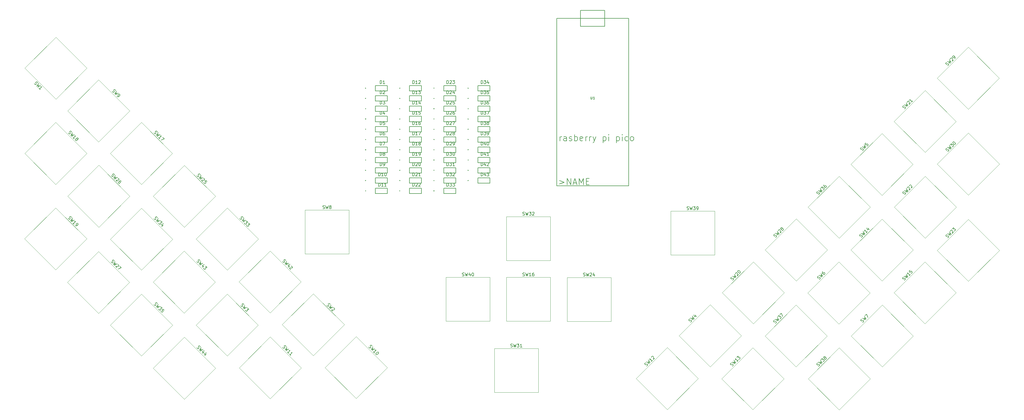
<source format=gbr>
%TF.GenerationSoftware,KiCad,Pcbnew,8.0.8*%
%TF.CreationDate,2025-06-15T20:35:26-04:00*%
%TF.ProjectId,keyboard meow,6b657962-6f61-4726-9420-6d656f772e6b,rev?*%
%TF.SameCoordinates,Original*%
%TF.FileFunction,Legend,Top*%
%TF.FilePolarity,Positive*%
%FSLAX46Y46*%
G04 Gerber Fmt 4.6, Leading zero omitted, Abs format (unit mm)*
G04 Created by KiCad (PCBNEW 8.0.8) date 2025-06-15 20:35:26*
%MOMM*%
%LPD*%
G01*
G04 APERTURE LIST*
%ADD10C,0.150000*%
%ADD11C,0.152400*%
%ADD12C,0.120000*%
%ADD13C,0.127000*%
%ADD14C,0.200000*%
G04 APERTURE END LIST*
D10*
X218576374Y-113957465D02*
X218576374Y-114594886D01*
X218576374Y-114594886D02*
X218613870Y-114669876D01*
X218613870Y-114669876D02*
X218651365Y-114707372D01*
X218651365Y-114707372D02*
X218726356Y-114744867D01*
X218726356Y-114744867D02*
X218876337Y-114744867D01*
X218876337Y-114744867D02*
X218951328Y-114707372D01*
X218951328Y-114707372D02*
X218988823Y-114669876D01*
X218988823Y-114669876D02*
X219026318Y-114594886D01*
X219026318Y-114594886D02*
X219026318Y-113957465D01*
X219813720Y-114744867D02*
X219363776Y-114744867D01*
X219588748Y-114744867D02*
X219588748Y-113957465D01*
X219588748Y-113957465D02*
X219513757Y-114069951D01*
X219513757Y-114069951D02*
X219438767Y-114144942D01*
X219438767Y-114144942D02*
X219363776Y-114182437D01*
X208779632Y-128005838D02*
X208779632Y-126672504D01*
X208779632Y-127053457D02*
X208874870Y-126862980D01*
X208874870Y-126862980D02*
X208970108Y-126767742D01*
X208970108Y-126767742D02*
X209160584Y-126672504D01*
X209160584Y-126672504D02*
X209351061Y-126672504D01*
X210874870Y-128005838D02*
X210874870Y-126958219D01*
X210874870Y-126958219D02*
X210779632Y-126767742D01*
X210779632Y-126767742D02*
X210589156Y-126672504D01*
X210589156Y-126672504D02*
X210208203Y-126672504D01*
X210208203Y-126672504D02*
X210017727Y-126767742D01*
X210874870Y-127910600D02*
X210684394Y-128005838D01*
X210684394Y-128005838D02*
X210208203Y-128005838D01*
X210208203Y-128005838D02*
X210017727Y-127910600D01*
X210017727Y-127910600D02*
X209922489Y-127720123D01*
X209922489Y-127720123D02*
X209922489Y-127529647D01*
X209922489Y-127529647D02*
X210017727Y-127339171D01*
X210017727Y-127339171D02*
X210208203Y-127243933D01*
X210208203Y-127243933D02*
X210684394Y-127243933D01*
X210684394Y-127243933D02*
X210874870Y-127148695D01*
X211732013Y-127910600D02*
X211922489Y-128005838D01*
X211922489Y-128005838D02*
X212303441Y-128005838D01*
X212303441Y-128005838D02*
X212493918Y-127910600D01*
X212493918Y-127910600D02*
X212589156Y-127720123D01*
X212589156Y-127720123D02*
X212589156Y-127624885D01*
X212589156Y-127624885D02*
X212493918Y-127434409D01*
X212493918Y-127434409D02*
X212303441Y-127339171D01*
X212303441Y-127339171D02*
X212017727Y-127339171D01*
X212017727Y-127339171D02*
X211827251Y-127243933D01*
X211827251Y-127243933D02*
X211732013Y-127053457D01*
X211732013Y-127053457D02*
X211732013Y-126958219D01*
X211732013Y-126958219D02*
X211827251Y-126767742D01*
X211827251Y-126767742D02*
X212017727Y-126672504D01*
X212017727Y-126672504D02*
X212303441Y-126672504D01*
X212303441Y-126672504D02*
X212493918Y-126767742D01*
X213446299Y-128005838D02*
X213446299Y-126005838D01*
X213446299Y-126767742D02*
X213636775Y-126672504D01*
X213636775Y-126672504D02*
X214017728Y-126672504D01*
X214017728Y-126672504D02*
X214208204Y-126767742D01*
X214208204Y-126767742D02*
X214303442Y-126862980D01*
X214303442Y-126862980D02*
X214398680Y-127053457D01*
X214398680Y-127053457D02*
X214398680Y-127624885D01*
X214398680Y-127624885D02*
X214303442Y-127815361D01*
X214303442Y-127815361D02*
X214208204Y-127910600D01*
X214208204Y-127910600D02*
X214017728Y-128005838D01*
X214017728Y-128005838D02*
X213636775Y-128005838D01*
X213636775Y-128005838D02*
X213446299Y-127910600D01*
X216017728Y-127910600D02*
X215827252Y-128005838D01*
X215827252Y-128005838D02*
X215446299Y-128005838D01*
X215446299Y-128005838D02*
X215255823Y-127910600D01*
X215255823Y-127910600D02*
X215160585Y-127720123D01*
X215160585Y-127720123D02*
X215160585Y-126958219D01*
X215160585Y-126958219D02*
X215255823Y-126767742D01*
X215255823Y-126767742D02*
X215446299Y-126672504D01*
X215446299Y-126672504D02*
X215827252Y-126672504D01*
X215827252Y-126672504D02*
X216017728Y-126767742D01*
X216017728Y-126767742D02*
X216112966Y-126958219D01*
X216112966Y-126958219D02*
X216112966Y-127148695D01*
X216112966Y-127148695D02*
X215160585Y-127339171D01*
X216970109Y-128005838D02*
X216970109Y-126672504D01*
X216970109Y-127053457D02*
X217065347Y-126862980D01*
X217065347Y-126862980D02*
X217160585Y-126767742D01*
X217160585Y-126767742D02*
X217351061Y-126672504D01*
X217351061Y-126672504D02*
X217541538Y-126672504D01*
X218208204Y-128005838D02*
X218208204Y-126672504D01*
X218208204Y-127053457D02*
X218303442Y-126862980D01*
X218303442Y-126862980D02*
X218398680Y-126767742D01*
X218398680Y-126767742D02*
X218589156Y-126672504D01*
X218589156Y-126672504D02*
X218779633Y-126672504D01*
X219255823Y-126672504D02*
X219732013Y-128005838D01*
X220208204Y-126672504D02*
X219732013Y-128005838D01*
X219732013Y-128005838D02*
X219541537Y-128482028D01*
X219541537Y-128482028D02*
X219446299Y-128577266D01*
X219446299Y-128577266D02*
X219255823Y-128672504D01*
X222493919Y-126672504D02*
X222493919Y-128672504D01*
X222493919Y-126767742D02*
X222684395Y-126672504D01*
X222684395Y-126672504D02*
X223065348Y-126672504D01*
X223065348Y-126672504D02*
X223255824Y-126767742D01*
X223255824Y-126767742D02*
X223351062Y-126862980D01*
X223351062Y-126862980D02*
X223446300Y-127053457D01*
X223446300Y-127053457D02*
X223446300Y-127624885D01*
X223446300Y-127624885D02*
X223351062Y-127815361D01*
X223351062Y-127815361D02*
X223255824Y-127910600D01*
X223255824Y-127910600D02*
X223065348Y-128005838D01*
X223065348Y-128005838D02*
X222684395Y-128005838D01*
X222684395Y-128005838D02*
X222493919Y-127910600D01*
X224303443Y-128005838D02*
X224303443Y-126672504D01*
X224303443Y-126005838D02*
X224208205Y-126101076D01*
X224208205Y-126101076D02*
X224303443Y-126196314D01*
X224303443Y-126196314D02*
X224398681Y-126101076D01*
X224398681Y-126101076D02*
X224303443Y-126005838D01*
X224303443Y-126005838D02*
X224303443Y-126196314D01*
X226779634Y-126672504D02*
X226779634Y-128672504D01*
X226779634Y-126767742D02*
X226970110Y-126672504D01*
X226970110Y-126672504D02*
X227351063Y-126672504D01*
X227351063Y-126672504D02*
X227541539Y-126767742D01*
X227541539Y-126767742D02*
X227636777Y-126862980D01*
X227636777Y-126862980D02*
X227732015Y-127053457D01*
X227732015Y-127053457D02*
X227732015Y-127624885D01*
X227732015Y-127624885D02*
X227636777Y-127815361D01*
X227636777Y-127815361D02*
X227541539Y-127910600D01*
X227541539Y-127910600D02*
X227351063Y-128005838D01*
X227351063Y-128005838D02*
X226970110Y-128005838D01*
X226970110Y-128005838D02*
X226779634Y-127910600D01*
X228589158Y-128005838D02*
X228589158Y-126672504D01*
X228589158Y-126005838D02*
X228493920Y-126101076D01*
X228493920Y-126101076D02*
X228589158Y-126196314D01*
X228589158Y-126196314D02*
X228684396Y-126101076D01*
X228684396Y-126101076D02*
X228589158Y-126005838D01*
X228589158Y-126005838D02*
X228589158Y-126196314D01*
X230398682Y-127910600D02*
X230208206Y-128005838D01*
X230208206Y-128005838D02*
X229827253Y-128005838D01*
X229827253Y-128005838D02*
X229636777Y-127910600D01*
X229636777Y-127910600D02*
X229541539Y-127815361D01*
X229541539Y-127815361D02*
X229446301Y-127624885D01*
X229446301Y-127624885D02*
X229446301Y-127053457D01*
X229446301Y-127053457D02*
X229541539Y-126862980D01*
X229541539Y-126862980D02*
X229636777Y-126767742D01*
X229636777Y-126767742D02*
X229827253Y-126672504D01*
X229827253Y-126672504D02*
X230208206Y-126672504D01*
X230208206Y-126672504D02*
X230398682Y-126767742D01*
X231541539Y-128005838D02*
X231351063Y-127910600D01*
X231351063Y-127910600D02*
X231255825Y-127815361D01*
X231255825Y-127815361D02*
X231160587Y-127624885D01*
X231160587Y-127624885D02*
X231160587Y-127053457D01*
X231160587Y-127053457D02*
X231255825Y-126862980D01*
X231255825Y-126862980D02*
X231351063Y-126767742D01*
X231351063Y-126767742D02*
X231541539Y-126672504D01*
X231541539Y-126672504D02*
X231827254Y-126672504D01*
X231827254Y-126672504D02*
X232017730Y-126767742D01*
X232017730Y-126767742D02*
X232112968Y-126862980D01*
X232112968Y-126862980D02*
X232208206Y-127053457D01*
X232208206Y-127053457D02*
X232208206Y-127624885D01*
X232208206Y-127624885D02*
X232112968Y-127815361D01*
X232112968Y-127815361D02*
X232017730Y-127910600D01*
X232017730Y-127910600D02*
X231827254Y-128005838D01*
X231827254Y-128005838D02*
X231541539Y-128005838D01*
X208620109Y-140642504D02*
X210143919Y-141213933D01*
X210143919Y-141213933D02*
X208620109Y-141785361D01*
X211096299Y-141975838D02*
X211096299Y-139975838D01*
X211096299Y-139975838D02*
X212239156Y-141975838D01*
X212239156Y-141975838D02*
X212239156Y-139975838D01*
X213096299Y-141404409D02*
X214048680Y-141404409D01*
X212905823Y-141975838D02*
X213572489Y-139975838D01*
X213572489Y-139975838D02*
X214239156Y-141975838D01*
X214905823Y-141975838D02*
X214905823Y-139975838D01*
X214905823Y-139975838D02*
X215572490Y-141404409D01*
X215572490Y-141404409D02*
X216239156Y-139975838D01*
X216239156Y-139975838D02*
X216239156Y-141975838D01*
X217191537Y-140928219D02*
X217858204Y-140928219D01*
X218143918Y-141975838D02*
X217191537Y-141975838D01*
X217191537Y-141975838D02*
X217191537Y-139975838D01*
X217191537Y-139975838D02*
X218143918Y-139975838D01*
X93422644Y-193882499D02*
X93489988Y-194017186D01*
X93489988Y-194017186D02*
X93658346Y-194185545D01*
X93658346Y-194185545D02*
X93759362Y-194219216D01*
X93759362Y-194219216D02*
X93826705Y-194219216D01*
X93826705Y-194219216D02*
X93927720Y-194185545D01*
X93927720Y-194185545D02*
X93995064Y-194118201D01*
X93995064Y-194118201D02*
X94028736Y-194017186D01*
X94028736Y-194017186D02*
X94028736Y-193949842D01*
X94028736Y-193949842D02*
X93995064Y-193848827D01*
X93995064Y-193848827D02*
X93894049Y-193680468D01*
X93894049Y-193680468D02*
X93860377Y-193579453D01*
X93860377Y-193579453D02*
X93860377Y-193512110D01*
X93860377Y-193512110D02*
X93894049Y-193411094D01*
X93894049Y-193411094D02*
X93961392Y-193343751D01*
X93961392Y-193343751D02*
X94062407Y-193310079D01*
X94062407Y-193310079D02*
X94129751Y-193310079D01*
X94129751Y-193310079D02*
X94230766Y-193343751D01*
X94230766Y-193343751D02*
X94399125Y-193512110D01*
X94399125Y-193512110D02*
X94466468Y-193646797D01*
X94735842Y-193848827D02*
X94197094Y-194724293D01*
X94197094Y-194724293D02*
X94836858Y-194353903D01*
X94836858Y-194353903D02*
X94466468Y-194993667D01*
X94466468Y-194993667D02*
X95341934Y-194454919D01*
X95678651Y-195263041D02*
X95207247Y-195734445D01*
X95779667Y-194825308D02*
X95106232Y-195162025D01*
X95106232Y-195162025D02*
X95543964Y-195599758D01*
X96352086Y-195936476D02*
X95880682Y-196407880D01*
X96453102Y-195498743D02*
X95779667Y-195835460D01*
X95779667Y-195835460D02*
X96217399Y-196273193D01*
X93366744Y-166452899D02*
X93434088Y-166587586D01*
X93434088Y-166587586D02*
X93602446Y-166755945D01*
X93602446Y-166755945D02*
X93703462Y-166789616D01*
X93703462Y-166789616D02*
X93770805Y-166789616D01*
X93770805Y-166789616D02*
X93871820Y-166755945D01*
X93871820Y-166755945D02*
X93939164Y-166688601D01*
X93939164Y-166688601D02*
X93972836Y-166587586D01*
X93972836Y-166587586D02*
X93972836Y-166520242D01*
X93972836Y-166520242D02*
X93939164Y-166419227D01*
X93939164Y-166419227D02*
X93838149Y-166250868D01*
X93838149Y-166250868D02*
X93804477Y-166149853D01*
X93804477Y-166149853D02*
X93804477Y-166082510D01*
X93804477Y-166082510D02*
X93838149Y-165981494D01*
X93838149Y-165981494D02*
X93905492Y-165914151D01*
X93905492Y-165914151D02*
X94006507Y-165880479D01*
X94006507Y-165880479D02*
X94073851Y-165880479D01*
X94073851Y-165880479D02*
X94174866Y-165914151D01*
X94174866Y-165914151D02*
X94343225Y-166082510D01*
X94343225Y-166082510D02*
X94410568Y-166217197D01*
X94679942Y-166419227D02*
X94141194Y-167294693D01*
X94141194Y-167294693D02*
X94780958Y-166924303D01*
X94780958Y-166924303D02*
X94410568Y-167564067D01*
X94410568Y-167564067D02*
X95286034Y-167025319D01*
X95622751Y-167833441D02*
X95151347Y-168304845D01*
X95723767Y-167395708D02*
X95050332Y-167732425D01*
X95050332Y-167732425D02*
X95488064Y-168170158D01*
X96161499Y-167900784D02*
X96599232Y-168338517D01*
X96599232Y-168338517D02*
X96094156Y-168372189D01*
X96094156Y-168372189D02*
X96195171Y-168473204D01*
X96195171Y-168473204D02*
X96228843Y-168574219D01*
X96228843Y-168574219D02*
X96228843Y-168641563D01*
X96228843Y-168641563D02*
X96195171Y-168742578D01*
X96195171Y-168742578D02*
X96026812Y-168910937D01*
X96026812Y-168910937D02*
X95925797Y-168944608D01*
X95925797Y-168944608D02*
X95858454Y-168944608D01*
X95858454Y-168944608D02*
X95757438Y-168910937D01*
X95757438Y-168910937D02*
X95555408Y-168708906D01*
X95555408Y-168708906D02*
X95521736Y-168607891D01*
X95521736Y-168607891D02*
X95521736Y-168540547D01*
X120644044Y-166400799D02*
X120711388Y-166535486D01*
X120711388Y-166535486D02*
X120879746Y-166703845D01*
X120879746Y-166703845D02*
X120980762Y-166737516D01*
X120980762Y-166737516D02*
X121048105Y-166737516D01*
X121048105Y-166737516D02*
X121149120Y-166703845D01*
X121149120Y-166703845D02*
X121216464Y-166636501D01*
X121216464Y-166636501D02*
X121250136Y-166535486D01*
X121250136Y-166535486D02*
X121250136Y-166468142D01*
X121250136Y-166468142D02*
X121216464Y-166367127D01*
X121216464Y-166367127D02*
X121115449Y-166198768D01*
X121115449Y-166198768D02*
X121081777Y-166097753D01*
X121081777Y-166097753D02*
X121081777Y-166030410D01*
X121081777Y-166030410D02*
X121115449Y-165929394D01*
X121115449Y-165929394D02*
X121182792Y-165862051D01*
X121182792Y-165862051D02*
X121283807Y-165828379D01*
X121283807Y-165828379D02*
X121351151Y-165828379D01*
X121351151Y-165828379D02*
X121452166Y-165862051D01*
X121452166Y-165862051D02*
X121620525Y-166030410D01*
X121620525Y-166030410D02*
X121687868Y-166165097D01*
X121957242Y-166367127D02*
X121418494Y-167242593D01*
X121418494Y-167242593D02*
X122058258Y-166872203D01*
X122058258Y-166872203D02*
X121687868Y-167511967D01*
X121687868Y-167511967D02*
X122563334Y-166973219D01*
X122900051Y-167781341D02*
X122428647Y-168252745D01*
X123001067Y-167343608D02*
X122327632Y-167680325D01*
X122327632Y-167680325D02*
X122765364Y-168118058D01*
X123405128Y-167949699D02*
X123472471Y-167949699D01*
X123472471Y-167949699D02*
X123573486Y-167983371D01*
X123573486Y-167983371D02*
X123741845Y-168151730D01*
X123741845Y-168151730D02*
X123775517Y-168252745D01*
X123775517Y-168252745D02*
X123775517Y-168320089D01*
X123775517Y-168320089D02*
X123741845Y-168421104D01*
X123741845Y-168421104D02*
X123674502Y-168488447D01*
X123674502Y-168488447D02*
X123539815Y-168555791D01*
X123539815Y-168555791D02*
X122731693Y-168555791D01*
X122731693Y-168555791D02*
X123169425Y-168993524D01*
X177760376Y-171035800D02*
X177903233Y-171083419D01*
X177903233Y-171083419D02*
X178141328Y-171083419D01*
X178141328Y-171083419D02*
X178236566Y-171035800D01*
X178236566Y-171035800D02*
X178284185Y-170988180D01*
X178284185Y-170988180D02*
X178331804Y-170892942D01*
X178331804Y-170892942D02*
X178331804Y-170797704D01*
X178331804Y-170797704D02*
X178284185Y-170702466D01*
X178284185Y-170702466D02*
X178236566Y-170654847D01*
X178236566Y-170654847D02*
X178141328Y-170607228D01*
X178141328Y-170607228D02*
X177950852Y-170559609D01*
X177950852Y-170559609D02*
X177855614Y-170511990D01*
X177855614Y-170511990D02*
X177807995Y-170464371D01*
X177807995Y-170464371D02*
X177760376Y-170369133D01*
X177760376Y-170369133D02*
X177760376Y-170273895D01*
X177760376Y-170273895D02*
X177807995Y-170178657D01*
X177807995Y-170178657D02*
X177855614Y-170131038D01*
X177855614Y-170131038D02*
X177950852Y-170083419D01*
X177950852Y-170083419D02*
X178188947Y-170083419D01*
X178188947Y-170083419D02*
X178331804Y-170131038D01*
X178665138Y-170083419D02*
X178903233Y-171083419D01*
X178903233Y-171083419D02*
X179093709Y-170369133D01*
X179093709Y-170369133D02*
X179284185Y-171083419D01*
X179284185Y-171083419D02*
X179522281Y-170083419D01*
X180331804Y-170416752D02*
X180331804Y-171083419D01*
X180093709Y-170035800D02*
X179855614Y-170750085D01*
X179855614Y-170750085D02*
X180474661Y-170750085D01*
X181046090Y-170083419D02*
X181141328Y-170083419D01*
X181141328Y-170083419D02*
X181236566Y-170131038D01*
X181236566Y-170131038D02*
X181284185Y-170178657D01*
X181284185Y-170178657D02*
X181331804Y-170273895D01*
X181331804Y-170273895D02*
X181379423Y-170464371D01*
X181379423Y-170464371D02*
X181379423Y-170702466D01*
X181379423Y-170702466D02*
X181331804Y-170892942D01*
X181331804Y-170892942D02*
X181284185Y-170988180D01*
X181284185Y-170988180D02*
X181236566Y-171035800D01*
X181236566Y-171035800D02*
X181141328Y-171083419D01*
X181141328Y-171083419D02*
X181046090Y-171083419D01*
X181046090Y-171083419D02*
X180950852Y-171035800D01*
X180950852Y-171035800D02*
X180903233Y-170988180D01*
X180903233Y-170988180D02*
X180855614Y-170892942D01*
X180855614Y-170892942D02*
X180807995Y-170702466D01*
X180807995Y-170702466D02*
X180807995Y-170464371D01*
X180807995Y-170464371D02*
X180855614Y-170273895D01*
X180855614Y-170273895D02*
X180903233Y-170178657D01*
X180903233Y-170178657D02*
X180950852Y-170131038D01*
X180950852Y-170131038D02*
X181046090Y-170083419D01*
X249150976Y-149945500D02*
X249293833Y-149993119D01*
X249293833Y-149993119D02*
X249531928Y-149993119D01*
X249531928Y-149993119D02*
X249627166Y-149945500D01*
X249627166Y-149945500D02*
X249674785Y-149897880D01*
X249674785Y-149897880D02*
X249722404Y-149802642D01*
X249722404Y-149802642D02*
X249722404Y-149707404D01*
X249722404Y-149707404D02*
X249674785Y-149612166D01*
X249674785Y-149612166D02*
X249627166Y-149564547D01*
X249627166Y-149564547D02*
X249531928Y-149516928D01*
X249531928Y-149516928D02*
X249341452Y-149469309D01*
X249341452Y-149469309D02*
X249246214Y-149421690D01*
X249246214Y-149421690D02*
X249198595Y-149374071D01*
X249198595Y-149374071D02*
X249150976Y-149278833D01*
X249150976Y-149278833D02*
X249150976Y-149183595D01*
X249150976Y-149183595D02*
X249198595Y-149088357D01*
X249198595Y-149088357D02*
X249246214Y-149040738D01*
X249246214Y-149040738D02*
X249341452Y-148993119D01*
X249341452Y-148993119D02*
X249579547Y-148993119D01*
X249579547Y-148993119D02*
X249722404Y-149040738D01*
X250055738Y-148993119D02*
X250293833Y-149993119D01*
X250293833Y-149993119D02*
X250484309Y-149278833D01*
X250484309Y-149278833D02*
X250674785Y-149993119D01*
X250674785Y-149993119D02*
X250912881Y-148993119D01*
X251198595Y-148993119D02*
X251817642Y-148993119D01*
X251817642Y-148993119D02*
X251484309Y-149374071D01*
X251484309Y-149374071D02*
X251627166Y-149374071D01*
X251627166Y-149374071D02*
X251722404Y-149421690D01*
X251722404Y-149421690D02*
X251770023Y-149469309D01*
X251770023Y-149469309D02*
X251817642Y-149564547D01*
X251817642Y-149564547D02*
X251817642Y-149802642D01*
X251817642Y-149802642D02*
X251770023Y-149897880D01*
X251770023Y-149897880D02*
X251722404Y-149945500D01*
X251722404Y-149945500D02*
X251627166Y-149993119D01*
X251627166Y-149993119D02*
X251341452Y-149993119D01*
X251341452Y-149993119D02*
X251246214Y-149945500D01*
X251246214Y-149945500D02*
X251198595Y-149897880D01*
X252293833Y-149993119D02*
X252484309Y-149993119D01*
X252484309Y-149993119D02*
X252579547Y-149945500D01*
X252579547Y-149945500D02*
X252627166Y-149897880D01*
X252627166Y-149897880D02*
X252722404Y-149755023D01*
X252722404Y-149755023D02*
X252770023Y-149564547D01*
X252770023Y-149564547D02*
X252770023Y-149183595D01*
X252770023Y-149183595D02*
X252722404Y-149088357D01*
X252722404Y-149088357D02*
X252674785Y-149040738D01*
X252674785Y-149040738D02*
X252579547Y-148993119D01*
X252579547Y-148993119D02*
X252389071Y-148993119D01*
X252389071Y-148993119D02*
X252293833Y-149040738D01*
X252293833Y-149040738D02*
X252246214Y-149088357D01*
X252246214Y-149088357D02*
X252198595Y-149183595D01*
X252198595Y-149183595D02*
X252198595Y-149421690D01*
X252198595Y-149421690D02*
X252246214Y-149516928D01*
X252246214Y-149516928D02*
X252293833Y-149564547D01*
X252293833Y-149564547D02*
X252389071Y-149612166D01*
X252389071Y-149612166D02*
X252579547Y-149612166D01*
X252579547Y-149612166D02*
X252674785Y-149564547D01*
X252674785Y-149564547D02*
X252722404Y-149516928D01*
X252722404Y-149516928D02*
X252770023Y-149421690D01*
X290991499Y-199824155D02*
X291126186Y-199756811D01*
X291126186Y-199756811D02*
X291294545Y-199588453D01*
X291294545Y-199588453D02*
X291328216Y-199487437D01*
X291328216Y-199487437D02*
X291328216Y-199420094D01*
X291328216Y-199420094D02*
X291294545Y-199319079D01*
X291294545Y-199319079D02*
X291227201Y-199251735D01*
X291227201Y-199251735D02*
X291126186Y-199218063D01*
X291126186Y-199218063D02*
X291058842Y-199218063D01*
X291058842Y-199218063D02*
X290957827Y-199251735D01*
X290957827Y-199251735D02*
X290789468Y-199352750D01*
X290789468Y-199352750D02*
X290688453Y-199386422D01*
X290688453Y-199386422D02*
X290621110Y-199386422D01*
X290621110Y-199386422D02*
X290520094Y-199352750D01*
X290520094Y-199352750D02*
X290452751Y-199285407D01*
X290452751Y-199285407D02*
X290419079Y-199184392D01*
X290419079Y-199184392D02*
X290419079Y-199117048D01*
X290419079Y-199117048D02*
X290452751Y-199016033D01*
X290452751Y-199016033D02*
X290621110Y-198847674D01*
X290621110Y-198847674D02*
X290755797Y-198780331D01*
X290957827Y-198510957D02*
X291833293Y-199049705D01*
X291833293Y-199049705D02*
X291462903Y-198409941D01*
X291462903Y-198409941D02*
X292102667Y-198780331D01*
X292102667Y-198780331D02*
X291563919Y-197904865D01*
X291765949Y-197702835D02*
X292203682Y-197265102D01*
X292203682Y-197265102D02*
X292237354Y-197770178D01*
X292237354Y-197770178D02*
X292338369Y-197669163D01*
X292338369Y-197669163D02*
X292439384Y-197635491D01*
X292439384Y-197635491D02*
X292506728Y-197635491D01*
X292506728Y-197635491D02*
X292607743Y-197669163D01*
X292607743Y-197669163D02*
X292776102Y-197837522D01*
X292776102Y-197837522D02*
X292809773Y-197938537D01*
X292809773Y-197938537D02*
X292809773Y-198005880D01*
X292809773Y-198005880D02*
X292776102Y-198106896D01*
X292776102Y-198106896D02*
X292574071Y-198308926D01*
X292574071Y-198308926D02*
X292473056Y-198342598D01*
X292473056Y-198342598D02*
X292405712Y-198342598D01*
X292910789Y-197164087D02*
X292809773Y-197197758D01*
X292809773Y-197197758D02*
X292742430Y-197197758D01*
X292742430Y-197197758D02*
X292641415Y-197164087D01*
X292641415Y-197164087D02*
X292607743Y-197130415D01*
X292607743Y-197130415D02*
X292574071Y-197029400D01*
X292574071Y-197029400D02*
X292574071Y-196962056D01*
X292574071Y-196962056D02*
X292607743Y-196861041D01*
X292607743Y-196861041D02*
X292742430Y-196726354D01*
X292742430Y-196726354D02*
X292843445Y-196692682D01*
X292843445Y-196692682D02*
X292910789Y-196692682D01*
X292910789Y-196692682D02*
X293011804Y-196726354D01*
X293011804Y-196726354D02*
X293045476Y-196760026D01*
X293045476Y-196760026D02*
X293079147Y-196861041D01*
X293079147Y-196861041D02*
X293079147Y-196928384D01*
X293079147Y-196928384D02*
X293045476Y-197029400D01*
X293045476Y-197029400D02*
X292910789Y-197164087D01*
X292910789Y-197164087D02*
X292877117Y-197265102D01*
X292877117Y-197265102D02*
X292877117Y-197332445D01*
X292877117Y-197332445D02*
X292910789Y-197433461D01*
X292910789Y-197433461D02*
X293045476Y-197568148D01*
X293045476Y-197568148D02*
X293146491Y-197601819D01*
X293146491Y-197601819D02*
X293213834Y-197601819D01*
X293213834Y-197601819D02*
X293314850Y-197568148D01*
X293314850Y-197568148D02*
X293449537Y-197433461D01*
X293449537Y-197433461D02*
X293483208Y-197332445D01*
X293483208Y-197332445D02*
X293483208Y-197265102D01*
X293483208Y-197265102D02*
X293449537Y-197164087D01*
X293449537Y-197164087D02*
X293314850Y-197029400D01*
X293314850Y-197029400D02*
X293213834Y-196995728D01*
X293213834Y-196995728D02*
X293146491Y-196995728D01*
X293146491Y-196995728D02*
X293045476Y-197029400D01*
X277271899Y-186163355D02*
X277406586Y-186096011D01*
X277406586Y-186096011D02*
X277574945Y-185927653D01*
X277574945Y-185927653D02*
X277608616Y-185826637D01*
X277608616Y-185826637D02*
X277608616Y-185759294D01*
X277608616Y-185759294D02*
X277574945Y-185658279D01*
X277574945Y-185658279D02*
X277507601Y-185590935D01*
X277507601Y-185590935D02*
X277406586Y-185557263D01*
X277406586Y-185557263D02*
X277339242Y-185557263D01*
X277339242Y-185557263D02*
X277238227Y-185590935D01*
X277238227Y-185590935D02*
X277069868Y-185691950D01*
X277069868Y-185691950D02*
X276968853Y-185725622D01*
X276968853Y-185725622D02*
X276901510Y-185725622D01*
X276901510Y-185725622D02*
X276800494Y-185691950D01*
X276800494Y-185691950D02*
X276733151Y-185624607D01*
X276733151Y-185624607D02*
X276699479Y-185523592D01*
X276699479Y-185523592D02*
X276699479Y-185456248D01*
X276699479Y-185456248D02*
X276733151Y-185355233D01*
X276733151Y-185355233D02*
X276901510Y-185186874D01*
X276901510Y-185186874D02*
X277036197Y-185119531D01*
X277238227Y-184850157D02*
X278113693Y-185388905D01*
X278113693Y-185388905D02*
X277743303Y-184749141D01*
X277743303Y-184749141D02*
X278383067Y-185119531D01*
X278383067Y-185119531D02*
X277844319Y-184244065D01*
X278046349Y-184042035D02*
X278484082Y-183604302D01*
X278484082Y-183604302D02*
X278517754Y-184109378D01*
X278517754Y-184109378D02*
X278618769Y-184008363D01*
X278618769Y-184008363D02*
X278719784Y-183974691D01*
X278719784Y-183974691D02*
X278787128Y-183974691D01*
X278787128Y-183974691D02*
X278888143Y-184008363D01*
X278888143Y-184008363D02*
X279056502Y-184176722D01*
X279056502Y-184176722D02*
X279090173Y-184277737D01*
X279090173Y-184277737D02*
X279090173Y-184345080D01*
X279090173Y-184345080D02*
X279056502Y-184446096D01*
X279056502Y-184446096D02*
X278854471Y-184648126D01*
X278854471Y-184648126D02*
X278753456Y-184681798D01*
X278753456Y-184681798D02*
X278686112Y-184681798D01*
X278719784Y-183368600D02*
X279191189Y-182897195D01*
X279191189Y-182897195D02*
X279595250Y-183907348D01*
X290970999Y-145157055D02*
X291105686Y-145089711D01*
X291105686Y-145089711D02*
X291274045Y-144921353D01*
X291274045Y-144921353D02*
X291307716Y-144820337D01*
X291307716Y-144820337D02*
X291307716Y-144752994D01*
X291307716Y-144752994D02*
X291274045Y-144651979D01*
X291274045Y-144651979D02*
X291206701Y-144584635D01*
X291206701Y-144584635D02*
X291105686Y-144550963D01*
X291105686Y-144550963D02*
X291038342Y-144550963D01*
X291038342Y-144550963D02*
X290937327Y-144584635D01*
X290937327Y-144584635D02*
X290768968Y-144685650D01*
X290768968Y-144685650D02*
X290667953Y-144719322D01*
X290667953Y-144719322D02*
X290600610Y-144719322D01*
X290600610Y-144719322D02*
X290499594Y-144685650D01*
X290499594Y-144685650D02*
X290432251Y-144618307D01*
X290432251Y-144618307D02*
X290398579Y-144517292D01*
X290398579Y-144517292D02*
X290398579Y-144449948D01*
X290398579Y-144449948D02*
X290432251Y-144348933D01*
X290432251Y-144348933D02*
X290600610Y-144180574D01*
X290600610Y-144180574D02*
X290735297Y-144113231D01*
X290937327Y-143843857D02*
X291812793Y-144382605D01*
X291812793Y-144382605D02*
X291442403Y-143742841D01*
X291442403Y-143742841D02*
X292082167Y-144113231D01*
X292082167Y-144113231D02*
X291543419Y-143237765D01*
X291745449Y-143035735D02*
X292183182Y-142598002D01*
X292183182Y-142598002D02*
X292216854Y-143103078D01*
X292216854Y-143103078D02*
X292317869Y-143002063D01*
X292317869Y-143002063D02*
X292418884Y-142968391D01*
X292418884Y-142968391D02*
X292486228Y-142968391D01*
X292486228Y-142968391D02*
X292587243Y-143002063D01*
X292587243Y-143002063D02*
X292755602Y-143170422D01*
X292755602Y-143170422D02*
X292789273Y-143271437D01*
X292789273Y-143271437D02*
X292789273Y-143338780D01*
X292789273Y-143338780D02*
X292755602Y-143439796D01*
X292755602Y-143439796D02*
X292553571Y-143641826D01*
X292553571Y-143641826D02*
X292452556Y-143675498D01*
X292452556Y-143675498D02*
X292385212Y-143675498D01*
X292789273Y-141991910D02*
X292654586Y-142126597D01*
X292654586Y-142126597D02*
X292620915Y-142227613D01*
X292620915Y-142227613D02*
X292620915Y-142294956D01*
X292620915Y-142294956D02*
X292654586Y-142463315D01*
X292654586Y-142463315D02*
X292755602Y-142631674D01*
X292755602Y-142631674D02*
X293024976Y-142901048D01*
X293024976Y-142901048D02*
X293125991Y-142934719D01*
X293125991Y-142934719D02*
X293193334Y-142934719D01*
X293193334Y-142934719D02*
X293294350Y-142901048D01*
X293294350Y-142901048D02*
X293429037Y-142766361D01*
X293429037Y-142766361D02*
X293462708Y-142665345D01*
X293462708Y-142665345D02*
X293462708Y-142598002D01*
X293462708Y-142598002D02*
X293429037Y-142496987D01*
X293429037Y-142496987D02*
X293260678Y-142328628D01*
X293260678Y-142328628D02*
X293159663Y-142294956D01*
X293159663Y-142294956D02*
X293092319Y-142294956D01*
X293092319Y-142294956D02*
X292991304Y-142328628D01*
X292991304Y-142328628D02*
X292856617Y-142463315D01*
X292856617Y-142463315D02*
X292822945Y-142564330D01*
X292822945Y-142564330D02*
X292822945Y-142631674D01*
X292822945Y-142631674D02*
X292856617Y-142732689D01*
X79783944Y-180122399D02*
X79851288Y-180257086D01*
X79851288Y-180257086D02*
X80019646Y-180425445D01*
X80019646Y-180425445D02*
X80120662Y-180459116D01*
X80120662Y-180459116D02*
X80188005Y-180459116D01*
X80188005Y-180459116D02*
X80289020Y-180425445D01*
X80289020Y-180425445D02*
X80356364Y-180358101D01*
X80356364Y-180358101D02*
X80390036Y-180257086D01*
X80390036Y-180257086D02*
X80390036Y-180189742D01*
X80390036Y-180189742D02*
X80356364Y-180088727D01*
X80356364Y-180088727D02*
X80255349Y-179920368D01*
X80255349Y-179920368D02*
X80221677Y-179819353D01*
X80221677Y-179819353D02*
X80221677Y-179752010D01*
X80221677Y-179752010D02*
X80255349Y-179650994D01*
X80255349Y-179650994D02*
X80322692Y-179583651D01*
X80322692Y-179583651D02*
X80423707Y-179549979D01*
X80423707Y-179549979D02*
X80491051Y-179549979D01*
X80491051Y-179549979D02*
X80592066Y-179583651D01*
X80592066Y-179583651D02*
X80760425Y-179752010D01*
X80760425Y-179752010D02*
X80827768Y-179886697D01*
X81097142Y-180088727D02*
X80558394Y-180964193D01*
X80558394Y-180964193D02*
X81198158Y-180593803D01*
X81198158Y-180593803D02*
X80827768Y-181233567D01*
X80827768Y-181233567D02*
X81703234Y-180694819D01*
X81905264Y-180896849D02*
X82342997Y-181334582D01*
X82342997Y-181334582D02*
X81837921Y-181368254D01*
X81837921Y-181368254D02*
X81938936Y-181469269D01*
X81938936Y-181469269D02*
X81972608Y-181570284D01*
X81972608Y-181570284D02*
X81972608Y-181637628D01*
X81972608Y-181637628D02*
X81938936Y-181738643D01*
X81938936Y-181738643D02*
X81770577Y-181907002D01*
X81770577Y-181907002D02*
X81669562Y-181940673D01*
X81669562Y-181940673D02*
X81602219Y-181940673D01*
X81602219Y-181940673D02*
X81501203Y-181907002D01*
X81501203Y-181907002D02*
X81299173Y-181704971D01*
X81299173Y-181704971D02*
X81265501Y-181603956D01*
X81265501Y-181603956D02*
X81265501Y-181536612D01*
X82982760Y-181974345D02*
X82646043Y-181637628D01*
X82646043Y-181637628D02*
X82275654Y-181940673D01*
X82275654Y-181940673D02*
X82342997Y-181940673D01*
X82342997Y-181940673D02*
X82444012Y-181974345D01*
X82444012Y-181974345D02*
X82612371Y-182142704D01*
X82612371Y-182142704D02*
X82646043Y-182243719D01*
X82646043Y-182243719D02*
X82646043Y-182311063D01*
X82646043Y-182311063D02*
X82612371Y-182412078D01*
X82612371Y-182412078D02*
X82444012Y-182580437D01*
X82444012Y-182580437D02*
X82342997Y-182614108D01*
X82342997Y-182614108D02*
X82275654Y-182614108D01*
X82275654Y-182614108D02*
X82174638Y-182580437D01*
X82174638Y-182580437D02*
X82006280Y-182412078D01*
X82006280Y-182412078D02*
X81972608Y-182311063D01*
X81972608Y-182311063D02*
X81972608Y-182243719D01*
X79783944Y-152779499D02*
X79851288Y-152914186D01*
X79851288Y-152914186D02*
X80019646Y-153082545D01*
X80019646Y-153082545D02*
X80120662Y-153116216D01*
X80120662Y-153116216D02*
X80188005Y-153116216D01*
X80188005Y-153116216D02*
X80289020Y-153082545D01*
X80289020Y-153082545D02*
X80356364Y-153015201D01*
X80356364Y-153015201D02*
X80390036Y-152914186D01*
X80390036Y-152914186D02*
X80390036Y-152846842D01*
X80390036Y-152846842D02*
X80356364Y-152745827D01*
X80356364Y-152745827D02*
X80255349Y-152577468D01*
X80255349Y-152577468D02*
X80221677Y-152476453D01*
X80221677Y-152476453D02*
X80221677Y-152409110D01*
X80221677Y-152409110D02*
X80255349Y-152308094D01*
X80255349Y-152308094D02*
X80322692Y-152240751D01*
X80322692Y-152240751D02*
X80423707Y-152207079D01*
X80423707Y-152207079D02*
X80491051Y-152207079D01*
X80491051Y-152207079D02*
X80592066Y-152240751D01*
X80592066Y-152240751D02*
X80760425Y-152409110D01*
X80760425Y-152409110D02*
X80827768Y-152543797D01*
X81097142Y-152745827D02*
X80558394Y-153621293D01*
X80558394Y-153621293D02*
X81198158Y-153250903D01*
X81198158Y-153250903D02*
X80827768Y-153890667D01*
X80827768Y-153890667D02*
X81703234Y-153351919D01*
X81905264Y-153553949D02*
X82342997Y-153991682D01*
X82342997Y-153991682D02*
X81837921Y-154025354D01*
X81837921Y-154025354D02*
X81938936Y-154126369D01*
X81938936Y-154126369D02*
X81972608Y-154227384D01*
X81972608Y-154227384D02*
X81972608Y-154294728D01*
X81972608Y-154294728D02*
X81938936Y-154395743D01*
X81938936Y-154395743D02*
X81770577Y-154564102D01*
X81770577Y-154564102D02*
X81669562Y-154597773D01*
X81669562Y-154597773D02*
X81602219Y-154597773D01*
X81602219Y-154597773D02*
X81501203Y-154564102D01*
X81501203Y-154564102D02*
X81299173Y-154362071D01*
X81299173Y-154362071D02*
X81265501Y-154261056D01*
X81265501Y-154261056D02*
X81265501Y-154193712D01*
X82713386Y-154833476D02*
X82241982Y-155304880D01*
X82814402Y-154395743D02*
X82140967Y-154732460D01*
X82140967Y-154732460D02*
X82578699Y-155170193D01*
X107038844Y-152726199D02*
X107106188Y-152860886D01*
X107106188Y-152860886D02*
X107274546Y-153029245D01*
X107274546Y-153029245D02*
X107375562Y-153062916D01*
X107375562Y-153062916D02*
X107442905Y-153062916D01*
X107442905Y-153062916D02*
X107543920Y-153029245D01*
X107543920Y-153029245D02*
X107611264Y-152961901D01*
X107611264Y-152961901D02*
X107644936Y-152860886D01*
X107644936Y-152860886D02*
X107644936Y-152793542D01*
X107644936Y-152793542D02*
X107611264Y-152692527D01*
X107611264Y-152692527D02*
X107510249Y-152524168D01*
X107510249Y-152524168D02*
X107476577Y-152423153D01*
X107476577Y-152423153D02*
X107476577Y-152355810D01*
X107476577Y-152355810D02*
X107510249Y-152254794D01*
X107510249Y-152254794D02*
X107577592Y-152187451D01*
X107577592Y-152187451D02*
X107678607Y-152153779D01*
X107678607Y-152153779D02*
X107745951Y-152153779D01*
X107745951Y-152153779D02*
X107846966Y-152187451D01*
X107846966Y-152187451D02*
X108015325Y-152355810D01*
X108015325Y-152355810D02*
X108082668Y-152490497D01*
X108352042Y-152692527D02*
X107813294Y-153567993D01*
X107813294Y-153567993D02*
X108453058Y-153197603D01*
X108453058Y-153197603D02*
X108082668Y-153837367D01*
X108082668Y-153837367D02*
X108958134Y-153298619D01*
X109160164Y-153500649D02*
X109597897Y-153938382D01*
X109597897Y-153938382D02*
X109092821Y-153972054D01*
X109092821Y-153972054D02*
X109193836Y-154073069D01*
X109193836Y-154073069D02*
X109227508Y-154174084D01*
X109227508Y-154174084D02*
X109227508Y-154241428D01*
X109227508Y-154241428D02*
X109193836Y-154342443D01*
X109193836Y-154342443D02*
X109025477Y-154510802D01*
X109025477Y-154510802D02*
X108924462Y-154544473D01*
X108924462Y-154544473D02*
X108857119Y-154544473D01*
X108857119Y-154544473D02*
X108756103Y-154510802D01*
X108756103Y-154510802D02*
X108554073Y-154308771D01*
X108554073Y-154308771D02*
X108520401Y-154207756D01*
X108520401Y-154207756D02*
X108520401Y-154140412D01*
X109833599Y-154174084D02*
X110271332Y-154611817D01*
X110271332Y-154611817D02*
X109766256Y-154645489D01*
X109766256Y-154645489D02*
X109867271Y-154746504D01*
X109867271Y-154746504D02*
X109900943Y-154847519D01*
X109900943Y-154847519D02*
X109900943Y-154914863D01*
X109900943Y-154914863D02*
X109867271Y-155015878D01*
X109867271Y-155015878D02*
X109698912Y-155184237D01*
X109698912Y-155184237D02*
X109597897Y-155217908D01*
X109597897Y-155217908D02*
X109530554Y-155217908D01*
X109530554Y-155217908D02*
X109429538Y-155184237D01*
X109429538Y-155184237D02*
X109227508Y-154982206D01*
X109227508Y-154982206D02*
X109193836Y-154881191D01*
X109193836Y-154881191D02*
X109193836Y-154813847D01*
X196966976Y-151681200D02*
X197109833Y-151728819D01*
X197109833Y-151728819D02*
X197347928Y-151728819D01*
X197347928Y-151728819D02*
X197443166Y-151681200D01*
X197443166Y-151681200D02*
X197490785Y-151633580D01*
X197490785Y-151633580D02*
X197538404Y-151538342D01*
X197538404Y-151538342D02*
X197538404Y-151443104D01*
X197538404Y-151443104D02*
X197490785Y-151347866D01*
X197490785Y-151347866D02*
X197443166Y-151300247D01*
X197443166Y-151300247D02*
X197347928Y-151252628D01*
X197347928Y-151252628D02*
X197157452Y-151205009D01*
X197157452Y-151205009D02*
X197062214Y-151157390D01*
X197062214Y-151157390D02*
X197014595Y-151109771D01*
X197014595Y-151109771D02*
X196966976Y-151014533D01*
X196966976Y-151014533D02*
X196966976Y-150919295D01*
X196966976Y-150919295D02*
X197014595Y-150824057D01*
X197014595Y-150824057D02*
X197062214Y-150776438D01*
X197062214Y-150776438D02*
X197157452Y-150728819D01*
X197157452Y-150728819D02*
X197395547Y-150728819D01*
X197395547Y-150728819D02*
X197538404Y-150776438D01*
X197871738Y-150728819D02*
X198109833Y-151728819D01*
X198109833Y-151728819D02*
X198300309Y-151014533D01*
X198300309Y-151014533D02*
X198490785Y-151728819D01*
X198490785Y-151728819D02*
X198728881Y-150728819D01*
X199014595Y-150728819D02*
X199633642Y-150728819D01*
X199633642Y-150728819D02*
X199300309Y-151109771D01*
X199300309Y-151109771D02*
X199443166Y-151109771D01*
X199443166Y-151109771D02*
X199538404Y-151157390D01*
X199538404Y-151157390D02*
X199586023Y-151205009D01*
X199586023Y-151205009D02*
X199633642Y-151300247D01*
X199633642Y-151300247D02*
X199633642Y-151538342D01*
X199633642Y-151538342D02*
X199586023Y-151633580D01*
X199586023Y-151633580D02*
X199538404Y-151681200D01*
X199538404Y-151681200D02*
X199443166Y-151728819D01*
X199443166Y-151728819D02*
X199157452Y-151728819D01*
X199157452Y-151728819D02*
X199062214Y-151681200D01*
X199062214Y-151681200D02*
X199014595Y-151633580D01*
X200014595Y-150824057D02*
X200062214Y-150776438D01*
X200062214Y-150776438D02*
X200157452Y-150728819D01*
X200157452Y-150728819D02*
X200395547Y-150728819D01*
X200395547Y-150728819D02*
X200490785Y-150776438D01*
X200490785Y-150776438D02*
X200538404Y-150824057D01*
X200538404Y-150824057D02*
X200586023Y-150919295D01*
X200586023Y-150919295D02*
X200586023Y-151014533D01*
X200586023Y-151014533D02*
X200538404Y-151157390D01*
X200538404Y-151157390D02*
X199966976Y-151728819D01*
X199966976Y-151728819D02*
X200586023Y-151728819D01*
X193122076Y-193679700D02*
X193264933Y-193727319D01*
X193264933Y-193727319D02*
X193503028Y-193727319D01*
X193503028Y-193727319D02*
X193598266Y-193679700D01*
X193598266Y-193679700D02*
X193645885Y-193632080D01*
X193645885Y-193632080D02*
X193693504Y-193536842D01*
X193693504Y-193536842D02*
X193693504Y-193441604D01*
X193693504Y-193441604D02*
X193645885Y-193346366D01*
X193645885Y-193346366D02*
X193598266Y-193298747D01*
X193598266Y-193298747D02*
X193503028Y-193251128D01*
X193503028Y-193251128D02*
X193312552Y-193203509D01*
X193312552Y-193203509D02*
X193217314Y-193155890D01*
X193217314Y-193155890D02*
X193169695Y-193108271D01*
X193169695Y-193108271D02*
X193122076Y-193013033D01*
X193122076Y-193013033D02*
X193122076Y-192917795D01*
X193122076Y-192917795D02*
X193169695Y-192822557D01*
X193169695Y-192822557D02*
X193217314Y-192774938D01*
X193217314Y-192774938D02*
X193312552Y-192727319D01*
X193312552Y-192727319D02*
X193550647Y-192727319D01*
X193550647Y-192727319D02*
X193693504Y-192774938D01*
X194026838Y-192727319D02*
X194264933Y-193727319D01*
X194264933Y-193727319D02*
X194455409Y-193013033D01*
X194455409Y-193013033D02*
X194645885Y-193727319D01*
X194645885Y-193727319D02*
X194883981Y-192727319D01*
X195169695Y-192727319D02*
X195788742Y-192727319D01*
X195788742Y-192727319D02*
X195455409Y-193108271D01*
X195455409Y-193108271D02*
X195598266Y-193108271D01*
X195598266Y-193108271D02*
X195693504Y-193155890D01*
X195693504Y-193155890D02*
X195741123Y-193203509D01*
X195741123Y-193203509D02*
X195788742Y-193298747D01*
X195788742Y-193298747D02*
X195788742Y-193536842D01*
X195788742Y-193536842D02*
X195741123Y-193632080D01*
X195741123Y-193632080D02*
X195693504Y-193679700D01*
X195693504Y-193679700D02*
X195598266Y-193727319D01*
X195598266Y-193727319D02*
X195312552Y-193727319D01*
X195312552Y-193727319D02*
X195217314Y-193679700D01*
X195217314Y-193679700D02*
X195169695Y-193632080D01*
X196741123Y-193727319D02*
X196169695Y-193727319D01*
X196455409Y-193727319D02*
X196455409Y-192727319D01*
X196455409Y-192727319D02*
X196360171Y-192870176D01*
X196360171Y-192870176D02*
X196264933Y-192965414D01*
X196264933Y-192965414D02*
X196169695Y-193013033D01*
X332033899Y-131420955D02*
X332168586Y-131353611D01*
X332168586Y-131353611D02*
X332336945Y-131185253D01*
X332336945Y-131185253D02*
X332370616Y-131084237D01*
X332370616Y-131084237D02*
X332370616Y-131016894D01*
X332370616Y-131016894D02*
X332336945Y-130915879D01*
X332336945Y-130915879D02*
X332269601Y-130848535D01*
X332269601Y-130848535D02*
X332168586Y-130814863D01*
X332168586Y-130814863D02*
X332101242Y-130814863D01*
X332101242Y-130814863D02*
X332000227Y-130848535D01*
X332000227Y-130848535D02*
X331831868Y-130949550D01*
X331831868Y-130949550D02*
X331730853Y-130983222D01*
X331730853Y-130983222D02*
X331663510Y-130983222D01*
X331663510Y-130983222D02*
X331562494Y-130949550D01*
X331562494Y-130949550D02*
X331495151Y-130882207D01*
X331495151Y-130882207D02*
X331461479Y-130781192D01*
X331461479Y-130781192D02*
X331461479Y-130713848D01*
X331461479Y-130713848D02*
X331495151Y-130612833D01*
X331495151Y-130612833D02*
X331663510Y-130444474D01*
X331663510Y-130444474D02*
X331798197Y-130377131D01*
X332000227Y-130107757D02*
X332875693Y-130646505D01*
X332875693Y-130646505D02*
X332505303Y-130006741D01*
X332505303Y-130006741D02*
X333145067Y-130377131D01*
X333145067Y-130377131D02*
X332606319Y-129501665D01*
X332808349Y-129299635D02*
X333246082Y-128861902D01*
X333246082Y-128861902D02*
X333279754Y-129366978D01*
X333279754Y-129366978D02*
X333380769Y-129265963D01*
X333380769Y-129265963D02*
X333481784Y-129232291D01*
X333481784Y-129232291D02*
X333549128Y-129232291D01*
X333549128Y-129232291D02*
X333650143Y-129265963D01*
X333650143Y-129265963D02*
X333818502Y-129434322D01*
X333818502Y-129434322D02*
X333852173Y-129535337D01*
X333852173Y-129535337D02*
X333852173Y-129602680D01*
X333852173Y-129602680D02*
X333818502Y-129703696D01*
X333818502Y-129703696D02*
X333616471Y-129905726D01*
X333616471Y-129905726D02*
X333515456Y-129939398D01*
X333515456Y-129939398D02*
X333448112Y-129939398D01*
X333683815Y-128424169D02*
X333751158Y-128356826D01*
X333751158Y-128356826D02*
X333852173Y-128323154D01*
X333852173Y-128323154D02*
X333919517Y-128323154D01*
X333919517Y-128323154D02*
X334020532Y-128356826D01*
X334020532Y-128356826D02*
X334188891Y-128457841D01*
X334188891Y-128457841D02*
X334357250Y-128626200D01*
X334357250Y-128626200D02*
X334458265Y-128794558D01*
X334458265Y-128794558D02*
X334491937Y-128895574D01*
X334491937Y-128895574D02*
X334491937Y-128962917D01*
X334491937Y-128962917D02*
X334458265Y-129063932D01*
X334458265Y-129063932D02*
X334390921Y-129131276D01*
X334390921Y-129131276D02*
X334289906Y-129164948D01*
X334289906Y-129164948D02*
X334222563Y-129164948D01*
X334222563Y-129164948D02*
X334121547Y-129131276D01*
X334121547Y-129131276D02*
X333953189Y-129030261D01*
X333953189Y-129030261D02*
X333784830Y-128861902D01*
X333784830Y-128861902D02*
X333683815Y-128693543D01*
X333683815Y-128693543D02*
X333650143Y-128592528D01*
X333650143Y-128592528D02*
X333650143Y-128525184D01*
X333650143Y-128525184D02*
X333683815Y-128424169D01*
X331987699Y-104063155D02*
X332122386Y-103995811D01*
X332122386Y-103995811D02*
X332290745Y-103827453D01*
X332290745Y-103827453D02*
X332324416Y-103726437D01*
X332324416Y-103726437D02*
X332324416Y-103659094D01*
X332324416Y-103659094D02*
X332290745Y-103558079D01*
X332290745Y-103558079D02*
X332223401Y-103490735D01*
X332223401Y-103490735D02*
X332122386Y-103457063D01*
X332122386Y-103457063D02*
X332055042Y-103457063D01*
X332055042Y-103457063D02*
X331954027Y-103490735D01*
X331954027Y-103490735D02*
X331785668Y-103591750D01*
X331785668Y-103591750D02*
X331684653Y-103625422D01*
X331684653Y-103625422D02*
X331617310Y-103625422D01*
X331617310Y-103625422D02*
X331516294Y-103591750D01*
X331516294Y-103591750D02*
X331448951Y-103524407D01*
X331448951Y-103524407D02*
X331415279Y-103423392D01*
X331415279Y-103423392D02*
X331415279Y-103356048D01*
X331415279Y-103356048D02*
X331448951Y-103255033D01*
X331448951Y-103255033D02*
X331617310Y-103086674D01*
X331617310Y-103086674D02*
X331751997Y-103019331D01*
X331954027Y-102749957D02*
X332829493Y-103288705D01*
X332829493Y-103288705D02*
X332459103Y-102648941D01*
X332459103Y-102648941D02*
X333098867Y-103019331D01*
X333098867Y-103019331D02*
X332560119Y-102143865D01*
X332863164Y-101975506D02*
X332863164Y-101908163D01*
X332863164Y-101908163D02*
X332896836Y-101807148D01*
X332896836Y-101807148D02*
X333065195Y-101638789D01*
X333065195Y-101638789D02*
X333166210Y-101605117D01*
X333166210Y-101605117D02*
X333233554Y-101605117D01*
X333233554Y-101605117D02*
X333334569Y-101638789D01*
X333334569Y-101638789D02*
X333401912Y-101706132D01*
X333401912Y-101706132D02*
X333469256Y-101840819D01*
X333469256Y-101840819D02*
X333469256Y-102648941D01*
X333469256Y-102648941D02*
X333906989Y-102211209D01*
X334243706Y-101874491D02*
X334378393Y-101739804D01*
X334378393Y-101739804D02*
X334412065Y-101638789D01*
X334412065Y-101638789D02*
X334412065Y-101571445D01*
X334412065Y-101571445D02*
X334378393Y-101403087D01*
X334378393Y-101403087D02*
X334277378Y-101234728D01*
X334277378Y-101234728D02*
X334008004Y-100965354D01*
X334008004Y-100965354D02*
X333906989Y-100931682D01*
X333906989Y-100931682D02*
X333839645Y-100931682D01*
X333839645Y-100931682D02*
X333738630Y-100965354D01*
X333738630Y-100965354D02*
X333603943Y-101100041D01*
X333603943Y-101100041D02*
X333570271Y-101201056D01*
X333570271Y-101201056D02*
X333570271Y-101268400D01*
X333570271Y-101268400D02*
X333603943Y-101369415D01*
X333603943Y-101369415D02*
X333772302Y-101537774D01*
X333772302Y-101537774D02*
X333873317Y-101571445D01*
X333873317Y-101571445D02*
X333940660Y-101571445D01*
X333940660Y-101571445D02*
X334041676Y-101537774D01*
X334041676Y-101537774D02*
X334176363Y-101403087D01*
X334176363Y-101403087D02*
X334210034Y-101302071D01*
X334210034Y-101302071D02*
X334210034Y-101234728D01*
X334210034Y-101234728D02*
X334176363Y-101133713D01*
X277330799Y-158772455D02*
X277465486Y-158705111D01*
X277465486Y-158705111D02*
X277633845Y-158536753D01*
X277633845Y-158536753D02*
X277667516Y-158435737D01*
X277667516Y-158435737D02*
X277667516Y-158368394D01*
X277667516Y-158368394D02*
X277633845Y-158267379D01*
X277633845Y-158267379D02*
X277566501Y-158200035D01*
X277566501Y-158200035D02*
X277465486Y-158166363D01*
X277465486Y-158166363D02*
X277398142Y-158166363D01*
X277398142Y-158166363D02*
X277297127Y-158200035D01*
X277297127Y-158200035D02*
X277128768Y-158301050D01*
X277128768Y-158301050D02*
X277027753Y-158334722D01*
X277027753Y-158334722D02*
X276960410Y-158334722D01*
X276960410Y-158334722D02*
X276859394Y-158301050D01*
X276859394Y-158301050D02*
X276792051Y-158233707D01*
X276792051Y-158233707D02*
X276758379Y-158132692D01*
X276758379Y-158132692D02*
X276758379Y-158065348D01*
X276758379Y-158065348D02*
X276792051Y-157964333D01*
X276792051Y-157964333D02*
X276960410Y-157795974D01*
X276960410Y-157795974D02*
X277095097Y-157728631D01*
X277297127Y-157459257D02*
X278172593Y-157998005D01*
X278172593Y-157998005D02*
X277802203Y-157358241D01*
X277802203Y-157358241D02*
X278441967Y-157728631D01*
X278441967Y-157728631D02*
X277903219Y-156853165D01*
X278206264Y-156684806D02*
X278206264Y-156617463D01*
X278206264Y-156617463D02*
X278239936Y-156516448D01*
X278239936Y-156516448D02*
X278408295Y-156348089D01*
X278408295Y-156348089D02*
X278509310Y-156314417D01*
X278509310Y-156314417D02*
X278576654Y-156314417D01*
X278576654Y-156314417D02*
X278677669Y-156348089D01*
X278677669Y-156348089D02*
X278745012Y-156415432D01*
X278745012Y-156415432D02*
X278812356Y-156550119D01*
X278812356Y-156550119D02*
X278812356Y-157358241D01*
X278812356Y-157358241D02*
X279250089Y-156920509D01*
X279250089Y-156112387D02*
X279149073Y-156146058D01*
X279149073Y-156146058D02*
X279081730Y-156146058D01*
X279081730Y-156146058D02*
X278980715Y-156112387D01*
X278980715Y-156112387D02*
X278947043Y-156078715D01*
X278947043Y-156078715D02*
X278913371Y-155977700D01*
X278913371Y-155977700D02*
X278913371Y-155910356D01*
X278913371Y-155910356D02*
X278947043Y-155809341D01*
X278947043Y-155809341D02*
X279081730Y-155674654D01*
X279081730Y-155674654D02*
X279182745Y-155640982D01*
X279182745Y-155640982D02*
X279250089Y-155640982D01*
X279250089Y-155640982D02*
X279351104Y-155674654D01*
X279351104Y-155674654D02*
X279384776Y-155708326D01*
X279384776Y-155708326D02*
X279418447Y-155809341D01*
X279418447Y-155809341D02*
X279418447Y-155876684D01*
X279418447Y-155876684D02*
X279384776Y-155977700D01*
X279384776Y-155977700D02*
X279250089Y-156112387D01*
X279250089Y-156112387D02*
X279216417Y-156213402D01*
X279216417Y-156213402D02*
X279216417Y-156280745D01*
X279216417Y-156280745D02*
X279250089Y-156381761D01*
X279250089Y-156381761D02*
X279384776Y-156516448D01*
X279384776Y-156516448D02*
X279485791Y-156550119D01*
X279485791Y-156550119D02*
X279553134Y-156550119D01*
X279553134Y-156550119D02*
X279654150Y-156516448D01*
X279654150Y-156516448D02*
X279788837Y-156381761D01*
X279788837Y-156381761D02*
X279822508Y-156280745D01*
X279822508Y-156280745D02*
X279822508Y-156213402D01*
X279822508Y-156213402D02*
X279788837Y-156112387D01*
X279788837Y-156112387D02*
X279654150Y-155977700D01*
X279654150Y-155977700D02*
X279553134Y-155944028D01*
X279553134Y-155944028D02*
X279485791Y-155944028D01*
X279485791Y-155944028D02*
X279384776Y-155977700D01*
X66119244Y-166556899D02*
X66186588Y-166691586D01*
X66186588Y-166691586D02*
X66354946Y-166859945D01*
X66354946Y-166859945D02*
X66455962Y-166893616D01*
X66455962Y-166893616D02*
X66523305Y-166893616D01*
X66523305Y-166893616D02*
X66624320Y-166859945D01*
X66624320Y-166859945D02*
X66691664Y-166792601D01*
X66691664Y-166792601D02*
X66725336Y-166691586D01*
X66725336Y-166691586D02*
X66725336Y-166624242D01*
X66725336Y-166624242D02*
X66691664Y-166523227D01*
X66691664Y-166523227D02*
X66590649Y-166354868D01*
X66590649Y-166354868D02*
X66556977Y-166253853D01*
X66556977Y-166253853D02*
X66556977Y-166186510D01*
X66556977Y-166186510D02*
X66590649Y-166085494D01*
X66590649Y-166085494D02*
X66657992Y-166018151D01*
X66657992Y-166018151D02*
X66759007Y-165984479D01*
X66759007Y-165984479D02*
X66826351Y-165984479D01*
X66826351Y-165984479D02*
X66927366Y-166018151D01*
X66927366Y-166018151D02*
X67095725Y-166186510D01*
X67095725Y-166186510D02*
X67163068Y-166321197D01*
X67432442Y-166523227D02*
X66893694Y-167398693D01*
X66893694Y-167398693D02*
X67533458Y-167028303D01*
X67533458Y-167028303D02*
X67163068Y-167668067D01*
X67163068Y-167668067D02*
X68038534Y-167129319D01*
X68206893Y-167432364D02*
X68274236Y-167432364D01*
X68274236Y-167432364D02*
X68375251Y-167466036D01*
X68375251Y-167466036D02*
X68543610Y-167634395D01*
X68543610Y-167634395D02*
X68577282Y-167735410D01*
X68577282Y-167735410D02*
X68577282Y-167802754D01*
X68577282Y-167802754D02*
X68543610Y-167903769D01*
X68543610Y-167903769D02*
X68476267Y-167971112D01*
X68476267Y-167971112D02*
X68341580Y-168038456D01*
X68341580Y-168038456D02*
X67533458Y-168038456D01*
X67533458Y-168038456D02*
X67971190Y-168476189D01*
X68913999Y-168004784D02*
X69385404Y-168476189D01*
X69385404Y-168476189D02*
X68375251Y-168880250D01*
X66199944Y-139091399D02*
X66267288Y-139226086D01*
X66267288Y-139226086D02*
X66435646Y-139394445D01*
X66435646Y-139394445D02*
X66536662Y-139428116D01*
X66536662Y-139428116D02*
X66604005Y-139428116D01*
X66604005Y-139428116D02*
X66705020Y-139394445D01*
X66705020Y-139394445D02*
X66772364Y-139327101D01*
X66772364Y-139327101D02*
X66806036Y-139226086D01*
X66806036Y-139226086D02*
X66806036Y-139158742D01*
X66806036Y-139158742D02*
X66772364Y-139057727D01*
X66772364Y-139057727D02*
X66671349Y-138889368D01*
X66671349Y-138889368D02*
X66637677Y-138788353D01*
X66637677Y-138788353D02*
X66637677Y-138721010D01*
X66637677Y-138721010D02*
X66671349Y-138619994D01*
X66671349Y-138619994D02*
X66738692Y-138552651D01*
X66738692Y-138552651D02*
X66839707Y-138518979D01*
X66839707Y-138518979D02*
X66907051Y-138518979D01*
X66907051Y-138518979D02*
X67008066Y-138552651D01*
X67008066Y-138552651D02*
X67176425Y-138721010D01*
X67176425Y-138721010D02*
X67243768Y-138855697D01*
X67513142Y-139057727D02*
X66974394Y-139933193D01*
X66974394Y-139933193D02*
X67614158Y-139562803D01*
X67614158Y-139562803D02*
X67243768Y-140202567D01*
X67243768Y-140202567D02*
X68119234Y-139663819D01*
X68287593Y-139966864D02*
X68354936Y-139966864D01*
X68354936Y-139966864D02*
X68455951Y-140000536D01*
X68455951Y-140000536D02*
X68624310Y-140168895D01*
X68624310Y-140168895D02*
X68657982Y-140269910D01*
X68657982Y-140269910D02*
X68657982Y-140337254D01*
X68657982Y-140337254D02*
X68624310Y-140438269D01*
X68624310Y-140438269D02*
X68556967Y-140505612D01*
X68556967Y-140505612D02*
X68422280Y-140572956D01*
X68422280Y-140572956D02*
X67614158Y-140572956D01*
X67614158Y-140572956D02*
X68051890Y-141010689D01*
X69365089Y-140909673D02*
X69230402Y-140774986D01*
X69230402Y-140774986D02*
X69129386Y-140741315D01*
X69129386Y-140741315D02*
X69062043Y-140741315D01*
X69062043Y-140741315D02*
X68893684Y-140774986D01*
X68893684Y-140774986D02*
X68725325Y-140876002D01*
X68725325Y-140876002D02*
X68455951Y-141145376D01*
X68455951Y-141145376D02*
X68422280Y-141246391D01*
X68422280Y-141246391D02*
X68422280Y-141313734D01*
X68422280Y-141313734D02*
X68455951Y-141414750D01*
X68455951Y-141414750D02*
X68590638Y-141549437D01*
X68590638Y-141549437D02*
X68691654Y-141583108D01*
X68691654Y-141583108D02*
X68758997Y-141583108D01*
X68758997Y-141583108D02*
X68860012Y-141549437D01*
X68860012Y-141549437D02*
X69028371Y-141381078D01*
X69028371Y-141381078D02*
X69062043Y-141280063D01*
X69062043Y-141280063D02*
X69062043Y-141212719D01*
X69062043Y-141212719D02*
X69028371Y-141111704D01*
X69028371Y-141111704D02*
X68893684Y-140977017D01*
X68893684Y-140977017D02*
X68792669Y-140943345D01*
X68792669Y-140943345D02*
X68725325Y-140943345D01*
X68725325Y-140943345D02*
X68624310Y-140977017D01*
X93417544Y-139126099D02*
X93484888Y-139260786D01*
X93484888Y-139260786D02*
X93653246Y-139429145D01*
X93653246Y-139429145D02*
X93754262Y-139462816D01*
X93754262Y-139462816D02*
X93821605Y-139462816D01*
X93821605Y-139462816D02*
X93922620Y-139429145D01*
X93922620Y-139429145D02*
X93989964Y-139361801D01*
X93989964Y-139361801D02*
X94023636Y-139260786D01*
X94023636Y-139260786D02*
X94023636Y-139193442D01*
X94023636Y-139193442D02*
X93989964Y-139092427D01*
X93989964Y-139092427D02*
X93888949Y-138924068D01*
X93888949Y-138924068D02*
X93855277Y-138823053D01*
X93855277Y-138823053D02*
X93855277Y-138755710D01*
X93855277Y-138755710D02*
X93888949Y-138654694D01*
X93888949Y-138654694D02*
X93956292Y-138587351D01*
X93956292Y-138587351D02*
X94057307Y-138553679D01*
X94057307Y-138553679D02*
X94124651Y-138553679D01*
X94124651Y-138553679D02*
X94225666Y-138587351D01*
X94225666Y-138587351D02*
X94394025Y-138755710D01*
X94394025Y-138755710D02*
X94461368Y-138890397D01*
X94730742Y-139092427D02*
X94191994Y-139967893D01*
X94191994Y-139967893D02*
X94831758Y-139597503D01*
X94831758Y-139597503D02*
X94461368Y-140237267D01*
X94461368Y-140237267D02*
X95336834Y-139698519D01*
X95505193Y-140001564D02*
X95572536Y-140001564D01*
X95572536Y-140001564D02*
X95673551Y-140035236D01*
X95673551Y-140035236D02*
X95841910Y-140203595D01*
X95841910Y-140203595D02*
X95875582Y-140304610D01*
X95875582Y-140304610D02*
X95875582Y-140371954D01*
X95875582Y-140371954D02*
X95841910Y-140472969D01*
X95841910Y-140472969D02*
X95774567Y-140540312D01*
X95774567Y-140540312D02*
X95639880Y-140607656D01*
X95639880Y-140607656D02*
X94831758Y-140607656D01*
X94831758Y-140607656D02*
X95269490Y-141045389D01*
X96616360Y-140978045D02*
X96279643Y-140641328D01*
X96279643Y-140641328D02*
X95909254Y-140944373D01*
X95909254Y-140944373D02*
X95976597Y-140944373D01*
X95976597Y-140944373D02*
X96077612Y-140978045D01*
X96077612Y-140978045D02*
X96245971Y-141146404D01*
X96245971Y-141146404D02*
X96279643Y-141247419D01*
X96279643Y-141247419D02*
X96279643Y-141314763D01*
X96279643Y-141314763D02*
X96245971Y-141415778D01*
X96245971Y-141415778D02*
X96077612Y-141584137D01*
X96077612Y-141584137D02*
X95976597Y-141617808D01*
X95976597Y-141617808D02*
X95909254Y-141617808D01*
X95909254Y-141617808D02*
X95808238Y-141584137D01*
X95808238Y-141584137D02*
X95639880Y-141415778D01*
X95639880Y-141415778D02*
X95606208Y-141314763D01*
X95606208Y-141314763D02*
X95606208Y-141247419D01*
X216228776Y-171061800D02*
X216371633Y-171109419D01*
X216371633Y-171109419D02*
X216609728Y-171109419D01*
X216609728Y-171109419D02*
X216704966Y-171061800D01*
X216704966Y-171061800D02*
X216752585Y-171014180D01*
X216752585Y-171014180D02*
X216800204Y-170918942D01*
X216800204Y-170918942D02*
X216800204Y-170823704D01*
X216800204Y-170823704D02*
X216752585Y-170728466D01*
X216752585Y-170728466D02*
X216704966Y-170680847D01*
X216704966Y-170680847D02*
X216609728Y-170633228D01*
X216609728Y-170633228D02*
X216419252Y-170585609D01*
X216419252Y-170585609D02*
X216324014Y-170537990D01*
X216324014Y-170537990D02*
X216276395Y-170490371D01*
X216276395Y-170490371D02*
X216228776Y-170395133D01*
X216228776Y-170395133D02*
X216228776Y-170299895D01*
X216228776Y-170299895D02*
X216276395Y-170204657D01*
X216276395Y-170204657D02*
X216324014Y-170157038D01*
X216324014Y-170157038D02*
X216419252Y-170109419D01*
X216419252Y-170109419D02*
X216657347Y-170109419D01*
X216657347Y-170109419D02*
X216800204Y-170157038D01*
X217133538Y-170109419D02*
X217371633Y-171109419D01*
X217371633Y-171109419D02*
X217562109Y-170395133D01*
X217562109Y-170395133D02*
X217752585Y-171109419D01*
X217752585Y-171109419D02*
X217990681Y-170109419D01*
X218324014Y-170204657D02*
X218371633Y-170157038D01*
X218371633Y-170157038D02*
X218466871Y-170109419D01*
X218466871Y-170109419D02*
X218704966Y-170109419D01*
X218704966Y-170109419D02*
X218800204Y-170157038D01*
X218800204Y-170157038D02*
X218847823Y-170204657D01*
X218847823Y-170204657D02*
X218895442Y-170299895D01*
X218895442Y-170299895D02*
X218895442Y-170395133D01*
X218895442Y-170395133D02*
X218847823Y-170537990D01*
X218847823Y-170537990D02*
X218276395Y-171109419D01*
X218276395Y-171109419D02*
X218895442Y-171109419D01*
X219752585Y-170442752D02*
X219752585Y-171109419D01*
X219514490Y-170061800D02*
X219276395Y-170776085D01*
X219276395Y-170776085D02*
X219895442Y-170776085D01*
X332019999Y-158896355D02*
X332154686Y-158829011D01*
X332154686Y-158829011D02*
X332323045Y-158660653D01*
X332323045Y-158660653D02*
X332356716Y-158559637D01*
X332356716Y-158559637D02*
X332356716Y-158492294D01*
X332356716Y-158492294D02*
X332323045Y-158391279D01*
X332323045Y-158391279D02*
X332255701Y-158323935D01*
X332255701Y-158323935D02*
X332154686Y-158290263D01*
X332154686Y-158290263D02*
X332087342Y-158290263D01*
X332087342Y-158290263D02*
X331986327Y-158323935D01*
X331986327Y-158323935D02*
X331817968Y-158424950D01*
X331817968Y-158424950D02*
X331716953Y-158458622D01*
X331716953Y-158458622D02*
X331649610Y-158458622D01*
X331649610Y-158458622D02*
X331548594Y-158424950D01*
X331548594Y-158424950D02*
X331481251Y-158357607D01*
X331481251Y-158357607D02*
X331447579Y-158256592D01*
X331447579Y-158256592D02*
X331447579Y-158189248D01*
X331447579Y-158189248D02*
X331481251Y-158088233D01*
X331481251Y-158088233D02*
X331649610Y-157919874D01*
X331649610Y-157919874D02*
X331784297Y-157852531D01*
X331986327Y-157583157D02*
X332861793Y-158121905D01*
X332861793Y-158121905D02*
X332491403Y-157482141D01*
X332491403Y-157482141D02*
X333131167Y-157852531D01*
X333131167Y-157852531D02*
X332592419Y-156977065D01*
X332895464Y-156808706D02*
X332895464Y-156741363D01*
X332895464Y-156741363D02*
X332929136Y-156640348D01*
X332929136Y-156640348D02*
X333097495Y-156471989D01*
X333097495Y-156471989D02*
X333198510Y-156438317D01*
X333198510Y-156438317D02*
X333265854Y-156438317D01*
X333265854Y-156438317D02*
X333366869Y-156471989D01*
X333366869Y-156471989D02*
X333434212Y-156539332D01*
X333434212Y-156539332D02*
X333501556Y-156674019D01*
X333501556Y-156674019D02*
X333501556Y-157482141D01*
X333501556Y-157482141D02*
X333939289Y-157044409D01*
X333467884Y-156101600D02*
X333905617Y-155663867D01*
X333905617Y-155663867D02*
X333939289Y-156168943D01*
X333939289Y-156168943D02*
X334040304Y-156067928D01*
X334040304Y-156067928D02*
X334141319Y-156034256D01*
X334141319Y-156034256D02*
X334208663Y-156034256D01*
X334208663Y-156034256D02*
X334309678Y-156067928D01*
X334309678Y-156067928D02*
X334478037Y-156236287D01*
X334478037Y-156236287D02*
X334511708Y-156337302D01*
X334511708Y-156337302D02*
X334511708Y-156404645D01*
X334511708Y-156404645D02*
X334478037Y-156505661D01*
X334478037Y-156505661D02*
X334276006Y-156707691D01*
X334276006Y-156707691D02*
X334174991Y-156741363D01*
X334174991Y-156741363D02*
X334107647Y-156741363D01*
X318324899Y-145159855D02*
X318459586Y-145092511D01*
X318459586Y-145092511D02*
X318627945Y-144924153D01*
X318627945Y-144924153D02*
X318661616Y-144823137D01*
X318661616Y-144823137D02*
X318661616Y-144755794D01*
X318661616Y-144755794D02*
X318627945Y-144654779D01*
X318627945Y-144654779D02*
X318560601Y-144587435D01*
X318560601Y-144587435D02*
X318459586Y-144553763D01*
X318459586Y-144553763D02*
X318392242Y-144553763D01*
X318392242Y-144553763D02*
X318291227Y-144587435D01*
X318291227Y-144587435D02*
X318122868Y-144688450D01*
X318122868Y-144688450D02*
X318021853Y-144722122D01*
X318021853Y-144722122D02*
X317954510Y-144722122D01*
X317954510Y-144722122D02*
X317853494Y-144688450D01*
X317853494Y-144688450D02*
X317786151Y-144621107D01*
X317786151Y-144621107D02*
X317752479Y-144520092D01*
X317752479Y-144520092D02*
X317752479Y-144452748D01*
X317752479Y-144452748D02*
X317786151Y-144351733D01*
X317786151Y-144351733D02*
X317954510Y-144183374D01*
X317954510Y-144183374D02*
X318089197Y-144116031D01*
X318291227Y-143846657D02*
X319166693Y-144385405D01*
X319166693Y-144385405D02*
X318796303Y-143745641D01*
X318796303Y-143745641D02*
X319436067Y-144116031D01*
X319436067Y-144116031D02*
X318897319Y-143240565D01*
X319200364Y-143072206D02*
X319200364Y-143004863D01*
X319200364Y-143004863D02*
X319234036Y-142903848D01*
X319234036Y-142903848D02*
X319402395Y-142735489D01*
X319402395Y-142735489D02*
X319503410Y-142701817D01*
X319503410Y-142701817D02*
X319570754Y-142701817D01*
X319570754Y-142701817D02*
X319671769Y-142735489D01*
X319671769Y-142735489D02*
X319739112Y-142802832D01*
X319739112Y-142802832D02*
X319806456Y-142937519D01*
X319806456Y-142937519D02*
X319806456Y-143745641D01*
X319806456Y-143745641D02*
X320244189Y-143307909D01*
X319873799Y-142398771D02*
X319873799Y-142331428D01*
X319873799Y-142331428D02*
X319907471Y-142230413D01*
X319907471Y-142230413D02*
X320075830Y-142062054D01*
X320075830Y-142062054D02*
X320176845Y-142028382D01*
X320176845Y-142028382D02*
X320244189Y-142028382D01*
X320244189Y-142028382D02*
X320345204Y-142062054D01*
X320345204Y-142062054D02*
X320412547Y-142129397D01*
X320412547Y-142129397D02*
X320479891Y-142264084D01*
X320479891Y-142264084D02*
X320479891Y-143072206D01*
X320479891Y-143072206D02*
X320917624Y-142634474D01*
X318294999Y-117834255D02*
X318429686Y-117766911D01*
X318429686Y-117766911D02*
X318598045Y-117598553D01*
X318598045Y-117598553D02*
X318631716Y-117497537D01*
X318631716Y-117497537D02*
X318631716Y-117430194D01*
X318631716Y-117430194D02*
X318598045Y-117329179D01*
X318598045Y-117329179D02*
X318530701Y-117261835D01*
X318530701Y-117261835D02*
X318429686Y-117228163D01*
X318429686Y-117228163D02*
X318362342Y-117228163D01*
X318362342Y-117228163D02*
X318261327Y-117261835D01*
X318261327Y-117261835D02*
X318092968Y-117362850D01*
X318092968Y-117362850D02*
X317991953Y-117396522D01*
X317991953Y-117396522D02*
X317924610Y-117396522D01*
X317924610Y-117396522D02*
X317823594Y-117362850D01*
X317823594Y-117362850D02*
X317756251Y-117295507D01*
X317756251Y-117295507D02*
X317722579Y-117194492D01*
X317722579Y-117194492D02*
X317722579Y-117127148D01*
X317722579Y-117127148D02*
X317756251Y-117026133D01*
X317756251Y-117026133D02*
X317924610Y-116857774D01*
X317924610Y-116857774D02*
X318059297Y-116790431D01*
X318261327Y-116521057D02*
X319136793Y-117059805D01*
X319136793Y-117059805D02*
X318766403Y-116420041D01*
X318766403Y-116420041D02*
X319406167Y-116790431D01*
X319406167Y-116790431D02*
X318867419Y-115914965D01*
X319170464Y-115746606D02*
X319170464Y-115679263D01*
X319170464Y-115679263D02*
X319204136Y-115578248D01*
X319204136Y-115578248D02*
X319372495Y-115409889D01*
X319372495Y-115409889D02*
X319473510Y-115376217D01*
X319473510Y-115376217D02*
X319540854Y-115376217D01*
X319540854Y-115376217D02*
X319641869Y-115409889D01*
X319641869Y-115409889D02*
X319709212Y-115477232D01*
X319709212Y-115477232D02*
X319776556Y-115611919D01*
X319776556Y-115611919D02*
X319776556Y-116420041D01*
X319776556Y-116420041D02*
X320214289Y-115982309D01*
X320887724Y-115308874D02*
X320483663Y-115712935D01*
X320685693Y-115510904D02*
X319978586Y-114803797D01*
X319978586Y-114803797D02*
X320012258Y-114972156D01*
X320012258Y-114972156D02*
X320012258Y-115106843D01*
X320012258Y-115106843D02*
X319978586Y-115207858D01*
X263669899Y-172433255D02*
X263804586Y-172365911D01*
X263804586Y-172365911D02*
X263972945Y-172197553D01*
X263972945Y-172197553D02*
X264006616Y-172096537D01*
X264006616Y-172096537D02*
X264006616Y-172029194D01*
X264006616Y-172029194D02*
X263972945Y-171928179D01*
X263972945Y-171928179D02*
X263905601Y-171860835D01*
X263905601Y-171860835D02*
X263804586Y-171827163D01*
X263804586Y-171827163D02*
X263737242Y-171827163D01*
X263737242Y-171827163D02*
X263636227Y-171860835D01*
X263636227Y-171860835D02*
X263467868Y-171961850D01*
X263467868Y-171961850D02*
X263366853Y-171995522D01*
X263366853Y-171995522D02*
X263299510Y-171995522D01*
X263299510Y-171995522D02*
X263198494Y-171961850D01*
X263198494Y-171961850D02*
X263131151Y-171894507D01*
X263131151Y-171894507D02*
X263097479Y-171793492D01*
X263097479Y-171793492D02*
X263097479Y-171726148D01*
X263097479Y-171726148D02*
X263131151Y-171625133D01*
X263131151Y-171625133D02*
X263299510Y-171456774D01*
X263299510Y-171456774D02*
X263434197Y-171389431D01*
X263636227Y-171120057D02*
X264511693Y-171658805D01*
X264511693Y-171658805D02*
X264141303Y-171019041D01*
X264141303Y-171019041D02*
X264781067Y-171389431D01*
X264781067Y-171389431D02*
X264242319Y-170513965D01*
X264545364Y-170345606D02*
X264545364Y-170278263D01*
X264545364Y-170278263D02*
X264579036Y-170177248D01*
X264579036Y-170177248D02*
X264747395Y-170008889D01*
X264747395Y-170008889D02*
X264848410Y-169975217D01*
X264848410Y-169975217D02*
X264915754Y-169975217D01*
X264915754Y-169975217D02*
X265016769Y-170008889D01*
X265016769Y-170008889D02*
X265084112Y-170076232D01*
X265084112Y-170076232D02*
X265151456Y-170210919D01*
X265151456Y-170210919D02*
X265151456Y-171019041D01*
X265151456Y-171019041D02*
X265589189Y-170581309D01*
X265319815Y-169436469D02*
X265387158Y-169369126D01*
X265387158Y-169369126D02*
X265488173Y-169335454D01*
X265488173Y-169335454D02*
X265555517Y-169335454D01*
X265555517Y-169335454D02*
X265656532Y-169369126D01*
X265656532Y-169369126D02*
X265824891Y-169470141D01*
X265824891Y-169470141D02*
X265993250Y-169638500D01*
X265993250Y-169638500D02*
X266094265Y-169806858D01*
X266094265Y-169806858D02*
X266127937Y-169907874D01*
X266127937Y-169907874D02*
X266127937Y-169975217D01*
X266127937Y-169975217D02*
X266094265Y-170076232D01*
X266094265Y-170076232D02*
X266026921Y-170143576D01*
X266026921Y-170143576D02*
X265925906Y-170177248D01*
X265925906Y-170177248D02*
X265858563Y-170177248D01*
X265858563Y-170177248D02*
X265757547Y-170143576D01*
X265757547Y-170143576D02*
X265589189Y-170042561D01*
X265589189Y-170042561D02*
X265420830Y-169874202D01*
X265420830Y-169874202D02*
X265319815Y-169705843D01*
X265319815Y-169705843D02*
X265286143Y-169604828D01*
X265286143Y-169604828D02*
X265286143Y-169537484D01*
X265286143Y-169537484D02*
X265319815Y-169436469D01*
X52510444Y-152675399D02*
X52577788Y-152810086D01*
X52577788Y-152810086D02*
X52746146Y-152978445D01*
X52746146Y-152978445D02*
X52847162Y-153012116D01*
X52847162Y-153012116D02*
X52914505Y-153012116D01*
X52914505Y-153012116D02*
X53015520Y-152978445D01*
X53015520Y-152978445D02*
X53082864Y-152911101D01*
X53082864Y-152911101D02*
X53116536Y-152810086D01*
X53116536Y-152810086D02*
X53116536Y-152742742D01*
X53116536Y-152742742D02*
X53082864Y-152641727D01*
X53082864Y-152641727D02*
X52981849Y-152473368D01*
X52981849Y-152473368D02*
X52948177Y-152372353D01*
X52948177Y-152372353D02*
X52948177Y-152305010D01*
X52948177Y-152305010D02*
X52981849Y-152203994D01*
X52981849Y-152203994D02*
X53049192Y-152136651D01*
X53049192Y-152136651D02*
X53150207Y-152102979D01*
X53150207Y-152102979D02*
X53217551Y-152102979D01*
X53217551Y-152102979D02*
X53318566Y-152136651D01*
X53318566Y-152136651D02*
X53486925Y-152305010D01*
X53486925Y-152305010D02*
X53554268Y-152439697D01*
X53823642Y-152641727D02*
X53284894Y-153517193D01*
X53284894Y-153517193D02*
X53924658Y-153146803D01*
X53924658Y-153146803D02*
X53554268Y-153786567D01*
X53554268Y-153786567D02*
X54429734Y-153247819D01*
X54362390Y-154594689D02*
X53958329Y-154190628D01*
X54160360Y-154392658D02*
X54867467Y-153685551D01*
X54867467Y-153685551D02*
X54699108Y-153719223D01*
X54699108Y-153719223D02*
X54564421Y-153719223D01*
X54564421Y-153719223D02*
X54463406Y-153685551D01*
X54699108Y-154931406D02*
X54833795Y-155066093D01*
X54833795Y-155066093D02*
X54934810Y-155099765D01*
X54934810Y-155099765D02*
X55002154Y-155099765D01*
X55002154Y-155099765D02*
X55170512Y-155066093D01*
X55170512Y-155066093D02*
X55338871Y-154965078D01*
X55338871Y-154965078D02*
X55608245Y-154695704D01*
X55608245Y-154695704D02*
X55641917Y-154594689D01*
X55641917Y-154594689D02*
X55641917Y-154527345D01*
X55641917Y-154527345D02*
X55608245Y-154426330D01*
X55608245Y-154426330D02*
X55473558Y-154291643D01*
X55473558Y-154291643D02*
X55372543Y-154257971D01*
X55372543Y-154257971D02*
X55305199Y-154257971D01*
X55305199Y-154257971D02*
X55204184Y-154291643D01*
X55204184Y-154291643D02*
X55035825Y-154460002D01*
X55035825Y-154460002D02*
X55002154Y-154561017D01*
X55002154Y-154561017D02*
X55002154Y-154628360D01*
X55002154Y-154628360D02*
X55035825Y-154729376D01*
X55035825Y-154729376D02*
X55170512Y-154864063D01*
X55170512Y-154864063D02*
X55271528Y-154897734D01*
X55271528Y-154897734D02*
X55338871Y-154897734D01*
X55338871Y-154897734D02*
X55439886Y-154864063D01*
X52545144Y-125471299D02*
X52612488Y-125605986D01*
X52612488Y-125605986D02*
X52780846Y-125774345D01*
X52780846Y-125774345D02*
X52881862Y-125808016D01*
X52881862Y-125808016D02*
X52949205Y-125808016D01*
X52949205Y-125808016D02*
X53050220Y-125774345D01*
X53050220Y-125774345D02*
X53117564Y-125707001D01*
X53117564Y-125707001D02*
X53151236Y-125605986D01*
X53151236Y-125605986D02*
X53151236Y-125538642D01*
X53151236Y-125538642D02*
X53117564Y-125437627D01*
X53117564Y-125437627D02*
X53016549Y-125269268D01*
X53016549Y-125269268D02*
X52982877Y-125168253D01*
X52982877Y-125168253D02*
X52982877Y-125100910D01*
X52982877Y-125100910D02*
X53016549Y-124999894D01*
X53016549Y-124999894D02*
X53083892Y-124932551D01*
X53083892Y-124932551D02*
X53184907Y-124898879D01*
X53184907Y-124898879D02*
X53252251Y-124898879D01*
X53252251Y-124898879D02*
X53353266Y-124932551D01*
X53353266Y-124932551D02*
X53521625Y-125100910D01*
X53521625Y-125100910D02*
X53588968Y-125235597D01*
X53858342Y-125437627D02*
X53319594Y-126313093D01*
X53319594Y-126313093D02*
X53959358Y-125942703D01*
X53959358Y-125942703D02*
X53588968Y-126582467D01*
X53588968Y-126582467D02*
X54464434Y-126043719D01*
X54397090Y-127390589D02*
X53993029Y-126986528D01*
X54195060Y-127188558D02*
X54902167Y-126481451D01*
X54902167Y-126481451D02*
X54733808Y-126515123D01*
X54733808Y-126515123D02*
X54599121Y-126515123D01*
X54599121Y-126515123D02*
X54498106Y-126481451D01*
X55205212Y-127390589D02*
X55171541Y-127289573D01*
X55171541Y-127289573D02*
X55171541Y-127222230D01*
X55171541Y-127222230D02*
X55205212Y-127121215D01*
X55205212Y-127121215D02*
X55238884Y-127087543D01*
X55238884Y-127087543D02*
X55339899Y-127053871D01*
X55339899Y-127053871D02*
X55407243Y-127053871D01*
X55407243Y-127053871D02*
X55508258Y-127087543D01*
X55508258Y-127087543D02*
X55642945Y-127222230D01*
X55642945Y-127222230D02*
X55676617Y-127323245D01*
X55676617Y-127323245D02*
X55676617Y-127390589D01*
X55676617Y-127390589D02*
X55642945Y-127491604D01*
X55642945Y-127491604D02*
X55609273Y-127525276D01*
X55609273Y-127525276D02*
X55508258Y-127558947D01*
X55508258Y-127558947D02*
X55440915Y-127558947D01*
X55440915Y-127558947D02*
X55339899Y-127525276D01*
X55339899Y-127525276D02*
X55205212Y-127390589D01*
X55205212Y-127390589D02*
X55104197Y-127356917D01*
X55104197Y-127356917D02*
X55036854Y-127356917D01*
X55036854Y-127356917D02*
X54935838Y-127390589D01*
X54935838Y-127390589D02*
X54801151Y-127525276D01*
X54801151Y-127525276D02*
X54767480Y-127626291D01*
X54767480Y-127626291D02*
X54767480Y-127693634D01*
X54767480Y-127693634D02*
X54801151Y-127794650D01*
X54801151Y-127794650D02*
X54935838Y-127929337D01*
X54935838Y-127929337D02*
X55036854Y-127963008D01*
X55036854Y-127963008D02*
X55104197Y-127963008D01*
X55104197Y-127963008D02*
X55205212Y-127929337D01*
X55205212Y-127929337D02*
X55339899Y-127794650D01*
X55339899Y-127794650D02*
X55373571Y-127693634D01*
X55373571Y-127693634D02*
X55373571Y-127626291D01*
X55373571Y-127626291D02*
X55339899Y-127525276D01*
X79760844Y-125459699D02*
X79828188Y-125594386D01*
X79828188Y-125594386D02*
X79996546Y-125762745D01*
X79996546Y-125762745D02*
X80097562Y-125796416D01*
X80097562Y-125796416D02*
X80164905Y-125796416D01*
X80164905Y-125796416D02*
X80265920Y-125762745D01*
X80265920Y-125762745D02*
X80333264Y-125695401D01*
X80333264Y-125695401D02*
X80366936Y-125594386D01*
X80366936Y-125594386D02*
X80366936Y-125527042D01*
X80366936Y-125527042D02*
X80333264Y-125426027D01*
X80333264Y-125426027D02*
X80232249Y-125257668D01*
X80232249Y-125257668D02*
X80198577Y-125156653D01*
X80198577Y-125156653D02*
X80198577Y-125089310D01*
X80198577Y-125089310D02*
X80232249Y-124988294D01*
X80232249Y-124988294D02*
X80299592Y-124920951D01*
X80299592Y-124920951D02*
X80400607Y-124887279D01*
X80400607Y-124887279D02*
X80467951Y-124887279D01*
X80467951Y-124887279D02*
X80568966Y-124920951D01*
X80568966Y-124920951D02*
X80737325Y-125089310D01*
X80737325Y-125089310D02*
X80804668Y-125223997D01*
X81074042Y-125426027D02*
X80535294Y-126301493D01*
X80535294Y-126301493D02*
X81175058Y-125931103D01*
X81175058Y-125931103D02*
X80804668Y-126570867D01*
X80804668Y-126570867D02*
X81680134Y-126032119D01*
X81612790Y-127378989D02*
X81208729Y-126974928D01*
X81410760Y-127176958D02*
X82117867Y-126469851D01*
X82117867Y-126469851D02*
X81949508Y-126503523D01*
X81949508Y-126503523D02*
X81814821Y-126503523D01*
X81814821Y-126503523D02*
X81713806Y-126469851D01*
X82555599Y-126907584D02*
X83027004Y-127378989D01*
X83027004Y-127378989D02*
X82016851Y-127783050D01*
X196969676Y-171027100D02*
X197112533Y-171074719D01*
X197112533Y-171074719D02*
X197350628Y-171074719D01*
X197350628Y-171074719D02*
X197445866Y-171027100D01*
X197445866Y-171027100D02*
X197493485Y-170979480D01*
X197493485Y-170979480D02*
X197541104Y-170884242D01*
X197541104Y-170884242D02*
X197541104Y-170789004D01*
X197541104Y-170789004D02*
X197493485Y-170693766D01*
X197493485Y-170693766D02*
X197445866Y-170646147D01*
X197445866Y-170646147D02*
X197350628Y-170598528D01*
X197350628Y-170598528D02*
X197160152Y-170550909D01*
X197160152Y-170550909D02*
X197064914Y-170503290D01*
X197064914Y-170503290D02*
X197017295Y-170455671D01*
X197017295Y-170455671D02*
X196969676Y-170360433D01*
X196969676Y-170360433D02*
X196969676Y-170265195D01*
X196969676Y-170265195D02*
X197017295Y-170169957D01*
X197017295Y-170169957D02*
X197064914Y-170122338D01*
X197064914Y-170122338D02*
X197160152Y-170074719D01*
X197160152Y-170074719D02*
X197398247Y-170074719D01*
X197398247Y-170074719D02*
X197541104Y-170122338D01*
X197874438Y-170074719D02*
X198112533Y-171074719D01*
X198112533Y-171074719D02*
X198303009Y-170360433D01*
X198303009Y-170360433D02*
X198493485Y-171074719D01*
X198493485Y-171074719D02*
X198731581Y-170074719D01*
X199636342Y-171074719D02*
X199064914Y-171074719D01*
X199350628Y-171074719D02*
X199350628Y-170074719D01*
X199350628Y-170074719D02*
X199255390Y-170217576D01*
X199255390Y-170217576D02*
X199160152Y-170312814D01*
X199160152Y-170312814D02*
X199064914Y-170360433D01*
X200493485Y-170074719D02*
X200303009Y-170074719D01*
X200303009Y-170074719D02*
X200207771Y-170122338D01*
X200207771Y-170122338D02*
X200160152Y-170169957D01*
X200160152Y-170169957D02*
X200064914Y-170312814D01*
X200064914Y-170312814D02*
X200017295Y-170503290D01*
X200017295Y-170503290D02*
X200017295Y-170884242D01*
X200017295Y-170884242D02*
X200064914Y-170979480D01*
X200064914Y-170979480D02*
X200112533Y-171027100D01*
X200112533Y-171027100D02*
X200207771Y-171074719D01*
X200207771Y-171074719D02*
X200398247Y-171074719D01*
X200398247Y-171074719D02*
X200493485Y-171027100D01*
X200493485Y-171027100D02*
X200541104Y-170979480D01*
X200541104Y-170979480D02*
X200588723Y-170884242D01*
X200588723Y-170884242D02*
X200588723Y-170646147D01*
X200588723Y-170646147D02*
X200541104Y-170550909D01*
X200541104Y-170550909D02*
X200493485Y-170503290D01*
X200493485Y-170503290D02*
X200398247Y-170455671D01*
X200398247Y-170455671D02*
X200207771Y-170455671D01*
X200207771Y-170455671D02*
X200112533Y-170503290D01*
X200112533Y-170503290D02*
X200064914Y-170550909D01*
X200064914Y-170550909D02*
X200017295Y-170646147D01*
X318254999Y-172422455D02*
X318389686Y-172355111D01*
X318389686Y-172355111D02*
X318558045Y-172186753D01*
X318558045Y-172186753D02*
X318591716Y-172085737D01*
X318591716Y-172085737D02*
X318591716Y-172018394D01*
X318591716Y-172018394D02*
X318558045Y-171917379D01*
X318558045Y-171917379D02*
X318490701Y-171850035D01*
X318490701Y-171850035D02*
X318389686Y-171816363D01*
X318389686Y-171816363D02*
X318322342Y-171816363D01*
X318322342Y-171816363D02*
X318221327Y-171850035D01*
X318221327Y-171850035D02*
X318052968Y-171951050D01*
X318052968Y-171951050D02*
X317951953Y-171984722D01*
X317951953Y-171984722D02*
X317884610Y-171984722D01*
X317884610Y-171984722D02*
X317783594Y-171951050D01*
X317783594Y-171951050D02*
X317716251Y-171883707D01*
X317716251Y-171883707D02*
X317682579Y-171782692D01*
X317682579Y-171782692D02*
X317682579Y-171715348D01*
X317682579Y-171715348D02*
X317716251Y-171614333D01*
X317716251Y-171614333D02*
X317884610Y-171445974D01*
X317884610Y-171445974D02*
X318019297Y-171378631D01*
X318221327Y-171109257D02*
X319096793Y-171648005D01*
X319096793Y-171648005D02*
X318726403Y-171008241D01*
X318726403Y-171008241D02*
X319366167Y-171378631D01*
X319366167Y-171378631D02*
X318827419Y-170503165D01*
X320174289Y-170570509D02*
X319770228Y-170974570D01*
X319972258Y-170772539D02*
X319265151Y-170065432D01*
X319265151Y-170065432D02*
X319298823Y-170233791D01*
X319298823Y-170233791D02*
X319298823Y-170368478D01*
X319298823Y-170368478D02*
X319265151Y-170469493D01*
X320106945Y-169223639D02*
X319770228Y-169560356D01*
X319770228Y-169560356D02*
X320073273Y-169930745D01*
X320073273Y-169930745D02*
X320073273Y-169863402D01*
X320073273Y-169863402D02*
X320106945Y-169762387D01*
X320106945Y-169762387D02*
X320275304Y-169594028D01*
X320275304Y-169594028D02*
X320376319Y-169560356D01*
X320376319Y-169560356D02*
X320443663Y-169560356D01*
X320443663Y-169560356D02*
X320544678Y-169594028D01*
X320544678Y-169594028D02*
X320713037Y-169762387D01*
X320713037Y-169762387D02*
X320746708Y-169863402D01*
X320746708Y-169863402D02*
X320746708Y-169930745D01*
X320746708Y-169930745D02*
X320713037Y-170031761D01*
X320713037Y-170031761D02*
X320544678Y-170200119D01*
X320544678Y-170200119D02*
X320443663Y-170233791D01*
X320443663Y-170233791D02*
X320376319Y-170233791D01*
X304604199Y-158785755D02*
X304738886Y-158718411D01*
X304738886Y-158718411D02*
X304907245Y-158550053D01*
X304907245Y-158550053D02*
X304940916Y-158449037D01*
X304940916Y-158449037D02*
X304940916Y-158381694D01*
X304940916Y-158381694D02*
X304907245Y-158280679D01*
X304907245Y-158280679D02*
X304839901Y-158213335D01*
X304839901Y-158213335D02*
X304738886Y-158179663D01*
X304738886Y-158179663D02*
X304671542Y-158179663D01*
X304671542Y-158179663D02*
X304570527Y-158213335D01*
X304570527Y-158213335D02*
X304402168Y-158314350D01*
X304402168Y-158314350D02*
X304301153Y-158348022D01*
X304301153Y-158348022D02*
X304233810Y-158348022D01*
X304233810Y-158348022D02*
X304132794Y-158314350D01*
X304132794Y-158314350D02*
X304065451Y-158247007D01*
X304065451Y-158247007D02*
X304031779Y-158145992D01*
X304031779Y-158145992D02*
X304031779Y-158078648D01*
X304031779Y-158078648D02*
X304065451Y-157977633D01*
X304065451Y-157977633D02*
X304233810Y-157809274D01*
X304233810Y-157809274D02*
X304368497Y-157741931D01*
X304570527Y-157472557D02*
X305445993Y-158011305D01*
X305445993Y-158011305D02*
X305075603Y-157371541D01*
X305075603Y-157371541D02*
X305715367Y-157741931D01*
X305715367Y-157741931D02*
X305176619Y-156866465D01*
X306523489Y-156933809D02*
X306119428Y-157337870D01*
X306321458Y-157135839D02*
X305614351Y-156428732D01*
X305614351Y-156428732D02*
X305648023Y-156597091D01*
X305648023Y-156597091D02*
X305648023Y-156731778D01*
X305648023Y-156731778D02*
X305614351Y-156832793D01*
X306658176Y-155856313D02*
X307129580Y-156327717D01*
X306220443Y-155755297D02*
X306557160Y-156428732D01*
X306557160Y-156428732D02*
X306994893Y-155991000D01*
X263542599Y-199789455D02*
X263677286Y-199722111D01*
X263677286Y-199722111D02*
X263845645Y-199553753D01*
X263845645Y-199553753D02*
X263879316Y-199452737D01*
X263879316Y-199452737D02*
X263879316Y-199385394D01*
X263879316Y-199385394D02*
X263845645Y-199284379D01*
X263845645Y-199284379D02*
X263778301Y-199217035D01*
X263778301Y-199217035D02*
X263677286Y-199183363D01*
X263677286Y-199183363D02*
X263609942Y-199183363D01*
X263609942Y-199183363D02*
X263508927Y-199217035D01*
X263508927Y-199217035D02*
X263340568Y-199318050D01*
X263340568Y-199318050D02*
X263239553Y-199351722D01*
X263239553Y-199351722D02*
X263172210Y-199351722D01*
X263172210Y-199351722D02*
X263071194Y-199318050D01*
X263071194Y-199318050D02*
X263003851Y-199250707D01*
X263003851Y-199250707D02*
X262970179Y-199149692D01*
X262970179Y-199149692D02*
X262970179Y-199082348D01*
X262970179Y-199082348D02*
X263003851Y-198981333D01*
X263003851Y-198981333D02*
X263172210Y-198812974D01*
X263172210Y-198812974D02*
X263306897Y-198745631D01*
X263508927Y-198476257D02*
X264384393Y-199015005D01*
X264384393Y-199015005D02*
X264014003Y-198375241D01*
X264014003Y-198375241D02*
X264653767Y-198745631D01*
X264653767Y-198745631D02*
X264115019Y-197870165D01*
X265461889Y-197937509D02*
X265057828Y-198341570D01*
X265259858Y-198139539D02*
X264552751Y-197432432D01*
X264552751Y-197432432D02*
X264586423Y-197600791D01*
X264586423Y-197600791D02*
X264586423Y-197735478D01*
X264586423Y-197735478D02*
X264552751Y-197836493D01*
X264990484Y-196994700D02*
X265428217Y-196556967D01*
X265428217Y-196556967D02*
X265461889Y-197062043D01*
X265461889Y-197062043D02*
X265562904Y-196961028D01*
X265562904Y-196961028D02*
X265663919Y-196927356D01*
X265663919Y-196927356D02*
X265731263Y-196927356D01*
X265731263Y-196927356D02*
X265832278Y-196961028D01*
X265832278Y-196961028D02*
X266000637Y-197129387D01*
X266000637Y-197129387D02*
X266034308Y-197230402D01*
X266034308Y-197230402D02*
X266034308Y-197297745D01*
X266034308Y-197297745D02*
X266000637Y-197398761D01*
X266000637Y-197398761D02*
X265798606Y-197600791D01*
X265798606Y-197600791D02*
X265697591Y-197634463D01*
X265697591Y-197634463D02*
X265630247Y-197634463D01*
X236325999Y-199746155D02*
X236460686Y-199678811D01*
X236460686Y-199678811D02*
X236629045Y-199510453D01*
X236629045Y-199510453D02*
X236662716Y-199409437D01*
X236662716Y-199409437D02*
X236662716Y-199342094D01*
X236662716Y-199342094D02*
X236629045Y-199241079D01*
X236629045Y-199241079D02*
X236561701Y-199173735D01*
X236561701Y-199173735D02*
X236460686Y-199140063D01*
X236460686Y-199140063D02*
X236393342Y-199140063D01*
X236393342Y-199140063D02*
X236292327Y-199173735D01*
X236292327Y-199173735D02*
X236123968Y-199274750D01*
X236123968Y-199274750D02*
X236022953Y-199308422D01*
X236022953Y-199308422D02*
X235955610Y-199308422D01*
X235955610Y-199308422D02*
X235854594Y-199274750D01*
X235854594Y-199274750D02*
X235787251Y-199207407D01*
X235787251Y-199207407D02*
X235753579Y-199106392D01*
X235753579Y-199106392D02*
X235753579Y-199039048D01*
X235753579Y-199039048D02*
X235787251Y-198938033D01*
X235787251Y-198938033D02*
X235955610Y-198769674D01*
X235955610Y-198769674D02*
X236090297Y-198702331D01*
X236292327Y-198432957D02*
X237167793Y-198971705D01*
X237167793Y-198971705D02*
X236797403Y-198331941D01*
X236797403Y-198331941D02*
X237437167Y-198702331D01*
X237437167Y-198702331D02*
X236898419Y-197826865D01*
X238245289Y-197894209D02*
X237841228Y-198298270D01*
X238043258Y-198096239D02*
X237336151Y-197389132D01*
X237336151Y-197389132D02*
X237369823Y-197557491D01*
X237369823Y-197557491D02*
X237369823Y-197692178D01*
X237369823Y-197692178D02*
X237336151Y-197793193D01*
X237874899Y-196985071D02*
X237874899Y-196917728D01*
X237874899Y-196917728D02*
X237908571Y-196816713D01*
X237908571Y-196816713D02*
X238076930Y-196648354D01*
X238076930Y-196648354D02*
X238177945Y-196614682D01*
X238177945Y-196614682D02*
X238245289Y-196614682D01*
X238245289Y-196614682D02*
X238346304Y-196648354D01*
X238346304Y-196648354D02*
X238413647Y-196715697D01*
X238413647Y-196715697D02*
X238480991Y-196850384D01*
X238480991Y-196850384D02*
X238480991Y-197658506D01*
X238480991Y-197658506D02*
X238918724Y-197220774D01*
X120694844Y-193777099D02*
X120762188Y-193911786D01*
X120762188Y-193911786D02*
X120930546Y-194080145D01*
X120930546Y-194080145D02*
X121031562Y-194113816D01*
X121031562Y-194113816D02*
X121098905Y-194113816D01*
X121098905Y-194113816D02*
X121199920Y-194080145D01*
X121199920Y-194080145D02*
X121267264Y-194012801D01*
X121267264Y-194012801D02*
X121300936Y-193911786D01*
X121300936Y-193911786D02*
X121300936Y-193844442D01*
X121300936Y-193844442D02*
X121267264Y-193743427D01*
X121267264Y-193743427D02*
X121166249Y-193575068D01*
X121166249Y-193575068D02*
X121132577Y-193474053D01*
X121132577Y-193474053D02*
X121132577Y-193406710D01*
X121132577Y-193406710D02*
X121166249Y-193305694D01*
X121166249Y-193305694D02*
X121233592Y-193238351D01*
X121233592Y-193238351D02*
X121334607Y-193204679D01*
X121334607Y-193204679D02*
X121401951Y-193204679D01*
X121401951Y-193204679D02*
X121502966Y-193238351D01*
X121502966Y-193238351D02*
X121671325Y-193406710D01*
X121671325Y-193406710D02*
X121738668Y-193541397D01*
X122008042Y-193743427D02*
X121469294Y-194618893D01*
X121469294Y-194618893D02*
X122109058Y-194248503D01*
X122109058Y-194248503D02*
X121738668Y-194888267D01*
X121738668Y-194888267D02*
X122614134Y-194349519D01*
X122546790Y-195696389D02*
X122142729Y-195292328D01*
X122344760Y-195494358D02*
X123051867Y-194787251D01*
X123051867Y-194787251D02*
X122883508Y-194820923D01*
X122883508Y-194820923D02*
X122748821Y-194820923D01*
X122748821Y-194820923D02*
X122647806Y-194787251D01*
X123220225Y-196369824D02*
X122816164Y-195965763D01*
X123018195Y-196167793D02*
X123725302Y-195460686D01*
X123725302Y-195460686D02*
X123556943Y-195494358D01*
X123556943Y-195494358D02*
X123422256Y-195494358D01*
X123422256Y-195494358D02*
X123321241Y-195460686D01*
X148034044Y-193674899D02*
X148101388Y-193809586D01*
X148101388Y-193809586D02*
X148269746Y-193977945D01*
X148269746Y-193977945D02*
X148370762Y-194011616D01*
X148370762Y-194011616D02*
X148438105Y-194011616D01*
X148438105Y-194011616D02*
X148539120Y-193977945D01*
X148539120Y-193977945D02*
X148606464Y-193910601D01*
X148606464Y-193910601D02*
X148640136Y-193809586D01*
X148640136Y-193809586D02*
X148640136Y-193742242D01*
X148640136Y-193742242D02*
X148606464Y-193641227D01*
X148606464Y-193641227D02*
X148505449Y-193472868D01*
X148505449Y-193472868D02*
X148471777Y-193371853D01*
X148471777Y-193371853D02*
X148471777Y-193304510D01*
X148471777Y-193304510D02*
X148505449Y-193203494D01*
X148505449Y-193203494D02*
X148572792Y-193136151D01*
X148572792Y-193136151D02*
X148673807Y-193102479D01*
X148673807Y-193102479D02*
X148741151Y-193102479D01*
X148741151Y-193102479D02*
X148842166Y-193136151D01*
X148842166Y-193136151D02*
X149010525Y-193304510D01*
X149010525Y-193304510D02*
X149077868Y-193439197D01*
X149347242Y-193641227D02*
X148808494Y-194516693D01*
X148808494Y-194516693D02*
X149448258Y-194146303D01*
X149448258Y-194146303D02*
X149077868Y-194786067D01*
X149077868Y-194786067D02*
X149953334Y-194247319D01*
X149885990Y-195594189D02*
X149481929Y-195190128D01*
X149683960Y-195392158D02*
X150391067Y-194685051D01*
X150391067Y-194685051D02*
X150222708Y-194718723D01*
X150222708Y-194718723D02*
X150088021Y-194718723D01*
X150088021Y-194718723D02*
X149987006Y-194685051D01*
X151030830Y-195324815D02*
X151098173Y-195392158D01*
X151098173Y-195392158D02*
X151131845Y-195493173D01*
X151131845Y-195493173D02*
X151131845Y-195560517D01*
X151131845Y-195560517D02*
X151098173Y-195661532D01*
X151098173Y-195661532D02*
X150997158Y-195829891D01*
X150997158Y-195829891D02*
X150828799Y-195998250D01*
X150828799Y-195998250D02*
X150660441Y-196099265D01*
X150660441Y-196099265D02*
X150559425Y-196132937D01*
X150559425Y-196132937D02*
X150492082Y-196132937D01*
X150492082Y-196132937D02*
X150391067Y-196099265D01*
X150391067Y-196099265D02*
X150323723Y-196031921D01*
X150323723Y-196031921D02*
X150290051Y-195930906D01*
X150290051Y-195930906D02*
X150290051Y-195863563D01*
X150290051Y-195863563D02*
X150323723Y-195762547D01*
X150323723Y-195762547D02*
X150424738Y-195594189D01*
X150424738Y-195594189D02*
X150593097Y-195425830D01*
X150593097Y-195425830D02*
X150761456Y-195324815D01*
X150761456Y-195324815D02*
X150862471Y-195291143D01*
X150862471Y-195291143D02*
X150929815Y-195291143D01*
X150929815Y-195291143D02*
X151030830Y-195324815D01*
X66504462Y-112245817D02*
X66571805Y-112380504D01*
X66571805Y-112380504D02*
X66740164Y-112548862D01*
X66740164Y-112548862D02*
X66841179Y-112582534D01*
X66841179Y-112582534D02*
X66908523Y-112582534D01*
X66908523Y-112582534D02*
X67009538Y-112548862D01*
X67009538Y-112548862D02*
X67076882Y-112481519D01*
X67076882Y-112481519D02*
X67110553Y-112380504D01*
X67110553Y-112380504D02*
X67110553Y-112313160D01*
X67110553Y-112313160D02*
X67076882Y-112212145D01*
X67076882Y-112212145D02*
X66975866Y-112043786D01*
X66975866Y-112043786D02*
X66942195Y-111942771D01*
X66942195Y-111942771D02*
X66942195Y-111875427D01*
X66942195Y-111875427D02*
X66975866Y-111774412D01*
X66975866Y-111774412D02*
X67043210Y-111707069D01*
X67043210Y-111707069D02*
X67144225Y-111673397D01*
X67144225Y-111673397D02*
X67211569Y-111673397D01*
X67211569Y-111673397D02*
X67312584Y-111707069D01*
X67312584Y-111707069D02*
X67480943Y-111875427D01*
X67480943Y-111875427D02*
X67548286Y-112010114D01*
X67817660Y-112212145D02*
X67278912Y-113087611D01*
X67278912Y-113087611D02*
X67918676Y-112717221D01*
X67918676Y-112717221D02*
X67548286Y-113356985D01*
X67548286Y-113356985D02*
X68423752Y-112818237D01*
X68019691Y-113828389D02*
X68154378Y-113963076D01*
X68154378Y-113963076D02*
X68255393Y-113996748D01*
X68255393Y-113996748D02*
X68322736Y-113996748D01*
X68322736Y-113996748D02*
X68491095Y-113963076D01*
X68491095Y-113963076D02*
X68659454Y-113862061D01*
X68659454Y-113862061D02*
X68928828Y-113592687D01*
X68928828Y-113592687D02*
X68962500Y-113491671D01*
X68962500Y-113491671D02*
X68962500Y-113424328D01*
X68962500Y-113424328D02*
X68928828Y-113323313D01*
X68928828Y-113323313D02*
X68794141Y-113188626D01*
X68794141Y-113188626D02*
X68693126Y-113154954D01*
X68693126Y-113154954D02*
X68625782Y-113154954D01*
X68625782Y-113154954D02*
X68524767Y-113188626D01*
X68524767Y-113188626D02*
X68356408Y-113356984D01*
X68356408Y-113356984D02*
X68322736Y-113458000D01*
X68322736Y-113458000D02*
X68322736Y-113525343D01*
X68322736Y-113525343D02*
X68356408Y-113626358D01*
X68356408Y-113626358D02*
X68491095Y-113761045D01*
X68491095Y-113761045D02*
X68592110Y-113794717D01*
X68592110Y-113794717D02*
X68659454Y-113794717D01*
X68659454Y-113794717D02*
X68760469Y-113761045D01*
X133421467Y-149607800D02*
X133564324Y-149655419D01*
X133564324Y-149655419D02*
X133802419Y-149655419D01*
X133802419Y-149655419D02*
X133897657Y-149607800D01*
X133897657Y-149607800D02*
X133945276Y-149560180D01*
X133945276Y-149560180D02*
X133992895Y-149464942D01*
X133992895Y-149464942D02*
X133992895Y-149369704D01*
X133992895Y-149369704D02*
X133945276Y-149274466D01*
X133945276Y-149274466D02*
X133897657Y-149226847D01*
X133897657Y-149226847D02*
X133802419Y-149179228D01*
X133802419Y-149179228D02*
X133611943Y-149131609D01*
X133611943Y-149131609D02*
X133516705Y-149083990D01*
X133516705Y-149083990D02*
X133469086Y-149036371D01*
X133469086Y-149036371D02*
X133421467Y-148941133D01*
X133421467Y-148941133D02*
X133421467Y-148845895D01*
X133421467Y-148845895D02*
X133469086Y-148750657D01*
X133469086Y-148750657D02*
X133516705Y-148703038D01*
X133516705Y-148703038D02*
X133611943Y-148655419D01*
X133611943Y-148655419D02*
X133850038Y-148655419D01*
X133850038Y-148655419D02*
X133992895Y-148703038D01*
X134326229Y-148655419D02*
X134564324Y-149655419D01*
X134564324Y-149655419D02*
X134754800Y-148941133D01*
X134754800Y-148941133D02*
X134945276Y-149655419D01*
X134945276Y-149655419D02*
X135183372Y-148655419D01*
X135707181Y-149083990D02*
X135611943Y-149036371D01*
X135611943Y-149036371D02*
X135564324Y-148988752D01*
X135564324Y-148988752D02*
X135516705Y-148893514D01*
X135516705Y-148893514D02*
X135516705Y-148845895D01*
X135516705Y-148845895D02*
X135564324Y-148750657D01*
X135564324Y-148750657D02*
X135611943Y-148703038D01*
X135611943Y-148703038D02*
X135707181Y-148655419D01*
X135707181Y-148655419D02*
X135897657Y-148655419D01*
X135897657Y-148655419D02*
X135992895Y-148703038D01*
X135992895Y-148703038D02*
X136040514Y-148750657D01*
X136040514Y-148750657D02*
X136088133Y-148845895D01*
X136088133Y-148845895D02*
X136088133Y-148893514D01*
X136088133Y-148893514D02*
X136040514Y-148988752D01*
X136040514Y-148988752D02*
X135992895Y-149036371D01*
X135992895Y-149036371D02*
X135897657Y-149083990D01*
X135897657Y-149083990D02*
X135707181Y-149083990D01*
X135707181Y-149083990D02*
X135611943Y-149131609D01*
X135611943Y-149131609D02*
X135564324Y-149179228D01*
X135564324Y-149179228D02*
X135516705Y-149274466D01*
X135516705Y-149274466D02*
X135516705Y-149464942D01*
X135516705Y-149464942D02*
X135564324Y-149560180D01*
X135564324Y-149560180D02*
X135611943Y-149607800D01*
X135611943Y-149607800D02*
X135707181Y-149655419D01*
X135707181Y-149655419D02*
X135897657Y-149655419D01*
X135897657Y-149655419D02*
X135992895Y-149607800D01*
X135992895Y-149607800D02*
X136040514Y-149560180D01*
X136040514Y-149560180D02*
X136088133Y-149464942D01*
X136088133Y-149464942D02*
X136088133Y-149274466D01*
X136088133Y-149274466D02*
X136040514Y-149179228D01*
X136040514Y-149179228D02*
X135992895Y-149131609D01*
X135992895Y-149131609D02*
X135897657Y-149083990D01*
X304977017Y-185822037D02*
X305111704Y-185754694D01*
X305111704Y-185754694D02*
X305280062Y-185586335D01*
X305280062Y-185586335D02*
X305313734Y-185485320D01*
X305313734Y-185485320D02*
X305313734Y-185417976D01*
X305313734Y-185417976D02*
X305280062Y-185316961D01*
X305280062Y-185316961D02*
X305212719Y-185249617D01*
X305212719Y-185249617D02*
X305111704Y-185215946D01*
X305111704Y-185215946D02*
X305044360Y-185215946D01*
X305044360Y-185215946D02*
X304943345Y-185249617D01*
X304943345Y-185249617D02*
X304774986Y-185350633D01*
X304774986Y-185350633D02*
X304673971Y-185384304D01*
X304673971Y-185384304D02*
X304606627Y-185384304D01*
X304606627Y-185384304D02*
X304505612Y-185350633D01*
X304505612Y-185350633D02*
X304438269Y-185283289D01*
X304438269Y-185283289D02*
X304404597Y-185182274D01*
X304404597Y-185182274D02*
X304404597Y-185114930D01*
X304404597Y-185114930D02*
X304438269Y-185013915D01*
X304438269Y-185013915D02*
X304606627Y-184845556D01*
X304606627Y-184845556D02*
X304741314Y-184778213D01*
X304943345Y-184508839D02*
X305818811Y-185047587D01*
X305818811Y-185047587D02*
X305448421Y-184407823D01*
X305448421Y-184407823D02*
X306088185Y-184778213D01*
X306088185Y-184778213D02*
X305549437Y-183902747D01*
X305751467Y-183700717D02*
X306222871Y-183229312D01*
X306222871Y-183229312D02*
X306626932Y-184239465D01*
X291202117Y-172148637D02*
X291336804Y-172081294D01*
X291336804Y-172081294D02*
X291505162Y-171912935D01*
X291505162Y-171912935D02*
X291538834Y-171811920D01*
X291538834Y-171811920D02*
X291538834Y-171744576D01*
X291538834Y-171744576D02*
X291505162Y-171643561D01*
X291505162Y-171643561D02*
X291437819Y-171576217D01*
X291437819Y-171576217D02*
X291336804Y-171542546D01*
X291336804Y-171542546D02*
X291269460Y-171542546D01*
X291269460Y-171542546D02*
X291168445Y-171576217D01*
X291168445Y-171576217D02*
X291000086Y-171677233D01*
X291000086Y-171677233D02*
X290899071Y-171710904D01*
X290899071Y-171710904D02*
X290831727Y-171710904D01*
X290831727Y-171710904D02*
X290730712Y-171677233D01*
X290730712Y-171677233D02*
X290663369Y-171609889D01*
X290663369Y-171609889D02*
X290629697Y-171508874D01*
X290629697Y-171508874D02*
X290629697Y-171441530D01*
X290629697Y-171441530D02*
X290663369Y-171340515D01*
X290663369Y-171340515D02*
X290831727Y-171172156D01*
X290831727Y-171172156D02*
X290966414Y-171104813D01*
X291168445Y-170835439D02*
X292043911Y-171374187D01*
X292043911Y-171374187D02*
X291673521Y-170734423D01*
X291673521Y-170734423D02*
X292313285Y-171104813D01*
X292313285Y-171104813D02*
X291774537Y-170229347D01*
X292346956Y-169656928D02*
X292212269Y-169791615D01*
X292212269Y-169791615D02*
X292178597Y-169892630D01*
X292178597Y-169892630D02*
X292178597Y-169959973D01*
X292178597Y-169959973D02*
X292212269Y-170128332D01*
X292212269Y-170128332D02*
X292313284Y-170296691D01*
X292313284Y-170296691D02*
X292582658Y-170566065D01*
X292582658Y-170566065D02*
X292683674Y-170599737D01*
X292683674Y-170599737D02*
X292751017Y-170599737D01*
X292751017Y-170599737D02*
X292852032Y-170566065D01*
X292852032Y-170566065D02*
X292986719Y-170431378D01*
X292986719Y-170431378D02*
X293020391Y-170330363D01*
X293020391Y-170330363D02*
X293020391Y-170263019D01*
X293020391Y-170263019D02*
X292986719Y-170162004D01*
X292986719Y-170162004D02*
X292818361Y-169993645D01*
X292818361Y-169993645D02*
X292717345Y-169959973D01*
X292717345Y-169959973D02*
X292650002Y-169959973D01*
X292650002Y-169959973D02*
X292548987Y-169993645D01*
X292548987Y-169993645D02*
X292414300Y-170128332D01*
X292414300Y-170128332D02*
X292380628Y-170229347D01*
X292380628Y-170229347D02*
X292380628Y-170296691D01*
X292380628Y-170296691D02*
X292414300Y-170397706D01*
X304910317Y-131183037D02*
X305045004Y-131115694D01*
X305045004Y-131115694D02*
X305213362Y-130947335D01*
X305213362Y-130947335D02*
X305247034Y-130846320D01*
X305247034Y-130846320D02*
X305247034Y-130778976D01*
X305247034Y-130778976D02*
X305213362Y-130677961D01*
X305213362Y-130677961D02*
X305146019Y-130610617D01*
X305146019Y-130610617D02*
X305045004Y-130576946D01*
X305045004Y-130576946D02*
X304977660Y-130576946D01*
X304977660Y-130576946D02*
X304876645Y-130610617D01*
X304876645Y-130610617D02*
X304708286Y-130711633D01*
X304708286Y-130711633D02*
X304607271Y-130745304D01*
X304607271Y-130745304D02*
X304539927Y-130745304D01*
X304539927Y-130745304D02*
X304438912Y-130711633D01*
X304438912Y-130711633D02*
X304371569Y-130644289D01*
X304371569Y-130644289D02*
X304337897Y-130543274D01*
X304337897Y-130543274D02*
X304337897Y-130475930D01*
X304337897Y-130475930D02*
X304371569Y-130374915D01*
X304371569Y-130374915D02*
X304539927Y-130206556D01*
X304539927Y-130206556D02*
X304674614Y-130139213D01*
X304876645Y-129869839D02*
X305752111Y-130408587D01*
X305752111Y-130408587D02*
X305381721Y-129768823D01*
X305381721Y-129768823D02*
X306021485Y-130139213D01*
X306021485Y-130139213D02*
X305482737Y-129263747D01*
X306088828Y-128657656D02*
X305752110Y-128994373D01*
X305752110Y-128994373D02*
X306055156Y-129364763D01*
X306055156Y-129364763D02*
X306055156Y-129297419D01*
X306055156Y-129297419D02*
X306088828Y-129196404D01*
X306088828Y-129196404D02*
X306257187Y-129028045D01*
X306257187Y-129028045D02*
X306358202Y-128994373D01*
X306358202Y-128994373D02*
X306425545Y-128994373D01*
X306425545Y-128994373D02*
X306526561Y-129028045D01*
X306526561Y-129028045D02*
X306694919Y-129196404D01*
X306694919Y-129196404D02*
X306728591Y-129297419D01*
X306728591Y-129297419D02*
X306728591Y-129364763D01*
X306728591Y-129364763D02*
X306694919Y-129465778D01*
X306694919Y-129465778D02*
X306526561Y-129634137D01*
X306526561Y-129634137D02*
X306425545Y-129667808D01*
X306425545Y-129667808D02*
X306358202Y-129667808D01*
X250315617Y-185786337D02*
X250450304Y-185718994D01*
X250450304Y-185718994D02*
X250618662Y-185550635D01*
X250618662Y-185550635D02*
X250652334Y-185449620D01*
X250652334Y-185449620D02*
X250652334Y-185382276D01*
X250652334Y-185382276D02*
X250618662Y-185281261D01*
X250618662Y-185281261D02*
X250551319Y-185213917D01*
X250551319Y-185213917D02*
X250450304Y-185180246D01*
X250450304Y-185180246D02*
X250382960Y-185180246D01*
X250382960Y-185180246D02*
X250281945Y-185213917D01*
X250281945Y-185213917D02*
X250113586Y-185314933D01*
X250113586Y-185314933D02*
X250012571Y-185348604D01*
X250012571Y-185348604D02*
X249945227Y-185348604D01*
X249945227Y-185348604D02*
X249844212Y-185314933D01*
X249844212Y-185314933D02*
X249776869Y-185247589D01*
X249776869Y-185247589D02*
X249743197Y-185146574D01*
X249743197Y-185146574D02*
X249743197Y-185079230D01*
X249743197Y-185079230D02*
X249776869Y-184978215D01*
X249776869Y-184978215D02*
X249945227Y-184809856D01*
X249945227Y-184809856D02*
X250079914Y-184742513D01*
X250281945Y-184473139D02*
X251157411Y-185011887D01*
X251157411Y-185011887D02*
X250787021Y-184372123D01*
X250787021Y-184372123D02*
X251426785Y-184742513D01*
X251426785Y-184742513D02*
X250888037Y-183867047D01*
X251696158Y-183530330D02*
X252167563Y-184001734D01*
X251258426Y-183429315D02*
X251595143Y-184102750D01*
X251595143Y-184102750D02*
X252032876Y-183665017D01*
X107342162Y-180476417D02*
X107409505Y-180611104D01*
X107409505Y-180611104D02*
X107577864Y-180779462D01*
X107577864Y-180779462D02*
X107678879Y-180813134D01*
X107678879Y-180813134D02*
X107746223Y-180813134D01*
X107746223Y-180813134D02*
X107847238Y-180779462D01*
X107847238Y-180779462D02*
X107914582Y-180712119D01*
X107914582Y-180712119D02*
X107948253Y-180611104D01*
X107948253Y-180611104D02*
X107948253Y-180543760D01*
X107948253Y-180543760D02*
X107914582Y-180442745D01*
X107914582Y-180442745D02*
X107813566Y-180274386D01*
X107813566Y-180274386D02*
X107779895Y-180173371D01*
X107779895Y-180173371D02*
X107779895Y-180106027D01*
X107779895Y-180106027D02*
X107813566Y-180005012D01*
X107813566Y-180005012D02*
X107880910Y-179937669D01*
X107880910Y-179937669D02*
X107981925Y-179903997D01*
X107981925Y-179903997D02*
X108049269Y-179903997D01*
X108049269Y-179903997D02*
X108150284Y-179937669D01*
X108150284Y-179937669D02*
X108318643Y-180106027D01*
X108318643Y-180106027D02*
X108385986Y-180240714D01*
X108655360Y-180442745D02*
X108116612Y-181318211D01*
X108116612Y-181318211D02*
X108756376Y-180947821D01*
X108756376Y-180947821D02*
X108385986Y-181587585D01*
X108385986Y-181587585D02*
X109261452Y-181048837D01*
X109463482Y-181250867D02*
X109901215Y-181688600D01*
X109901215Y-181688600D02*
X109396139Y-181722271D01*
X109396139Y-181722271D02*
X109497154Y-181823287D01*
X109497154Y-181823287D02*
X109530826Y-181924302D01*
X109530826Y-181924302D02*
X109530826Y-181991645D01*
X109530826Y-181991645D02*
X109497154Y-182092661D01*
X109497154Y-182092661D02*
X109328795Y-182261019D01*
X109328795Y-182261019D02*
X109227780Y-182294691D01*
X109227780Y-182294691D02*
X109160436Y-182294691D01*
X109160436Y-182294691D02*
X109059421Y-182261019D01*
X109059421Y-182261019D02*
X108857391Y-182058989D01*
X108857391Y-182058989D02*
X108823719Y-181957974D01*
X108823719Y-181957974D02*
X108823719Y-181890630D01*
X134719662Y-180372317D02*
X134787005Y-180507004D01*
X134787005Y-180507004D02*
X134955364Y-180675362D01*
X134955364Y-180675362D02*
X135056379Y-180709034D01*
X135056379Y-180709034D02*
X135123723Y-180709034D01*
X135123723Y-180709034D02*
X135224738Y-180675362D01*
X135224738Y-180675362D02*
X135292082Y-180608019D01*
X135292082Y-180608019D02*
X135325753Y-180507004D01*
X135325753Y-180507004D02*
X135325753Y-180439660D01*
X135325753Y-180439660D02*
X135292082Y-180338645D01*
X135292082Y-180338645D02*
X135191066Y-180170286D01*
X135191066Y-180170286D02*
X135157395Y-180069271D01*
X135157395Y-180069271D02*
X135157395Y-180001927D01*
X135157395Y-180001927D02*
X135191066Y-179900912D01*
X135191066Y-179900912D02*
X135258410Y-179833569D01*
X135258410Y-179833569D02*
X135359425Y-179799897D01*
X135359425Y-179799897D02*
X135426769Y-179799897D01*
X135426769Y-179799897D02*
X135527784Y-179833569D01*
X135527784Y-179833569D02*
X135696143Y-180001927D01*
X135696143Y-180001927D02*
X135763486Y-180136614D01*
X136032860Y-180338645D02*
X135494112Y-181214111D01*
X135494112Y-181214111D02*
X136133876Y-180843721D01*
X136133876Y-180843721D02*
X135763486Y-181483485D01*
X135763486Y-181483485D02*
X136638952Y-180944737D01*
X136807310Y-181247782D02*
X136874654Y-181247782D01*
X136874654Y-181247782D02*
X136975669Y-181281454D01*
X136975669Y-181281454D02*
X137144028Y-181449813D01*
X137144028Y-181449813D02*
X137177700Y-181550828D01*
X137177700Y-181550828D02*
X137177700Y-181618171D01*
X137177700Y-181618171D02*
X137144028Y-181719187D01*
X137144028Y-181719187D02*
X137076684Y-181786530D01*
X137076684Y-181786530D02*
X136941997Y-181853874D01*
X136941997Y-181853874D02*
X136133875Y-181853874D01*
X136133875Y-181853874D02*
X136571608Y-182291606D01*
X41769652Y-109796833D02*
X41836995Y-109931520D01*
X41836995Y-109931520D02*
X42005354Y-110099878D01*
X42005354Y-110099878D02*
X42106369Y-110133550D01*
X42106369Y-110133550D02*
X42173713Y-110133550D01*
X42173713Y-110133550D02*
X42274728Y-110099878D01*
X42274728Y-110099878D02*
X42342072Y-110032535D01*
X42342072Y-110032535D02*
X42375743Y-109931520D01*
X42375743Y-109931520D02*
X42375743Y-109864176D01*
X42375743Y-109864176D02*
X42342072Y-109763161D01*
X42342072Y-109763161D02*
X42241056Y-109594802D01*
X42241056Y-109594802D02*
X42207385Y-109493787D01*
X42207385Y-109493787D02*
X42207385Y-109426443D01*
X42207385Y-109426443D02*
X42241056Y-109325428D01*
X42241056Y-109325428D02*
X42308400Y-109258085D01*
X42308400Y-109258085D02*
X42409415Y-109224413D01*
X42409415Y-109224413D02*
X42476759Y-109224413D01*
X42476759Y-109224413D02*
X42577774Y-109258085D01*
X42577774Y-109258085D02*
X42746133Y-109426443D01*
X42746133Y-109426443D02*
X42813476Y-109561130D01*
X43082850Y-109763161D02*
X42544102Y-110638627D01*
X42544102Y-110638627D02*
X43183866Y-110268237D01*
X43183866Y-110268237D02*
X42813476Y-110908001D01*
X42813476Y-110908001D02*
X43688942Y-110369253D01*
X43621598Y-111716122D02*
X43217537Y-111312061D01*
X43419568Y-111514092D02*
X44126674Y-110806985D01*
X44126674Y-110806985D02*
X43958316Y-110840657D01*
X43958316Y-110840657D02*
X43823629Y-110840657D01*
X43823629Y-110840657D02*
X43722613Y-110806985D01*
X183711214Y-139238919D02*
X183711214Y-138238919D01*
X183711214Y-138238919D02*
X183949309Y-138238919D01*
X183949309Y-138238919D02*
X184092166Y-138286538D01*
X184092166Y-138286538D02*
X184187404Y-138381776D01*
X184187404Y-138381776D02*
X184235023Y-138477014D01*
X184235023Y-138477014D02*
X184282642Y-138667490D01*
X184282642Y-138667490D02*
X184282642Y-138810347D01*
X184282642Y-138810347D02*
X184235023Y-139000823D01*
X184235023Y-139000823D02*
X184187404Y-139096061D01*
X184187404Y-139096061D02*
X184092166Y-139191300D01*
X184092166Y-139191300D02*
X183949309Y-139238919D01*
X183949309Y-139238919D02*
X183711214Y-139238919D01*
X185139785Y-138572252D02*
X185139785Y-139238919D01*
X184901690Y-138191300D02*
X184663595Y-138905585D01*
X184663595Y-138905585D02*
X185282642Y-138905585D01*
X185568357Y-138238919D02*
X186187404Y-138238919D01*
X186187404Y-138238919D02*
X185854071Y-138619871D01*
X185854071Y-138619871D02*
X185996928Y-138619871D01*
X185996928Y-138619871D02*
X186092166Y-138667490D01*
X186092166Y-138667490D02*
X186139785Y-138715109D01*
X186139785Y-138715109D02*
X186187404Y-138810347D01*
X186187404Y-138810347D02*
X186187404Y-139048442D01*
X186187404Y-139048442D02*
X186139785Y-139143680D01*
X186139785Y-139143680D02*
X186092166Y-139191300D01*
X186092166Y-139191300D02*
X185996928Y-139238919D01*
X185996928Y-139238919D02*
X185711214Y-139238919D01*
X185711214Y-139238919D02*
X185615976Y-139191300D01*
X185615976Y-139191300D02*
X185568357Y-139143680D01*
X183711214Y-135968919D02*
X183711214Y-134968919D01*
X183711214Y-134968919D02*
X183949309Y-134968919D01*
X183949309Y-134968919D02*
X184092166Y-135016538D01*
X184092166Y-135016538D02*
X184187404Y-135111776D01*
X184187404Y-135111776D02*
X184235023Y-135207014D01*
X184235023Y-135207014D02*
X184282642Y-135397490D01*
X184282642Y-135397490D02*
X184282642Y-135540347D01*
X184282642Y-135540347D02*
X184235023Y-135730823D01*
X184235023Y-135730823D02*
X184187404Y-135826061D01*
X184187404Y-135826061D02*
X184092166Y-135921300D01*
X184092166Y-135921300D02*
X183949309Y-135968919D01*
X183949309Y-135968919D02*
X183711214Y-135968919D01*
X185139785Y-135302252D02*
X185139785Y-135968919D01*
X184901690Y-134921300D02*
X184663595Y-135635585D01*
X184663595Y-135635585D02*
X185282642Y-135635585D01*
X185615976Y-135064157D02*
X185663595Y-135016538D01*
X185663595Y-135016538D02*
X185758833Y-134968919D01*
X185758833Y-134968919D02*
X185996928Y-134968919D01*
X185996928Y-134968919D02*
X186092166Y-135016538D01*
X186092166Y-135016538D02*
X186139785Y-135064157D01*
X186139785Y-135064157D02*
X186187404Y-135159395D01*
X186187404Y-135159395D02*
X186187404Y-135254633D01*
X186187404Y-135254633D02*
X186139785Y-135397490D01*
X186139785Y-135397490D02*
X185568357Y-135968919D01*
X185568357Y-135968919D02*
X186187404Y-135968919D01*
X183711214Y-132698919D02*
X183711214Y-131698919D01*
X183711214Y-131698919D02*
X183949309Y-131698919D01*
X183949309Y-131698919D02*
X184092166Y-131746538D01*
X184092166Y-131746538D02*
X184187404Y-131841776D01*
X184187404Y-131841776D02*
X184235023Y-131937014D01*
X184235023Y-131937014D02*
X184282642Y-132127490D01*
X184282642Y-132127490D02*
X184282642Y-132270347D01*
X184282642Y-132270347D02*
X184235023Y-132460823D01*
X184235023Y-132460823D02*
X184187404Y-132556061D01*
X184187404Y-132556061D02*
X184092166Y-132651300D01*
X184092166Y-132651300D02*
X183949309Y-132698919D01*
X183949309Y-132698919D02*
X183711214Y-132698919D01*
X185139785Y-132032252D02*
X185139785Y-132698919D01*
X184901690Y-131651300D02*
X184663595Y-132365585D01*
X184663595Y-132365585D02*
X185282642Y-132365585D01*
X186187404Y-132698919D02*
X185615976Y-132698919D01*
X185901690Y-132698919D02*
X185901690Y-131698919D01*
X185901690Y-131698919D02*
X185806452Y-131841776D01*
X185806452Y-131841776D02*
X185711214Y-131937014D01*
X185711214Y-131937014D02*
X185615976Y-131984633D01*
X183711214Y-129428919D02*
X183711214Y-128428919D01*
X183711214Y-128428919D02*
X183949309Y-128428919D01*
X183949309Y-128428919D02*
X184092166Y-128476538D01*
X184092166Y-128476538D02*
X184187404Y-128571776D01*
X184187404Y-128571776D02*
X184235023Y-128667014D01*
X184235023Y-128667014D02*
X184282642Y-128857490D01*
X184282642Y-128857490D02*
X184282642Y-129000347D01*
X184282642Y-129000347D02*
X184235023Y-129190823D01*
X184235023Y-129190823D02*
X184187404Y-129286061D01*
X184187404Y-129286061D02*
X184092166Y-129381300D01*
X184092166Y-129381300D02*
X183949309Y-129428919D01*
X183949309Y-129428919D02*
X183711214Y-129428919D01*
X185139785Y-128762252D02*
X185139785Y-129428919D01*
X184901690Y-128381300D02*
X184663595Y-129095585D01*
X184663595Y-129095585D02*
X185282642Y-129095585D01*
X185854071Y-128428919D02*
X185949309Y-128428919D01*
X185949309Y-128428919D02*
X186044547Y-128476538D01*
X186044547Y-128476538D02*
X186092166Y-128524157D01*
X186092166Y-128524157D02*
X186139785Y-128619395D01*
X186139785Y-128619395D02*
X186187404Y-128809871D01*
X186187404Y-128809871D02*
X186187404Y-129047966D01*
X186187404Y-129047966D02*
X186139785Y-129238442D01*
X186139785Y-129238442D02*
X186092166Y-129333680D01*
X186092166Y-129333680D02*
X186044547Y-129381300D01*
X186044547Y-129381300D02*
X185949309Y-129428919D01*
X185949309Y-129428919D02*
X185854071Y-129428919D01*
X185854071Y-129428919D02*
X185758833Y-129381300D01*
X185758833Y-129381300D02*
X185711214Y-129333680D01*
X185711214Y-129333680D02*
X185663595Y-129238442D01*
X185663595Y-129238442D02*
X185615976Y-129047966D01*
X185615976Y-129047966D02*
X185615976Y-128809871D01*
X185615976Y-128809871D02*
X185663595Y-128619395D01*
X185663595Y-128619395D02*
X185711214Y-128524157D01*
X185711214Y-128524157D02*
X185758833Y-128476538D01*
X185758833Y-128476538D02*
X185854071Y-128428919D01*
X183711214Y-126158919D02*
X183711214Y-125158919D01*
X183711214Y-125158919D02*
X183949309Y-125158919D01*
X183949309Y-125158919D02*
X184092166Y-125206538D01*
X184092166Y-125206538D02*
X184187404Y-125301776D01*
X184187404Y-125301776D02*
X184235023Y-125397014D01*
X184235023Y-125397014D02*
X184282642Y-125587490D01*
X184282642Y-125587490D02*
X184282642Y-125730347D01*
X184282642Y-125730347D02*
X184235023Y-125920823D01*
X184235023Y-125920823D02*
X184187404Y-126016061D01*
X184187404Y-126016061D02*
X184092166Y-126111300D01*
X184092166Y-126111300D02*
X183949309Y-126158919D01*
X183949309Y-126158919D02*
X183711214Y-126158919D01*
X184615976Y-125158919D02*
X185235023Y-125158919D01*
X185235023Y-125158919D02*
X184901690Y-125539871D01*
X184901690Y-125539871D02*
X185044547Y-125539871D01*
X185044547Y-125539871D02*
X185139785Y-125587490D01*
X185139785Y-125587490D02*
X185187404Y-125635109D01*
X185187404Y-125635109D02*
X185235023Y-125730347D01*
X185235023Y-125730347D02*
X185235023Y-125968442D01*
X185235023Y-125968442D02*
X185187404Y-126063680D01*
X185187404Y-126063680D02*
X185139785Y-126111300D01*
X185139785Y-126111300D02*
X185044547Y-126158919D01*
X185044547Y-126158919D02*
X184758833Y-126158919D01*
X184758833Y-126158919D02*
X184663595Y-126111300D01*
X184663595Y-126111300D02*
X184615976Y-126063680D01*
X185711214Y-126158919D02*
X185901690Y-126158919D01*
X185901690Y-126158919D02*
X185996928Y-126111300D01*
X185996928Y-126111300D02*
X186044547Y-126063680D01*
X186044547Y-126063680D02*
X186139785Y-125920823D01*
X186139785Y-125920823D02*
X186187404Y-125730347D01*
X186187404Y-125730347D02*
X186187404Y-125349395D01*
X186187404Y-125349395D02*
X186139785Y-125254157D01*
X186139785Y-125254157D02*
X186092166Y-125206538D01*
X186092166Y-125206538D02*
X185996928Y-125158919D01*
X185996928Y-125158919D02*
X185806452Y-125158919D01*
X185806452Y-125158919D02*
X185711214Y-125206538D01*
X185711214Y-125206538D02*
X185663595Y-125254157D01*
X185663595Y-125254157D02*
X185615976Y-125349395D01*
X185615976Y-125349395D02*
X185615976Y-125587490D01*
X185615976Y-125587490D02*
X185663595Y-125682728D01*
X185663595Y-125682728D02*
X185711214Y-125730347D01*
X185711214Y-125730347D02*
X185806452Y-125777966D01*
X185806452Y-125777966D02*
X185996928Y-125777966D01*
X185996928Y-125777966D02*
X186092166Y-125730347D01*
X186092166Y-125730347D02*
X186139785Y-125682728D01*
X186139785Y-125682728D02*
X186187404Y-125587490D01*
X183711214Y-122888919D02*
X183711214Y-121888919D01*
X183711214Y-121888919D02*
X183949309Y-121888919D01*
X183949309Y-121888919D02*
X184092166Y-121936538D01*
X184092166Y-121936538D02*
X184187404Y-122031776D01*
X184187404Y-122031776D02*
X184235023Y-122127014D01*
X184235023Y-122127014D02*
X184282642Y-122317490D01*
X184282642Y-122317490D02*
X184282642Y-122460347D01*
X184282642Y-122460347D02*
X184235023Y-122650823D01*
X184235023Y-122650823D02*
X184187404Y-122746061D01*
X184187404Y-122746061D02*
X184092166Y-122841300D01*
X184092166Y-122841300D02*
X183949309Y-122888919D01*
X183949309Y-122888919D02*
X183711214Y-122888919D01*
X184615976Y-121888919D02*
X185235023Y-121888919D01*
X185235023Y-121888919D02*
X184901690Y-122269871D01*
X184901690Y-122269871D02*
X185044547Y-122269871D01*
X185044547Y-122269871D02*
X185139785Y-122317490D01*
X185139785Y-122317490D02*
X185187404Y-122365109D01*
X185187404Y-122365109D02*
X185235023Y-122460347D01*
X185235023Y-122460347D02*
X185235023Y-122698442D01*
X185235023Y-122698442D02*
X185187404Y-122793680D01*
X185187404Y-122793680D02*
X185139785Y-122841300D01*
X185139785Y-122841300D02*
X185044547Y-122888919D01*
X185044547Y-122888919D02*
X184758833Y-122888919D01*
X184758833Y-122888919D02*
X184663595Y-122841300D01*
X184663595Y-122841300D02*
X184615976Y-122793680D01*
X185806452Y-122317490D02*
X185711214Y-122269871D01*
X185711214Y-122269871D02*
X185663595Y-122222252D01*
X185663595Y-122222252D02*
X185615976Y-122127014D01*
X185615976Y-122127014D02*
X185615976Y-122079395D01*
X185615976Y-122079395D02*
X185663595Y-121984157D01*
X185663595Y-121984157D02*
X185711214Y-121936538D01*
X185711214Y-121936538D02*
X185806452Y-121888919D01*
X185806452Y-121888919D02*
X185996928Y-121888919D01*
X185996928Y-121888919D02*
X186092166Y-121936538D01*
X186092166Y-121936538D02*
X186139785Y-121984157D01*
X186139785Y-121984157D02*
X186187404Y-122079395D01*
X186187404Y-122079395D02*
X186187404Y-122127014D01*
X186187404Y-122127014D02*
X186139785Y-122222252D01*
X186139785Y-122222252D02*
X186092166Y-122269871D01*
X186092166Y-122269871D02*
X185996928Y-122317490D01*
X185996928Y-122317490D02*
X185806452Y-122317490D01*
X185806452Y-122317490D02*
X185711214Y-122365109D01*
X185711214Y-122365109D02*
X185663595Y-122412728D01*
X185663595Y-122412728D02*
X185615976Y-122507966D01*
X185615976Y-122507966D02*
X185615976Y-122698442D01*
X185615976Y-122698442D02*
X185663595Y-122793680D01*
X185663595Y-122793680D02*
X185711214Y-122841300D01*
X185711214Y-122841300D02*
X185806452Y-122888919D01*
X185806452Y-122888919D02*
X185996928Y-122888919D01*
X185996928Y-122888919D02*
X186092166Y-122841300D01*
X186092166Y-122841300D02*
X186139785Y-122793680D01*
X186139785Y-122793680D02*
X186187404Y-122698442D01*
X186187404Y-122698442D02*
X186187404Y-122507966D01*
X186187404Y-122507966D02*
X186139785Y-122412728D01*
X186139785Y-122412728D02*
X186092166Y-122365109D01*
X186092166Y-122365109D02*
X185996928Y-122317490D01*
X183711214Y-119618919D02*
X183711214Y-118618919D01*
X183711214Y-118618919D02*
X183949309Y-118618919D01*
X183949309Y-118618919D02*
X184092166Y-118666538D01*
X184092166Y-118666538D02*
X184187404Y-118761776D01*
X184187404Y-118761776D02*
X184235023Y-118857014D01*
X184235023Y-118857014D02*
X184282642Y-119047490D01*
X184282642Y-119047490D02*
X184282642Y-119190347D01*
X184282642Y-119190347D02*
X184235023Y-119380823D01*
X184235023Y-119380823D02*
X184187404Y-119476061D01*
X184187404Y-119476061D02*
X184092166Y-119571300D01*
X184092166Y-119571300D02*
X183949309Y-119618919D01*
X183949309Y-119618919D02*
X183711214Y-119618919D01*
X184615976Y-118618919D02*
X185235023Y-118618919D01*
X185235023Y-118618919D02*
X184901690Y-118999871D01*
X184901690Y-118999871D02*
X185044547Y-118999871D01*
X185044547Y-118999871D02*
X185139785Y-119047490D01*
X185139785Y-119047490D02*
X185187404Y-119095109D01*
X185187404Y-119095109D02*
X185235023Y-119190347D01*
X185235023Y-119190347D02*
X185235023Y-119428442D01*
X185235023Y-119428442D02*
X185187404Y-119523680D01*
X185187404Y-119523680D02*
X185139785Y-119571300D01*
X185139785Y-119571300D02*
X185044547Y-119618919D01*
X185044547Y-119618919D02*
X184758833Y-119618919D01*
X184758833Y-119618919D02*
X184663595Y-119571300D01*
X184663595Y-119571300D02*
X184615976Y-119523680D01*
X185568357Y-118618919D02*
X186235023Y-118618919D01*
X186235023Y-118618919D02*
X185806452Y-119618919D01*
X183711214Y-116348919D02*
X183711214Y-115348919D01*
X183711214Y-115348919D02*
X183949309Y-115348919D01*
X183949309Y-115348919D02*
X184092166Y-115396538D01*
X184092166Y-115396538D02*
X184187404Y-115491776D01*
X184187404Y-115491776D02*
X184235023Y-115587014D01*
X184235023Y-115587014D02*
X184282642Y-115777490D01*
X184282642Y-115777490D02*
X184282642Y-115920347D01*
X184282642Y-115920347D02*
X184235023Y-116110823D01*
X184235023Y-116110823D02*
X184187404Y-116206061D01*
X184187404Y-116206061D02*
X184092166Y-116301300D01*
X184092166Y-116301300D02*
X183949309Y-116348919D01*
X183949309Y-116348919D02*
X183711214Y-116348919D01*
X184615976Y-115348919D02*
X185235023Y-115348919D01*
X185235023Y-115348919D02*
X184901690Y-115729871D01*
X184901690Y-115729871D02*
X185044547Y-115729871D01*
X185044547Y-115729871D02*
X185139785Y-115777490D01*
X185139785Y-115777490D02*
X185187404Y-115825109D01*
X185187404Y-115825109D02*
X185235023Y-115920347D01*
X185235023Y-115920347D02*
X185235023Y-116158442D01*
X185235023Y-116158442D02*
X185187404Y-116253680D01*
X185187404Y-116253680D02*
X185139785Y-116301300D01*
X185139785Y-116301300D02*
X185044547Y-116348919D01*
X185044547Y-116348919D02*
X184758833Y-116348919D01*
X184758833Y-116348919D02*
X184663595Y-116301300D01*
X184663595Y-116301300D02*
X184615976Y-116253680D01*
X186092166Y-115348919D02*
X185901690Y-115348919D01*
X185901690Y-115348919D02*
X185806452Y-115396538D01*
X185806452Y-115396538D02*
X185758833Y-115444157D01*
X185758833Y-115444157D02*
X185663595Y-115587014D01*
X185663595Y-115587014D02*
X185615976Y-115777490D01*
X185615976Y-115777490D02*
X185615976Y-116158442D01*
X185615976Y-116158442D02*
X185663595Y-116253680D01*
X185663595Y-116253680D02*
X185711214Y-116301300D01*
X185711214Y-116301300D02*
X185806452Y-116348919D01*
X185806452Y-116348919D02*
X185996928Y-116348919D01*
X185996928Y-116348919D02*
X186092166Y-116301300D01*
X186092166Y-116301300D02*
X186139785Y-116253680D01*
X186139785Y-116253680D02*
X186187404Y-116158442D01*
X186187404Y-116158442D02*
X186187404Y-115920347D01*
X186187404Y-115920347D02*
X186139785Y-115825109D01*
X186139785Y-115825109D02*
X186092166Y-115777490D01*
X186092166Y-115777490D02*
X185996928Y-115729871D01*
X185996928Y-115729871D02*
X185806452Y-115729871D01*
X185806452Y-115729871D02*
X185711214Y-115777490D01*
X185711214Y-115777490D02*
X185663595Y-115825109D01*
X185663595Y-115825109D02*
X185615976Y-115920347D01*
X183711214Y-113078919D02*
X183711214Y-112078919D01*
X183711214Y-112078919D02*
X183949309Y-112078919D01*
X183949309Y-112078919D02*
X184092166Y-112126538D01*
X184092166Y-112126538D02*
X184187404Y-112221776D01*
X184187404Y-112221776D02*
X184235023Y-112317014D01*
X184235023Y-112317014D02*
X184282642Y-112507490D01*
X184282642Y-112507490D02*
X184282642Y-112650347D01*
X184282642Y-112650347D02*
X184235023Y-112840823D01*
X184235023Y-112840823D02*
X184187404Y-112936061D01*
X184187404Y-112936061D02*
X184092166Y-113031300D01*
X184092166Y-113031300D02*
X183949309Y-113078919D01*
X183949309Y-113078919D02*
X183711214Y-113078919D01*
X184615976Y-112078919D02*
X185235023Y-112078919D01*
X185235023Y-112078919D02*
X184901690Y-112459871D01*
X184901690Y-112459871D02*
X185044547Y-112459871D01*
X185044547Y-112459871D02*
X185139785Y-112507490D01*
X185139785Y-112507490D02*
X185187404Y-112555109D01*
X185187404Y-112555109D02*
X185235023Y-112650347D01*
X185235023Y-112650347D02*
X185235023Y-112888442D01*
X185235023Y-112888442D02*
X185187404Y-112983680D01*
X185187404Y-112983680D02*
X185139785Y-113031300D01*
X185139785Y-113031300D02*
X185044547Y-113078919D01*
X185044547Y-113078919D02*
X184758833Y-113078919D01*
X184758833Y-113078919D02*
X184663595Y-113031300D01*
X184663595Y-113031300D02*
X184615976Y-112983680D01*
X186139785Y-112078919D02*
X185663595Y-112078919D01*
X185663595Y-112078919D02*
X185615976Y-112555109D01*
X185615976Y-112555109D02*
X185663595Y-112507490D01*
X185663595Y-112507490D02*
X185758833Y-112459871D01*
X185758833Y-112459871D02*
X185996928Y-112459871D01*
X185996928Y-112459871D02*
X186092166Y-112507490D01*
X186092166Y-112507490D02*
X186139785Y-112555109D01*
X186139785Y-112555109D02*
X186187404Y-112650347D01*
X186187404Y-112650347D02*
X186187404Y-112888442D01*
X186187404Y-112888442D02*
X186139785Y-112983680D01*
X186139785Y-112983680D02*
X186092166Y-113031300D01*
X186092166Y-113031300D02*
X185996928Y-113078919D01*
X185996928Y-113078919D02*
X185758833Y-113078919D01*
X185758833Y-113078919D02*
X185663595Y-113031300D01*
X185663595Y-113031300D02*
X185615976Y-112983680D01*
X183711214Y-109808919D02*
X183711214Y-108808919D01*
X183711214Y-108808919D02*
X183949309Y-108808919D01*
X183949309Y-108808919D02*
X184092166Y-108856538D01*
X184092166Y-108856538D02*
X184187404Y-108951776D01*
X184187404Y-108951776D02*
X184235023Y-109047014D01*
X184235023Y-109047014D02*
X184282642Y-109237490D01*
X184282642Y-109237490D02*
X184282642Y-109380347D01*
X184282642Y-109380347D02*
X184235023Y-109570823D01*
X184235023Y-109570823D02*
X184187404Y-109666061D01*
X184187404Y-109666061D02*
X184092166Y-109761300D01*
X184092166Y-109761300D02*
X183949309Y-109808919D01*
X183949309Y-109808919D02*
X183711214Y-109808919D01*
X184615976Y-108808919D02*
X185235023Y-108808919D01*
X185235023Y-108808919D02*
X184901690Y-109189871D01*
X184901690Y-109189871D02*
X185044547Y-109189871D01*
X185044547Y-109189871D02*
X185139785Y-109237490D01*
X185139785Y-109237490D02*
X185187404Y-109285109D01*
X185187404Y-109285109D02*
X185235023Y-109380347D01*
X185235023Y-109380347D02*
X185235023Y-109618442D01*
X185235023Y-109618442D02*
X185187404Y-109713680D01*
X185187404Y-109713680D02*
X185139785Y-109761300D01*
X185139785Y-109761300D02*
X185044547Y-109808919D01*
X185044547Y-109808919D02*
X184758833Y-109808919D01*
X184758833Y-109808919D02*
X184663595Y-109761300D01*
X184663595Y-109761300D02*
X184615976Y-109713680D01*
X186092166Y-109142252D02*
X186092166Y-109808919D01*
X185854071Y-108761300D02*
X185615976Y-109475585D01*
X185615976Y-109475585D02*
X186235023Y-109475585D01*
X172848714Y-142508919D02*
X172848714Y-141508919D01*
X172848714Y-141508919D02*
X173086809Y-141508919D01*
X173086809Y-141508919D02*
X173229666Y-141556538D01*
X173229666Y-141556538D02*
X173324904Y-141651776D01*
X173324904Y-141651776D02*
X173372523Y-141747014D01*
X173372523Y-141747014D02*
X173420142Y-141937490D01*
X173420142Y-141937490D02*
X173420142Y-142080347D01*
X173420142Y-142080347D02*
X173372523Y-142270823D01*
X173372523Y-142270823D02*
X173324904Y-142366061D01*
X173324904Y-142366061D02*
X173229666Y-142461300D01*
X173229666Y-142461300D02*
X173086809Y-142508919D01*
X173086809Y-142508919D02*
X172848714Y-142508919D01*
X173753476Y-141508919D02*
X174372523Y-141508919D01*
X174372523Y-141508919D02*
X174039190Y-141889871D01*
X174039190Y-141889871D02*
X174182047Y-141889871D01*
X174182047Y-141889871D02*
X174277285Y-141937490D01*
X174277285Y-141937490D02*
X174324904Y-141985109D01*
X174324904Y-141985109D02*
X174372523Y-142080347D01*
X174372523Y-142080347D02*
X174372523Y-142318442D01*
X174372523Y-142318442D02*
X174324904Y-142413680D01*
X174324904Y-142413680D02*
X174277285Y-142461300D01*
X174277285Y-142461300D02*
X174182047Y-142508919D01*
X174182047Y-142508919D02*
X173896333Y-142508919D01*
X173896333Y-142508919D02*
X173801095Y-142461300D01*
X173801095Y-142461300D02*
X173753476Y-142413680D01*
X174705857Y-141508919D02*
X175324904Y-141508919D01*
X175324904Y-141508919D02*
X174991571Y-141889871D01*
X174991571Y-141889871D02*
X175134428Y-141889871D01*
X175134428Y-141889871D02*
X175229666Y-141937490D01*
X175229666Y-141937490D02*
X175277285Y-141985109D01*
X175277285Y-141985109D02*
X175324904Y-142080347D01*
X175324904Y-142080347D02*
X175324904Y-142318442D01*
X175324904Y-142318442D02*
X175277285Y-142413680D01*
X175277285Y-142413680D02*
X175229666Y-142461300D01*
X175229666Y-142461300D02*
X175134428Y-142508919D01*
X175134428Y-142508919D02*
X174848714Y-142508919D01*
X174848714Y-142508919D02*
X174753476Y-142461300D01*
X174753476Y-142461300D02*
X174705857Y-142413680D01*
X172848714Y-139238919D02*
X172848714Y-138238919D01*
X172848714Y-138238919D02*
X173086809Y-138238919D01*
X173086809Y-138238919D02*
X173229666Y-138286538D01*
X173229666Y-138286538D02*
X173324904Y-138381776D01*
X173324904Y-138381776D02*
X173372523Y-138477014D01*
X173372523Y-138477014D02*
X173420142Y-138667490D01*
X173420142Y-138667490D02*
X173420142Y-138810347D01*
X173420142Y-138810347D02*
X173372523Y-139000823D01*
X173372523Y-139000823D02*
X173324904Y-139096061D01*
X173324904Y-139096061D02*
X173229666Y-139191300D01*
X173229666Y-139191300D02*
X173086809Y-139238919D01*
X173086809Y-139238919D02*
X172848714Y-139238919D01*
X173753476Y-138238919D02*
X174372523Y-138238919D01*
X174372523Y-138238919D02*
X174039190Y-138619871D01*
X174039190Y-138619871D02*
X174182047Y-138619871D01*
X174182047Y-138619871D02*
X174277285Y-138667490D01*
X174277285Y-138667490D02*
X174324904Y-138715109D01*
X174324904Y-138715109D02*
X174372523Y-138810347D01*
X174372523Y-138810347D02*
X174372523Y-139048442D01*
X174372523Y-139048442D02*
X174324904Y-139143680D01*
X174324904Y-139143680D02*
X174277285Y-139191300D01*
X174277285Y-139191300D02*
X174182047Y-139238919D01*
X174182047Y-139238919D02*
X173896333Y-139238919D01*
X173896333Y-139238919D02*
X173801095Y-139191300D01*
X173801095Y-139191300D02*
X173753476Y-139143680D01*
X174753476Y-138334157D02*
X174801095Y-138286538D01*
X174801095Y-138286538D02*
X174896333Y-138238919D01*
X174896333Y-138238919D02*
X175134428Y-138238919D01*
X175134428Y-138238919D02*
X175229666Y-138286538D01*
X175229666Y-138286538D02*
X175277285Y-138334157D01*
X175277285Y-138334157D02*
X175324904Y-138429395D01*
X175324904Y-138429395D02*
X175324904Y-138524633D01*
X175324904Y-138524633D02*
X175277285Y-138667490D01*
X175277285Y-138667490D02*
X174705857Y-139238919D01*
X174705857Y-139238919D02*
X175324904Y-139238919D01*
X172848714Y-135968919D02*
X172848714Y-134968919D01*
X172848714Y-134968919D02*
X173086809Y-134968919D01*
X173086809Y-134968919D02*
X173229666Y-135016538D01*
X173229666Y-135016538D02*
X173324904Y-135111776D01*
X173324904Y-135111776D02*
X173372523Y-135207014D01*
X173372523Y-135207014D02*
X173420142Y-135397490D01*
X173420142Y-135397490D02*
X173420142Y-135540347D01*
X173420142Y-135540347D02*
X173372523Y-135730823D01*
X173372523Y-135730823D02*
X173324904Y-135826061D01*
X173324904Y-135826061D02*
X173229666Y-135921300D01*
X173229666Y-135921300D02*
X173086809Y-135968919D01*
X173086809Y-135968919D02*
X172848714Y-135968919D01*
X173753476Y-134968919D02*
X174372523Y-134968919D01*
X174372523Y-134968919D02*
X174039190Y-135349871D01*
X174039190Y-135349871D02*
X174182047Y-135349871D01*
X174182047Y-135349871D02*
X174277285Y-135397490D01*
X174277285Y-135397490D02*
X174324904Y-135445109D01*
X174324904Y-135445109D02*
X174372523Y-135540347D01*
X174372523Y-135540347D02*
X174372523Y-135778442D01*
X174372523Y-135778442D02*
X174324904Y-135873680D01*
X174324904Y-135873680D02*
X174277285Y-135921300D01*
X174277285Y-135921300D02*
X174182047Y-135968919D01*
X174182047Y-135968919D02*
X173896333Y-135968919D01*
X173896333Y-135968919D02*
X173801095Y-135921300D01*
X173801095Y-135921300D02*
X173753476Y-135873680D01*
X175324904Y-135968919D02*
X174753476Y-135968919D01*
X175039190Y-135968919D02*
X175039190Y-134968919D01*
X175039190Y-134968919D02*
X174943952Y-135111776D01*
X174943952Y-135111776D02*
X174848714Y-135207014D01*
X174848714Y-135207014D02*
X174753476Y-135254633D01*
X172848714Y-132698919D02*
X172848714Y-131698919D01*
X172848714Y-131698919D02*
X173086809Y-131698919D01*
X173086809Y-131698919D02*
X173229666Y-131746538D01*
X173229666Y-131746538D02*
X173324904Y-131841776D01*
X173324904Y-131841776D02*
X173372523Y-131937014D01*
X173372523Y-131937014D02*
X173420142Y-132127490D01*
X173420142Y-132127490D02*
X173420142Y-132270347D01*
X173420142Y-132270347D02*
X173372523Y-132460823D01*
X173372523Y-132460823D02*
X173324904Y-132556061D01*
X173324904Y-132556061D02*
X173229666Y-132651300D01*
X173229666Y-132651300D02*
X173086809Y-132698919D01*
X173086809Y-132698919D02*
X172848714Y-132698919D01*
X173753476Y-131698919D02*
X174372523Y-131698919D01*
X174372523Y-131698919D02*
X174039190Y-132079871D01*
X174039190Y-132079871D02*
X174182047Y-132079871D01*
X174182047Y-132079871D02*
X174277285Y-132127490D01*
X174277285Y-132127490D02*
X174324904Y-132175109D01*
X174324904Y-132175109D02*
X174372523Y-132270347D01*
X174372523Y-132270347D02*
X174372523Y-132508442D01*
X174372523Y-132508442D02*
X174324904Y-132603680D01*
X174324904Y-132603680D02*
X174277285Y-132651300D01*
X174277285Y-132651300D02*
X174182047Y-132698919D01*
X174182047Y-132698919D02*
X173896333Y-132698919D01*
X173896333Y-132698919D02*
X173801095Y-132651300D01*
X173801095Y-132651300D02*
X173753476Y-132603680D01*
X174991571Y-131698919D02*
X175086809Y-131698919D01*
X175086809Y-131698919D02*
X175182047Y-131746538D01*
X175182047Y-131746538D02*
X175229666Y-131794157D01*
X175229666Y-131794157D02*
X175277285Y-131889395D01*
X175277285Y-131889395D02*
X175324904Y-132079871D01*
X175324904Y-132079871D02*
X175324904Y-132317966D01*
X175324904Y-132317966D02*
X175277285Y-132508442D01*
X175277285Y-132508442D02*
X175229666Y-132603680D01*
X175229666Y-132603680D02*
X175182047Y-132651300D01*
X175182047Y-132651300D02*
X175086809Y-132698919D01*
X175086809Y-132698919D02*
X174991571Y-132698919D01*
X174991571Y-132698919D02*
X174896333Y-132651300D01*
X174896333Y-132651300D02*
X174848714Y-132603680D01*
X174848714Y-132603680D02*
X174801095Y-132508442D01*
X174801095Y-132508442D02*
X174753476Y-132317966D01*
X174753476Y-132317966D02*
X174753476Y-132079871D01*
X174753476Y-132079871D02*
X174801095Y-131889395D01*
X174801095Y-131889395D02*
X174848714Y-131794157D01*
X174848714Y-131794157D02*
X174896333Y-131746538D01*
X174896333Y-131746538D02*
X174991571Y-131698919D01*
X172848714Y-129428919D02*
X172848714Y-128428919D01*
X172848714Y-128428919D02*
X173086809Y-128428919D01*
X173086809Y-128428919D02*
X173229666Y-128476538D01*
X173229666Y-128476538D02*
X173324904Y-128571776D01*
X173324904Y-128571776D02*
X173372523Y-128667014D01*
X173372523Y-128667014D02*
X173420142Y-128857490D01*
X173420142Y-128857490D02*
X173420142Y-129000347D01*
X173420142Y-129000347D02*
X173372523Y-129190823D01*
X173372523Y-129190823D02*
X173324904Y-129286061D01*
X173324904Y-129286061D02*
X173229666Y-129381300D01*
X173229666Y-129381300D02*
X173086809Y-129428919D01*
X173086809Y-129428919D02*
X172848714Y-129428919D01*
X173801095Y-128524157D02*
X173848714Y-128476538D01*
X173848714Y-128476538D02*
X173943952Y-128428919D01*
X173943952Y-128428919D02*
X174182047Y-128428919D01*
X174182047Y-128428919D02*
X174277285Y-128476538D01*
X174277285Y-128476538D02*
X174324904Y-128524157D01*
X174324904Y-128524157D02*
X174372523Y-128619395D01*
X174372523Y-128619395D02*
X174372523Y-128714633D01*
X174372523Y-128714633D02*
X174324904Y-128857490D01*
X174324904Y-128857490D02*
X173753476Y-129428919D01*
X173753476Y-129428919D02*
X174372523Y-129428919D01*
X174848714Y-129428919D02*
X175039190Y-129428919D01*
X175039190Y-129428919D02*
X175134428Y-129381300D01*
X175134428Y-129381300D02*
X175182047Y-129333680D01*
X175182047Y-129333680D02*
X175277285Y-129190823D01*
X175277285Y-129190823D02*
X175324904Y-129000347D01*
X175324904Y-129000347D02*
X175324904Y-128619395D01*
X175324904Y-128619395D02*
X175277285Y-128524157D01*
X175277285Y-128524157D02*
X175229666Y-128476538D01*
X175229666Y-128476538D02*
X175134428Y-128428919D01*
X175134428Y-128428919D02*
X174943952Y-128428919D01*
X174943952Y-128428919D02*
X174848714Y-128476538D01*
X174848714Y-128476538D02*
X174801095Y-128524157D01*
X174801095Y-128524157D02*
X174753476Y-128619395D01*
X174753476Y-128619395D02*
X174753476Y-128857490D01*
X174753476Y-128857490D02*
X174801095Y-128952728D01*
X174801095Y-128952728D02*
X174848714Y-129000347D01*
X174848714Y-129000347D02*
X174943952Y-129047966D01*
X174943952Y-129047966D02*
X175134428Y-129047966D01*
X175134428Y-129047966D02*
X175229666Y-129000347D01*
X175229666Y-129000347D02*
X175277285Y-128952728D01*
X175277285Y-128952728D02*
X175324904Y-128857490D01*
X172848714Y-126158919D02*
X172848714Y-125158919D01*
X172848714Y-125158919D02*
X173086809Y-125158919D01*
X173086809Y-125158919D02*
X173229666Y-125206538D01*
X173229666Y-125206538D02*
X173324904Y-125301776D01*
X173324904Y-125301776D02*
X173372523Y-125397014D01*
X173372523Y-125397014D02*
X173420142Y-125587490D01*
X173420142Y-125587490D02*
X173420142Y-125730347D01*
X173420142Y-125730347D02*
X173372523Y-125920823D01*
X173372523Y-125920823D02*
X173324904Y-126016061D01*
X173324904Y-126016061D02*
X173229666Y-126111300D01*
X173229666Y-126111300D02*
X173086809Y-126158919D01*
X173086809Y-126158919D02*
X172848714Y-126158919D01*
X173801095Y-125254157D02*
X173848714Y-125206538D01*
X173848714Y-125206538D02*
X173943952Y-125158919D01*
X173943952Y-125158919D02*
X174182047Y-125158919D01*
X174182047Y-125158919D02*
X174277285Y-125206538D01*
X174277285Y-125206538D02*
X174324904Y-125254157D01*
X174324904Y-125254157D02*
X174372523Y-125349395D01*
X174372523Y-125349395D02*
X174372523Y-125444633D01*
X174372523Y-125444633D02*
X174324904Y-125587490D01*
X174324904Y-125587490D02*
X173753476Y-126158919D01*
X173753476Y-126158919D02*
X174372523Y-126158919D01*
X174943952Y-125587490D02*
X174848714Y-125539871D01*
X174848714Y-125539871D02*
X174801095Y-125492252D01*
X174801095Y-125492252D02*
X174753476Y-125397014D01*
X174753476Y-125397014D02*
X174753476Y-125349395D01*
X174753476Y-125349395D02*
X174801095Y-125254157D01*
X174801095Y-125254157D02*
X174848714Y-125206538D01*
X174848714Y-125206538D02*
X174943952Y-125158919D01*
X174943952Y-125158919D02*
X175134428Y-125158919D01*
X175134428Y-125158919D02*
X175229666Y-125206538D01*
X175229666Y-125206538D02*
X175277285Y-125254157D01*
X175277285Y-125254157D02*
X175324904Y-125349395D01*
X175324904Y-125349395D02*
X175324904Y-125397014D01*
X175324904Y-125397014D02*
X175277285Y-125492252D01*
X175277285Y-125492252D02*
X175229666Y-125539871D01*
X175229666Y-125539871D02*
X175134428Y-125587490D01*
X175134428Y-125587490D02*
X174943952Y-125587490D01*
X174943952Y-125587490D02*
X174848714Y-125635109D01*
X174848714Y-125635109D02*
X174801095Y-125682728D01*
X174801095Y-125682728D02*
X174753476Y-125777966D01*
X174753476Y-125777966D02*
X174753476Y-125968442D01*
X174753476Y-125968442D02*
X174801095Y-126063680D01*
X174801095Y-126063680D02*
X174848714Y-126111300D01*
X174848714Y-126111300D02*
X174943952Y-126158919D01*
X174943952Y-126158919D02*
X175134428Y-126158919D01*
X175134428Y-126158919D02*
X175229666Y-126111300D01*
X175229666Y-126111300D02*
X175277285Y-126063680D01*
X175277285Y-126063680D02*
X175324904Y-125968442D01*
X175324904Y-125968442D02*
X175324904Y-125777966D01*
X175324904Y-125777966D02*
X175277285Y-125682728D01*
X175277285Y-125682728D02*
X175229666Y-125635109D01*
X175229666Y-125635109D02*
X175134428Y-125587490D01*
X172848714Y-122888919D02*
X172848714Y-121888919D01*
X172848714Y-121888919D02*
X173086809Y-121888919D01*
X173086809Y-121888919D02*
X173229666Y-121936538D01*
X173229666Y-121936538D02*
X173324904Y-122031776D01*
X173324904Y-122031776D02*
X173372523Y-122127014D01*
X173372523Y-122127014D02*
X173420142Y-122317490D01*
X173420142Y-122317490D02*
X173420142Y-122460347D01*
X173420142Y-122460347D02*
X173372523Y-122650823D01*
X173372523Y-122650823D02*
X173324904Y-122746061D01*
X173324904Y-122746061D02*
X173229666Y-122841300D01*
X173229666Y-122841300D02*
X173086809Y-122888919D01*
X173086809Y-122888919D02*
X172848714Y-122888919D01*
X173801095Y-121984157D02*
X173848714Y-121936538D01*
X173848714Y-121936538D02*
X173943952Y-121888919D01*
X173943952Y-121888919D02*
X174182047Y-121888919D01*
X174182047Y-121888919D02*
X174277285Y-121936538D01*
X174277285Y-121936538D02*
X174324904Y-121984157D01*
X174324904Y-121984157D02*
X174372523Y-122079395D01*
X174372523Y-122079395D02*
X174372523Y-122174633D01*
X174372523Y-122174633D02*
X174324904Y-122317490D01*
X174324904Y-122317490D02*
X173753476Y-122888919D01*
X173753476Y-122888919D02*
X174372523Y-122888919D01*
X174705857Y-121888919D02*
X175372523Y-121888919D01*
X175372523Y-121888919D02*
X174943952Y-122888919D01*
X172848714Y-119618919D02*
X172848714Y-118618919D01*
X172848714Y-118618919D02*
X173086809Y-118618919D01*
X173086809Y-118618919D02*
X173229666Y-118666538D01*
X173229666Y-118666538D02*
X173324904Y-118761776D01*
X173324904Y-118761776D02*
X173372523Y-118857014D01*
X173372523Y-118857014D02*
X173420142Y-119047490D01*
X173420142Y-119047490D02*
X173420142Y-119190347D01*
X173420142Y-119190347D02*
X173372523Y-119380823D01*
X173372523Y-119380823D02*
X173324904Y-119476061D01*
X173324904Y-119476061D02*
X173229666Y-119571300D01*
X173229666Y-119571300D02*
X173086809Y-119618919D01*
X173086809Y-119618919D02*
X172848714Y-119618919D01*
X173801095Y-118714157D02*
X173848714Y-118666538D01*
X173848714Y-118666538D02*
X173943952Y-118618919D01*
X173943952Y-118618919D02*
X174182047Y-118618919D01*
X174182047Y-118618919D02*
X174277285Y-118666538D01*
X174277285Y-118666538D02*
X174324904Y-118714157D01*
X174324904Y-118714157D02*
X174372523Y-118809395D01*
X174372523Y-118809395D02*
X174372523Y-118904633D01*
X174372523Y-118904633D02*
X174324904Y-119047490D01*
X174324904Y-119047490D02*
X173753476Y-119618919D01*
X173753476Y-119618919D02*
X174372523Y-119618919D01*
X175229666Y-118618919D02*
X175039190Y-118618919D01*
X175039190Y-118618919D02*
X174943952Y-118666538D01*
X174943952Y-118666538D02*
X174896333Y-118714157D01*
X174896333Y-118714157D02*
X174801095Y-118857014D01*
X174801095Y-118857014D02*
X174753476Y-119047490D01*
X174753476Y-119047490D02*
X174753476Y-119428442D01*
X174753476Y-119428442D02*
X174801095Y-119523680D01*
X174801095Y-119523680D02*
X174848714Y-119571300D01*
X174848714Y-119571300D02*
X174943952Y-119618919D01*
X174943952Y-119618919D02*
X175134428Y-119618919D01*
X175134428Y-119618919D02*
X175229666Y-119571300D01*
X175229666Y-119571300D02*
X175277285Y-119523680D01*
X175277285Y-119523680D02*
X175324904Y-119428442D01*
X175324904Y-119428442D02*
X175324904Y-119190347D01*
X175324904Y-119190347D02*
X175277285Y-119095109D01*
X175277285Y-119095109D02*
X175229666Y-119047490D01*
X175229666Y-119047490D02*
X175134428Y-118999871D01*
X175134428Y-118999871D02*
X174943952Y-118999871D01*
X174943952Y-118999871D02*
X174848714Y-119047490D01*
X174848714Y-119047490D02*
X174801095Y-119095109D01*
X174801095Y-119095109D02*
X174753476Y-119190347D01*
X172848714Y-116348919D02*
X172848714Y-115348919D01*
X172848714Y-115348919D02*
X173086809Y-115348919D01*
X173086809Y-115348919D02*
X173229666Y-115396538D01*
X173229666Y-115396538D02*
X173324904Y-115491776D01*
X173324904Y-115491776D02*
X173372523Y-115587014D01*
X173372523Y-115587014D02*
X173420142Y-115777490D01*
X173420142Y-115777490D02*
X173420142Y-115920347D01*
X173420142Y-115920347D02*
X173372523Y-116110823D01*
X173372523Y-116110823D02*
X173324904Y-116206061D01*
X173324904Y-116206061D02*
X173229666Y-116301300D01*
X173229666Y-116301300D02*
X173086809Y-116348919D01*
X173086809Y-116348919D02*
X172848714Y-116348919D01*
X173801095Y-115444157D02*
X173848714Y-115396538D01*
X173848714Y-115396538D02*
X173943952Y-115348919D01*
X173943952Y-115348919D02*
X174182047Y-115348919D01*
X174182047Y-115348919D02*
X174277285Y-115396538D01*
X174277285Y-115396538D02*
X174324904Y-115444157D01*
X174324904Y-115444157D02*
X174372523Y-115539395D01*
X174372523Y-115539395D02*
X174372523Y-115634633D01*
X174372523Y-115634633D02*
X174324904Y-115777490D01*
X174324904Y-115777490D02*
X173753476Y-116348919D01*
X173753476Y-116348919D02*
X174372523Y-116348919D01*
X175277285Y-115348919D02*
X174801095Y-115348919D01*
X174801095Y-115348919D02*
X174753476Y-115825109D01*
X174753476Y-115825109D02*
X174801095Y-115777490D01*
X174801095Y-115777490D02*
X174896333Y-115729871D01*
X174896333Y-115729871D02*
X175134428Y-115729871D01*
X175134428Y-115729871D02*
X175229666Y-115777490D01*
X175229666Y-115777490D02*
X175277285Y-115825109D01*
X175277285Y-115825109D02*
X175324904Y-115920347D01*
X175324904Y-115920347D02*
X175324904Y-116158442D01*
X175324904Y-116158442D02*
X175277285Y-116253680D01*
X175277285Y-116253680D02*
X175229666Y-116301300D01*
X175229666Y-116301300D02*
X175134428Y-116348919D01*
X175134428Y-116348919D02*
X174896333Y-116348919D01*
X174896333Y-116348919D02*
X174801095Y-116301300D01*
X174801095Y-116301300D02*
X174753476Y-116253680D01*
X172848714Y-113078919D02*
X172848714Y-112078919D01*
X172848714Y-112078919D02*
X173086809Y-112078919D01*
X173086809Y-112078919D02*
X173229666Y-112126538D01*
X173229666Y-112126538D02*
X173324904Y-112221776D01*
X173324904Y-112221776D02*
X173372523Y-112317014D01*
X173372523Y-112317014D02*
X173420142Y-112507490D01*
X173420142Y-112507490D02*
X173420142Y-112650347D01*
X173420142Y-112650347D02*
X173372523Y-112840823D01*
X173372523Y-112840823D02*
X173324904Y-112936061D01*
X173324904Y-112936061D02*
X173229666Y-113031300D01*
X173229666Y-113031300D02*
X173086809Y-113078919D01*
X173086809Y-113078919D02*
X172848714Y-113078919D01*
X173801095Y-112174157D02*
X173848714Y-112126538D01*
X173848714Y-112126538D02*
X173943952Y-112078919D01*
X173943952Y-112078919D02*
X174182047Y-112078919D01*
X174182047Y-112078919D02*
X174277285Y-112126538D01*
X174277285Y-112126538D02*
X174324904Y-112174157D01*
X174324904Y-112174157D02*
X174372523Y-112269395D01*
X174372523Y-112269395D02*
X174372523Y-112364633D01*
X174372523Y-112364633D02*
X174324904Y-112507490D01*
X174324904Y-112507490D02*
X173753476Y-113078919D01*
X173753476Y-113078919D02*
X174372523Y-113078919D01*
X175229666Y-112412252D02*
X175229666Y-113078919D01*
X174991571Y-112031300D02*
X174753476Y-112745585D01*
X174753476Y-112745585D02*
X175372523Y-112745585D01*
X172848714Y-109808919D02*
X172848714Y-108808919D01*
X172848714Y-108808919D02*
X173086809Y-108808919D01*
X173086809Y-108808919D02*
X173229666Y-108856538D01*
X173229666Y-108856538D02*
X173324904Y-108951776D01*
X173324904Y-108951776D02*
X173372523Y-109047014D01*
X173372523Y-109047014D02*
X173420142Y-109237490D01*
X173420142Y-109237490D02*
X173420142Y-109380347D01*
X173420142Y-109380347D02*
X173372523Y-109570823D01*
X173372523Y-109570823D02*
X173324904Y-109666061D01*
X173324904Y-109666061D02*
X173229666Y-109761300D01*
X173229666Y-109761300D02*
X173086809Y-109808919D01*
X173086809Y-109808919D02*
X172848714Y-109808919D01*
X173801095Y-108904157D02*
X173848714Y-108856538D01*
X173848714Y-108856538D02*
X173943952Y-108808919D01*
X173943952Y-108808919D02*
X174182047Y-108808919D01*
X174182047Y-108808919D02*
X174277285Y-108856538D01*
X174277285Y-108856538D02*
X174324904Y-108904157D01*
X174324904Y-108904157D02*
X174372523Y-108999395D01*
X174372523Y-108999395D02*
X174372523Y-109094633D01*
X174372523Y-109094633D02*
X174324904Y-109237490D01*
X174324904Y-109237490D02*
X173753476Y-109808919D01*
X173753476Y-109808919D02*
X174372523Y-109808919D01*
X174705857Y-108808919D02*
X175324904Y-108808919D01*
X175324904Y-108808919D02*
X174991571Y-109189871D01*
X174991571Y-109189871D02*
X175134428Y-109189871D01*
X175134428Y-109189871D02*
X175229666Y-109237490D01*
X175229666Y-109237490D02*
X175277285Y-109285109D01*
X175277285Y-109285109D02*
X175324904Y-109380347D01*
X175324904Y-109380347D02*
X175324904Y-109618442D01*
X175324904Y-109618442D02*
X175277285Y-109713680D01*
X175277285Y-109713680D02*
X175229666Y-109761300D01*
X175229666Y-109761300D02*
X175134428Y-109808919D01*
X175134428Y-109808919D02*
X174848714Y-109808919D01*
X174848714Y-109808919D02*
X174753476Y-109761300D01*
X174753476Y-109761300D02*
X174705857Y-109713680D01*
X161986214Y-142508919D02*
X161986214Y-141508919D01*
X161986214Y-141508919D02*
X162224309Y-141508919D01*
X162224309Y-141508919D02*
X162367166Y-141556538D01*
X162367166Y-141556538D02*
X162462404Y-141651776D01*
X162462404Y-141651776D02*
X162510023Y-141747014D01*
X162510023Y-141747014D02*
X162557642Y-141937490D01*
X162557642Y-141937490D02*
X162557642Y-142080347D01*
X162557642Y-142080347D02*
X162510023Y-142270823D01*
X162510023Y-142270823D02*
X162462404Y-142366061D01*
X162462404Y-142366061D02*
X162367166Y-142461300D01*
X162367166Y-142461300D02*
X162224309Y-142508919D01*
X162224309Y-142508919D02*
X161986214Y-142508919D01*
X162938595Y-141604157D02*
X162986214Y-141556538D01*
X162986214Y-141556538D02*
X163081452Y-141508919D01*
X163081452Y-141508919D02*
X163319547Y-141508919D01*
X163319547Y-141508919D02*
X163414785Y-141556538D01*
X163414785Y-141556538D02*
X163462404Y-141604157D01*
X163462404Y-141604157D02*
X163510023Y-141699395D01*
X163510023Y-141699395D02*
X163510023Y-141794633D01*
X163510023Y-141794633D02*
X163462404Y-141937490D01*
X163462404Y-141937490D02*
X162890976Y-142508919D01*
X162890976Y-142508919D02*
X163510023Y-142508919D01*
X163890976Y-141604157D02*
X163938595Y-141556538D01*
X163938595Y-141556538D02*
X164033833Y-141508919D01*
X164033833Y-141508919D02*
X164271928Y-141508919D01*
X164271928Y-141508919D02*
X164367166Y-141556538D01*
X164367166Y-141556538D02*
X164414785Y-141604157D01*
X164414785Y-141604157D02*
X164462404Y-141699395D01*
X164462404Y-141699395D02*
X164462404Y-141794633D01*
X164462404Y-141794633D02*
X164414785Y-141937490D01*
X164414785Y-141937490D02*
X163843357Y-142508919D01*
X163843357Y-142508919D02*
X164462404Y-142508919D01*
X161986214Y-139238919D02*
X161986214Y-138238919D01*
X161986214Y-138238919D02*
X162224309Y-138238919D01*
X162224309Y-138238919D02*
X162367166Y-138286538D01*
X162367166Y-138286538D02*
X162462404Y-138381776D01*
X162462404Y-138381776D02*
X162510023Y-138477014D01*
X162510023Y-138477014D02*
X162557642Y-138667490D01*
X162557642Y-138667490D02*
X162557642Y-138810347D01*
X162557642Y-138810347D02*
X162510023Y-139000823D01*
X162510023Y-139000823D02*
X162462404Y-139096061D01*
X162462404Y-139096061D02*
X162367166Y-139191300D01*
X162367166Y-139191300D02*
X162224309Y-139238919D01*
X162224309Y-139238919D02*
X161986214Y-139238919D01*
X162938595Y-138334157D02*
X162986214Y-138286538D01*
X162986214Y-138286538D02*
X163081452Y-138238919D01*
X163081452Y-138238919D02*
X163319547Y-138238919D01*
X163319547Y-138238919D02*
X163414785Y-138286538D01*
X163414785Y-138286538D02*
X163462404Y-138334157D01*
X163462404Y-138334157D02*
X163510023Y-138429395D01*
X163510023Y-138429395D02*
X163510023Y-138524633D01*
X163510023Y-138524633D02*
X163462404Y-138667490D01*
X163462404Y-138667490D02*
X162890976Y-139238919D01*
X162890976Y-139238919D02*
X163510023Y-139238919D01*
X164462404Y-139238919D02*
X163890976Y-139238919D01*
X164176690Y-139238919D02*
X164176690Y-138238919D01*
X164176690Y-138238919D02*
X164081452Y-138381776D01*
X164081452Y-138381776D02*
X163986214Y-138477014D01*
X163986214Y-138477014D02*
X163890976Y-138524633D01*
X161986214Y-135968919D02*
X161986214Y-134968919D01*
X161986214Y-134968919D02*
X162224309Y-134968919D01*
X162224309Y-134968919D02*
X162367166Y-135016538D01*
X162367166Y-135016538D02*
X162462404Y-135111776D01*
X162462404Y-135111776D02*
X162510023Y-135207014D01*
X162510023Y-135207014D02*
X162557642Y-135397490D01*
X162557642Y-135397490D02*
X162557642Y-135540347D01*
X162557642Y-135540347D02*
X162510023Y-135730823D01*
X162510023Y-135730823D02*
X162462404Y-135826061D01*
X162462404Y-135826061D02*
X162367166Y-135921300D01*
X162367166Y-135921300D02*
X162224309Y-135968919D01*
X162224309Y-135968919D02*
X161986214Y-135968919D01*
X162938595Y-135064157D02*
X162986214Y-135016538D01*
X162986214Y-135016538D02*
X163081452Y-134968919D01*
X163081452Y-134968919D02*
X163319547Y-134968919D01*
X163319547Y-134968919D02*
X163414785Y-135016538D01*
X163414785Y-135016538D02*
X163462404Y-135064157D01*
X163462404Y-135064157D02*
X163510023Y-135159395D01*
X163510023Y-135159395D02*
X163510023Y-135254633D01*
X163510023Y-135254633D02*
X163462404Y-135397490D01*
X163462404Y-135397490D02*
X162890976Y-135968919D01*
X162890976Y-135968919D02*
X163510023Y-135968919D01*
X164129071Y-134968919D02*
X164224309Y-134968919D01*
X164224309Y-134968919D02*
X164319547Y-135016538D01*
X164319547Y-135016538D02*
X164367166Y-135064157D01*
X164367166Y-135064157D02*
X164414785Y-135159395D01*
X164414785Y-135159395D02*
X164462404Y-135349871D01*
X164462404Y-135349871D02*
X164462404Y-135587966D01*
X164462404Y-135587966D02*
X164414785Y-135778442D01*
X164414785Y-135778442D02*
X164367166Y-135873680D01*
X164367166Y-135873680D02*
X164319547Y-135921300D01*
X164319547Y-135921300D02*
X164224309Y-135968919D01*
X164224309Y-135968919D02*
X164129071Y-135968919D01*
X164129071Y-135968919D02*
X164033833Y-135921300D01*
X164033833Y-135921300D02*
X163986214Y-135873680D01*
X163986214Y-135873680D02*
X163938595Y-135778442D01*
X163938595Y-135778442D02*
X163890976Y-135587966D01*
X163890976Y-135587966D02*
X163890976Y-135349871D01*
X163890976Y-135349871D02*
X163938595Y-135159395D01*
X163938595Y-135159395D02*
X163986214Y-135064157D01*
X163986214Y-135064157D02*
X164033833Y-135016538D01*
X164033833Y-135016538D02*
X164129071Y-134968919D01*
X161986214Y-132698919D02*
X161986214Y-131698919D01*
X161986214Y-131698919D02*
X162224309Y-131698919D01*
X162224309Y-131698919D02*
X162367166Y-131746538D01*
X162367166Y-131746538D02*
X162462404Y-131841776D01*
X162462404Y-131841776D02*
X162510023Y-131937014D01*
X162510023Y-131937014D02*
X162557642Y-132127490D01*
X162557642Y-132127490D02*
X162557642Y-132270347D01*
X162557642Y-132270347D02*
X162510023Y-132460823D01*
X162510023Y-132460823D02*
X162462404Y-132556061D01*
X162462404Y-132556061D02*
X162367166Y-132651300D01*
X162367166Y-132651300D02*
X162224309Y-132698919D01*
X162224309Y-132698919D02*
X161986214Y-132698919D01*
X163510023Y-132698919D02*
X162938595Y-132698919D01*
X163224309Y-132698919D02*
X163224309Y-131698919D01*
X163224309Y-131698919D02*
X163129071Y-131841776D01*
X163129071Y-131841776D02*
X163033833Y-131937014D01*
X163033833Y-131937014D02*
X162938595Y-131984633D01*
X163986214Y-132698919D02*
X164176690Y-132698919D01*
X164176690Y-132698919D02*
X164271928Y-132651300D01*
X164271928Y-132651300D02*
X164319547Y-132603680D01*
X164319547Y-132603680D02*
X164414785Y-132460823D01*
X164414785Y-132460823D02*
X164462404Y-132270347D01*
X164462404Y-132270347D02*
X164462404Y-131889395D01*
X164462404Y-131889395D02*
X164414785Y-131794157D01*
X164414785Y-131794157D02*
X164367166Y-131746538D01*
X164367166Y-131746538D02*
X164271928Y-131698919D01*
X164271928Y-131698919D02*
X164081452Y-131698919D01*
X164081452Y-131698919D02*
X163986214Y-131746538D01*
X163986214Y-131746538D02*
X163938595Y-131794157D01*
X163938595Y-131794157D02*
X163890976Y-131889395D01*
X163890976Y-131889395D02*
X163890976Y-132127490D01*
X163890976Y-132127490D02*
X163938595Y-132222728D01*
X163938595Y-132222728D02*
X163986214Y-132270347D01*
X163986214Y-132270347D02*
X164081452Y-132317966D01*
X164081452Y-132317966D02*
X164271928Y-132317966D01*
X164271928Y-132317966D02*
X164367166Y-132270347D01*
X164367166Y-132270347D02*
X164414785Y-132222728D01*
X164414785Y-132222728D02*
X164462404Y-132127490D01*
X161986214Y-129428919D02*
X161986214Y-128428919D01*
X161986214Y-128428919D02*
X162224309Y-128428919D01*
X162224309Y-128428919D02*
X162367166Y-128476538D01*
X162367166Y-128476538D02*
X162462404Y-128571776D01*
X162462404Y-128571776D02*
X162510023Y-128667014D01*
X162510023Y-128667014D02*
X162557642Y-128857490D01*
X162557642Y-128857490D02*
X162557642Y-129000347D01*
X162557642Y-129000347D02*
X162510023Y-129190823D01*
X162510023Y-129190823D02*
X162462404Y-129286061D01*
X162462404Y-129286061D02*
X162367166Y-129381300D01*
X162367166Y-129381300D02*
X162224309Y-129428919D01*
X162224309Y-129428919D02*
X161986214Y-129428919D01*
X163510023Y-129428919D02*
X162938595Y-129428919D01*
X163224309Y-129428919D02*
X163224309Y-128428919D01*
X163224309Y-128428919D02*
X163129071Y-128571776D01*
X163129071Y-128571776D02*
X163033833Y-128667014D01*
X163033833Y-128667014D02*
X162938595Y-128714633D01*
X164081452Y-128857490D02*
X163986214Y-128809871D01*
X163986214Y-128809871D02*
X163938595Y-128762252D01*
X163938595Y-128762252D02*
X163890976Y-128667014D01*
X163890976Y-128667014D02*
X163890976Y-128619395D01*
X163890976Y-128619395D02*
X163938595Y-128524157D01*
X163938595Y-128524157D02*
X163986214Y-128476538D01*
X163986214Y-128476538D02*
X164081452Y-128428919D01*
X164081452Y-128428919D02*
X164271928Y-128428919D01*
X164271928Y-128428919D02*
X164367166Y-128476538D01*
X164367166Y-128476538D02*
X164414785Y-128524157D01*
X164414785Y-128524157D02*
X164462404Y-128619395D01*
X164462404Y-128619395D02*
X164462404Y-128667014D01*
X164462404Y-128667014D02*
X164414785Y-128762252D01*
X164414785Y-128762252D02*
X164367166Y-128809871D01*
X164367166Y-128809871D02*
X164271928Y-128857490D01*
X164271928Y-128857490D02*
X164081452Y-128857490D01*
X164081452Y-128857490D02*
X163986214Y-128905109D01*
X163986214Y-128905109D02*
X163938595Y-128952728D01*
X163938595Y-128952728D02*
X163890976Y-129047966D01*
X163890976Y-129047966D02*
X163890976Y-129238442D01*
X163890976Y-129238442D02*
X163938595Y-129333680D01*
X163938595Y-129333680D02*
X163986214Y-129381300D01*
X163986214Y-129381300D02*
X164081452Y-129428919D01*
X164081452Y-129428919D02*
X164271928Y-129428919D01*
X164271928Y-129428919D02*
X164367166Y-129381300D01*
X164367166Y-129381300D02*
X164414785Y-129333680D01*
X164414785Y-129333680D02*
X164462404Y-129238442D01*
X164462404Y-129238442D02*
X164462404Y-129047966D01*
X164462404Y-129047966D02*
X164414785Y-128952728D01*
X164414785Y-128952728D02*
X164367166Y-128905109D01*
X164367166Y-128905109D02*
X164271928Y-128857490D01*
X161986214Y-126158919D02*
X161986214Y-125158919D01*
X161986214Y-125158919D02*
X162224309Y-125158919D01*
X162224309Y-125158919D02*
X162367166Y-125206538D01*
X162367166Y-125206538D02*
X162462404Y-125301776D01*
X162462404Y-125301776D02*
X162510023Y-125397014D01*
X162510023Y-125397014D02*
X162557642Y-125587490D01*
X162557642Y-125587490D02*
X162557642Y-125730347D01*
X162557642Y-125730347D02*
X162510023Y-125920823D01*
X162510023Y-125920823D02*
X162462404Y-126016061D01*
X162462404Y-126016061D02*
X162367166Y-126111300D01*
X162367166Y-126111300D02*
X162224309Y-126158919D01*
X162224309Y-126158919D02*
X161986214Y-126158919D01*
X163510023Y-126158919D02*
X162938595Y-126158919D01*
X163224309Y-126158919D02*
X163224309Y-125158919D01*
X163224309Y-125158919D02*
X163129071Y-125301776D01*
X163129071Y-125301776D02*
X163033833Y-125397014D01*
X163033833Y-125397014D02*
X162938595Y-125444633D01*
X163843357Y-125158919D02*
X164510023Y-125158919D01*
X164510023Y-125158919D02*
X164081452Y-126158919D01*
X161986214Y-122888919D02*
X161986214Y-121888919D01*
X161986214Y-121888919D02*
X162224309Y-121888919D01*
X162224309Y-121888919D02*
X162367166Y-121936538D01*
X162367166Y-121936538D02*
X162462404Y-122031776D01*
X162462404Y-122031776D02*
X162510023Y-122127014D01*
X162510023Y-122127014D02*
X162557642Y-122317490D01*
X162557642Y-122317490D02*
X162557642Y-122460347D01*
X162557642Y-122460347D02*
X162510023Y-122650823D01*
X162510023Y-122650823D02*
X162462404Y-122746061D01*
X162462404Y-122746061D02*
X162367166Y-122841300D01*
X162367166Y-122841300D02*
X162224309Y-122888919D01*
X162224309Y-122888919D02*
X161986214Y-122888919D01*
X163510023Y-122888919D02*
X162938595Y-122888919D01*
X163224309Y-122888919D02*
X163224309Y-121888919D01*
X163224309Y-121888919D02*
X163129071Y-122031776D01*
X163129071Y-122031776D02*
X163033833Y-122127014D01*
X163033833Y-122127014D02*
X162938595Y-122174633D01*
X164367166Y-121888919D02*
X164176690Y-121888919D01*
X164176690Y-121888919D02*
X164081452Y-121936538D01*
X164081452Y-121936538D02*
X164033833Y-121984157D01*
X164033833Y-121984157D02*
X163938595Y-122127014D01*
X163938595Y-122127014D02*
X163890976Y-122317490D01*
X163890976Y-122317490D02*
X163890976Y-122698442D01*
X163890976Y-122698442D02*
X163938595Y-122793680D01*
X163938595Y-122793680D02*
X163986214Y-122841300D01*
X163986214Y-122841300D02*
X164081452Y-122888919D01*
X164081452Y-122888919D02*
X164271928Y-122888919D01*
X164271928Y-122888919D02*
X164367166Y-122841300D01*
X164367166Y-122841300D02*
X164414785Y-122793680D01*
X164414785Y-122793680D02*
X164462404Y-122698442D01*
X164462404Y-122698442D02*
X164462404Y-122460347D01*
X164462404Y-122460347D02*
X164414785Y-122365109D01*
X164414785Y-122365109D02*
X164367166Y-122317490D01*
X164367166Y-122317490D02*
X164271928Y-122269871D01*
X164271928Y-122269871D02*
X164081452Y-122269871D01*
X164081452Y-122269871D02*
X163986214Y-122317490D01*
X163986214Y-122317490D02*
X163938595Y-122365109D01*
X163938595Y-122365109D02*
X163890976Y-122460347D01*
X161986214Y-119618919D02*
X161986214Y-118618919D01*
X161986214Y-118618919D02*
X162224309Y-118618919D01*
X162224309Y-118618919D02*
X162367166Y-118666538D01*
X162367166Y-118666538D02*
X162462404Y-118761776D01*
X162462404Y-118761776D02*
X162510023Y-118857014D01*
X162510023Y-118857014D02*
X162557642Y-119047490D01*
X162557642Y-119047490D02*
X162557642Y-119190347D01*
X162557642Y-119190347D02*
X162510023Y-119380823D01*
X162510023Y-119380823D02*
X162462404Y-119476061D01*
X162462404Y-119476061D02*
X162367166Y-119571300D01*
X162367166Y-119571300D02*
X162224309Y-119618919D01*
X162224309Y-119618919D02*
X161986214Y-119618919D01*
X163510023Y-119618919D02*
X162938595Y-119618919D01*
X163224309Y-119618919D02*
X163224309Y-118618919D01*
X163224309Y-118618919D02*
X163129071Y-118761776D01*
X163129071Y-118761776D02*
X163033833Y-118857014D01*
X163033833Y-118857014D02*
X162938595Y-118904633D01*
X164414785Y-118618919D02*
X163938595Y-118618919D01*
X163938595Y-118618919D02*
X163890976Y-119095109D01*
X163890976Y-119095109D02*
X163938595Y-119047490D01*
X163938595Y-119047490D02*
X164033833Y-118999871D01*
X164033833Y-118999871D02*
X164271928Y-118999871D01*
X164271928Y-118999871D02*
X164367166Y-119047490D01*
X164367166Y-119047490D02*
X164414785Y-119095109D01*
X164414785Y-119095109D02*
X164462404Y-119190347D01*
X164462404Y-119190347D02*
X164462404Y-119428442D01*
X164462404Y-119428442D02*
X164414785Y-119523680D01*
X164414785Y-119523680D02*
X164367166Y-119571300D01*
X164367166Y-119571300D02*
X164271928Y-119618919D01*
X164271928Y-119618919D02*
X164033833Y-119618919D01*
X164033833Y-119618919D02*
X163938595Y-119571300D01*
X163938595Y-119571300D02*
X163890976Y-119523680D01*
X161986214Y-116348919D02*
X161986214Y-115348919D01*
X161986214Y-115348919D02*
X162224309Y-115348919D01*
X162224309Y-115348919D02*
X162367166Y-115396538D01*
X162367166Y-115396538D02*
X162462404Y-115491776D01*
X162462404Y-115491776D02*
X162510023Y-115587014D01*
X162510023Y-115587014D02*
X162557642Y-115777490D01*
X162557642Y-115777490D02*
X162557642Y-115920347D01*
X162557642Y-115920347D02*
X162510023Y-116110823D01*
X162510023Y-116110823D02*
X162462404Y-116206061D01*
X162462404Y-116206061D02*
X162367166Y-116301300D01*
X162367166Y-116301300D02*
X162224309Y-116348919D01*
X162224309Y-116348919D02*
X161986214Y-116348919D01*
X163510023Y-116348919D02*
X162938595Y-116348919D01*
X163224309Y-116348919D02*
X163224309Y-115348919D01*
X163224309Y-115348919D02*
X163129071Y-115491776D01*
X163129071Y-115491776D02*
X163033833Y-115587014D01*
X163033833Y-115587014D02*
X162938595Y-115634633D01*
X164367166Y-115682252D02*
X164367166Y-116348919D01*
X164129071Y-115301300D02*
X163890976Y-116015585D01*
X163890976Y-116015585D02*
X164510023Y-116015585D01*
X161986214Y-113078919D02*
X161986214Y-112078919D01*
X161986214Y-112078919D02*
X162224309Y-112078919D01*
X162224309Y-112078919D02*
X162367166Y-112126538D01*
X162367166Y-112126538D02*
X162462404Y-112221776D01*
X162462404Y-112221776D02*
X162510023Y-112317014D01*
X162510023Y-112317014D02*
X162557642Y-112507490D01*
X162557642Y-112507490D02*
X162557642Y-112650347D01*
X162557642Y-112650347D02*
X162510023Y-112840823D01*
X162510023Y-112840823D02*
X162462404Y-112936061D01*
X162462404Y-112936061D02*
X162367166Y-113031300D01*
X162367166Y-113031300D02*
X162224309Y-113078919D01*
X162224309Y-113078919D02*
X161986214Y-113078919D01*
X163510023Y-113078919D02*
X162938595Y-113078919D01*
X163224309Y-113078919D02*
X163224309Y-112078919D01*
X163224309Y-112078919D02*
X163129071Y-112221776D01*
X163129071Y-112221776D02*
X163033833Y-112317014D01*
X163033833Y-112317014D02*
X162938595Y-112364633D01*
X163843357Y-112078919D02*
X164462404Y-112078919D01*
X164462404Y-112078919D02*
X164129071Y-112459871D01*
X164129071Y-112459871D02*
X164271928Y-112459871D01*
X164271928Y-112459871D02*
X164367166Y-112507490D01*
X164367166Y-112507490D02*
X164414785Y-112555109D01*
X164414785Y-112555109D02*
X164462404Y-112650347D01*
X164462404Y-112650347D02*
X164462404Y-112888442D01*
X164462404Y-112888442D02*
X164414785Y-112983680D01*
X164414785Y-112983680D02*
X164367166Y-113031300D01*
X164367166Y-113031300D02*
X164271928Y-113078919D01*
X164271928Y-113078919D02*
X163986214Y-113078919D01*
X163986214Y-113078919D02*
X163890976Y-113031300D01*
X163890976Y-113031300D02*
X163843357Y-112983680D01*
X161986214Y-109808919D02*
X161986214Y-108808919D01*
X161986214Y-108808919D02*
X162224309Y-108808919D01*
X162224309Y-108808919D02*
X162367166Y-108856538D01*
X162367166Y-108856538D02*
X162462404Y-108951776D01*
X162462404Y-108951776D02*
X162510023Y-109047014D01*
X162510023Y-109047014D02*
X162557642Y-109237490D01*
X162557642Y-109237490D02*
X162557642Y-109380347D01*
X162557642Y-109380347D02*
X162510023Y-109570823D01*
X162510023Y-109570823D02*
X162462404Y-109666061D01*
X162462404Y-109666061D02*
X162367166Y-109761300D01*
X162367166Y-109761300D02*
X162224309Y-109808919D01*
X162224309Y-109808919D02*
X161986214Y-109808919D01*
X163510023Y-109808919D02*
X162938595Y-109808919D01*
X163224309Y-109808919D02*
X163224309Y-108808919D01*
X163224309Y-108808919D02*
X163129071Y-108951776D01*
X163129071Y-108951776D02*
X163033833Y-109047014D01*
X163033833Y-109047014D02*
X162938595Y-109094633D01*
X163890976Y-108904157D02*
X163938595Y-108856538D01*
X163938595Y-108856538D02*
X164033833Y-108808919D01*
X164033833Y-108808919D02*
X164271928Y-108808919D01*
X164271928Y-108808919D02*
X164367166Y-108856538D01*
X164367166Y-108856538D02*
X164414785Y-108904157D01*
X164414785Y-108904157D02*
X164462404Y-108999395D01*
X164462404Y-108999395D02*
X164462404Y-109094633D01*
X164462404Y-109094633D02*
X164414785Y-109237490D01*
X164414785Y-109237490D02*
X163843357Y-109808919D01*
X163843357Y-109808919D02*
X164462404Y-109808919D01*
X151123714Y-142508919D02*
X151123714Y-141508919D01*
X151123714Y-141508919D02*
X151361809Y-141508919D01*
X151361809Y-141508919D02*
X151504666Y-141556538D01*
X151504666Y-141556538D02*
X151599904Y-141651776D01*
X151599904Y-141651776D02*
X151647523Y-141747014D01*
X151647523Y-141747014D02*
X151695142Y-141937490D01*
X151695142Y-141937490D02*
X151695142Y-142080347D01*
X151695142Y-142080347D02*
X151647523Y-142270823D01*
X151647523Y-142270823D02*
X151599904Y-142366061D01*
X151599904Y-142366061D02*
X151504666Y-142461300D01*
X151504666Y-142461300D02*
X151361809Y-142508919D01*
X151361809Y-142508919D02*
X151123714Y-142508919D01*
X152647523Y-142508919D02*
X152076095Y-142508919D01*
X152361809Y-142508919D02*
X152361809Y-141508919D01*
X152361809Y-141508919D02*
X152266571Y-141651776D01*
X152266571Y-141651776D02*
X152171333Y-141747014D01*
X152171333Y-141747014D02*
X152076095Y-141794633D01*
X153599904Y-142508919D02*
X153028476Y-142508919D01*
X153314190Y-142508919D02*
X153314190Y-141508919D01*
X153314190Y-141508919D02*
X153218952Y-141651776D01*
X153218952Y-141651776D02*
X153123714Y-141747014D01*
X153123714Y-141747014D02*
X153028476Y-141794633D01*
X151123714Y-139238919D02*
X151123714Y-138238919D01*
X151123714Y-138238919D02*
X151361809Y-138238919D01*
X151361809Y-138238919D02*
X151504666Y-138286538D01*
X151504666Y-138286538D02*
X151599904Y-138381776D01*
X151599904Y-138381776D02*
X151647523Y-138477014D01*
X151647523Y-138477014D02*
X151695142Y-138667490D01*
X151695142Y-138667490D02*
X151695142Y-138810347D01*
X151695142Y-138810347D02*
X151647523Y-139000823D01*
X151647523Y-139000823D02*
X151599904Y-139096061D01*
X151599904Y-139096061D02*
X151504666Y-139191300D01*
X151504666Y-139191300D02*
X151361809Y-139238919D01*
X151361809Y-139238919D02*
X151123714Y-139238919D01*
X152647523Y-139238919D02*
X152076095Y-139238919D01*
X152361809Y-139238919D02*
X152361809Y-138238919D01*
X152361809Y-138238919D02*
X152266571Y-138381776D01*
X152266571Y-138381776D02*
X152171333Y-138477014D01*
X152171333Y-138477014D02*
X152076095Y-138524633D01*
X153266571Y-138238919D02*
X153361809Y-138238919D01*
X153361809Y-138238919D02*
X153457047Y-138286538D01*
X153457047Y-138286538D02*
X153504666Y-138334157D01*
X153504666Y-138334157D02*
X153552285Y-138429395D01*
X153552285Y-138429395D02*
X153599904Y-138619871D01*
X153599904Y-138619871D02*
X153599904Y-138857966D01*
X153599904Y-138857966D02*
X153552285Y-139048442D01*
X153552285Y-139048442D02*
X153504666Y-139143680D01*
X153504666Y-139143680D02*
X153457047Y-139191300D01*
X153457047Y-139191300D02*
X153361809Y-139238919D01*
X153361809Y-139238919D02*
X153266571Y-139238919D01*
X153266571Y-139238919D02*
X153171333Y-139191300D01*
X153171333Y-139191300D02*
X153123714Y-139143680D01*
X153123714Y-139143680D02*
X153076095Y-139048442D01*
X153076095Y-139048442D02*
X153028476Y-138857966D01*
X153028476Y-138857966D02*
X153028476Y-138619871D01*
X153028476Y-138619871D02*
X153076095Y-138429395D01*
X153076095Y-138429395D02*
X153123714Y-138334157D01*
X153123714Y-138334157D02*
X153171333Y-138286538D01*
X153171333Y-138286538D02*
X153266571Y-138238919D01*
X151599905Y-135968919D02*
X151599905Y-134968919D01*
X151599905Y-134968919D02*
X151838000Y-134968919D01*
X151838000Y-134968919D02*
X151980857Y-135016538D01*
X151980857Y-135016538D02*
X152076095Y-135111776D01*
X152076095Y-135111776D02*
X152123714Y-135207014D01*
X152123714Y-135207014D02*
X152171333Y-135397490D01*
X152171333Y-135397490D02*
X152171333Y-135540347D01*
X152171333Y-135540347D02*
X152123714Y-135730823D01*
X152123714Y-135730823D02*
X152076095Y-135826061D01*
X152076095Y-135826061D02*
X151980857Y-135921300D01*
X151980857Y-135921300D02*
X151838000Y-135968919D01*
X151838000Y-135968919D02*
X151599905Y-135968919D01*
X152647524Y-135968919D02*
X152838000Y-135968919D01*
X152838000Y-135968919D02*
X152933238Y-135921300D01*
X152933238Y-135921300D02*
X152980857Y-135873680D01*
X152980857Y-135873680D02*
X153076095Y-135730823D01*
X153076095Y-135730823D02*
X153123714Y-135540347D01*
X153123714Y-135540347D02*
X153123714Y-135159395D01*
X153123714Y-135159395D02*
X153076095Y-135064157D01*
X153076095Y-135064157D02*
X153028476Y-135016538D01*
X153028476Y-135016538D02*
X152933238Y-134968919D01*
X152933238Y-134968919D02*
X152742762Y-134968919D01*
X152742762Y-134968919D02*
X152647524Y-135016538D01*
X152647524Y-135016538D02*
X152599905Y-135064157D01*
X152599905Y-135064157D02*
X152552286Y-135159395D01*
X152552286Y-135159395D02*
X152552286Y-135397490D01*
X152552286Y-135397490D02*
X152599905Y-135492728D01*
X152599905Y-135492728D02*
X152647524Y-135540347D01*
X152647524Y-135540347D02*
X152742762Y-135587966D01*
X152742762Y-135587966D02*
X152933238Y-135587966D01*
X152933238Y-135587966D02*
X153028476Y-135540347D01*
X153028476Y-135540347D02*
X153076095Y-135492728D01*
X153076095Y-135492728D02*
X153123714Y-135397490D01*
X151599905Y-132698919D02*
X151599905Y-131698919D01*
X151599905Y-131698919D02*
X151838000Y-131698919D01*
X151838000Y-131698919D02*
X151980857Y-131746538D01*
X151980857Y-131746538D02*
X152076095Y-131841776D01*
X152076095Y-131841776D02*
X152123714Y-131937014D01*
X152123714Y-131937014D02*
X152171333Y-132127490D01*
X152171333Y-132127490D02*
X152171333Y-132270347D01*
X152171333Y-132270347D02*
X152123714Y-132460823D01*
X152123714Y-132460823D02*
X152076095Y-132556061D01*
X152076095Y-132556061D02*
X151980857Y-132651300D01*
X151980857Y-132651300D02*
X151838000Y-132698919D01*
X151838000Y-132698919D02*
X151599905Y-132698919D01*
X152742762Y-132127490D02*
X152647524Y-132079871D01*
X152647524Y-132079871D02*
X152599905Y-132032252D01*
X152599905Y-132032252D02*
X152552286Y-131937014D01*
X152552286Y-131937014D02*
X152552286Y-131889395D01*
X152552286Y-131889395D02*
X152599905Y-131794157D01*
X152599905Y-131794157D02*
X152647524Y-131746538D01*
X152647524Y-131746538D02*
X152742762Y-131698919D01*
X152742762Y-131698919D02*
X152933238Y-131698919D01*
X152933238Y-131698919D02*
X153028476Y-131746538D01*
X153028476Y-131746538D02*
X153076095Y-131794157D01*
X153076095Y-131794157D02*
X153123714Y-131889395D01*
X153123714Y-131889395D02*
X153123714Y-131937014D01*
X153123714Y-131937014D02*
X153076095Y-132032252D01*
X153076095Y-132032252D02*
X153028476Y-132079871D01*
X153028476Y-132079871D02*
X152933238Y-132127490D01*
X152933238Y-132127490D02*
X152742762Y-132127490D01*
X152742762Y-132127490D02*
X152647524Y-132175109D01*
X152647524Y-132175109D02*
X152599905Y-132222728D01*
X152599905Y-132222728D02*
X152552286Y-132317966D01*
X152552286Y-132317966D02*
X152552286Y-132508442D01*
X152552286Y-132508442D02*
X152599905Y-132603680D01*
X152599905Y-132603680D02*
X152647524Y-132651300D01*
X152647524Y-132651300D02*
X152742762Y-132698919D01*
X152742762Y-132698919D02*
X152933238Y-132698919D01*
X152933238Y-132698919D02*
X153028476Y-132651300D01*
X153028476Y-132651300D02*
X153076095Y-132603680D01*
X153076095Y-132603680D02*
X153123714Y-132508442D01*
X153123714Y-132508442D02*
X153123714Y-132317966D01*
X153123714Y-132317966D02*
X153076095Y-132222728D01*
X153076095Y-132222728D02*
X153028476Y-132175109D01*
X153028476Y-132175109D02*
X152933238Y-132127490D01*
X151599905Y-129428919D02*
X151599905Y-128428919D01*
X151599905Y-128428919D02*
X151838000Y-128428919D01*
X151838000Y-128428919D02*
X151980857Y-128476538D01*
X151980857Y-128476538D02*
X152076095Y-128571776D01*
X152076095Y-128571776D02*
X152123714Y-128667014D01*
X152123714Y-128667014D02*
X152171333Y-128857490D01*
X152171333Y-128857490D02*
X152171333Y-129000347D01*
X152171333Y-129000347D02*
X152123714Y-129190823D01*
X152123714Y-129190823D02*
X152076095Y-129286061D01*
X152076095Y-129286061D02*
X151980857Y-129381300D01*
X151980857Y-129381300D02*
X151838000Y-129428919D01*
X151838000Y-129428919D02*
X151599905Y-129428919D01*
X152504667Y-128428919D02*
X153171333Y-128428919D01*
X153171333Y-128428919D02*
X152742762Y-129428919D01*
X151599905Y-126158919D02*
X151599905Y-125158919D01*
X151599905Y-125158919D02*
X151838000Y-125158919D01*
X151838000Y-125158919D02*
X151980857Y-125206538D01*
X151980857Y-125206538D02*
X152076095Y-125301776D01*
X152076095Y-125301776D02*
X152123714Y-125397014D01*
X152123714Y-125397014D02*
X152171333Y-125587490D01*
X152171333Y-125587490D02*
X152171333Y-125730347D01*
X152171333Y-125730347D02*
X152123714Y-125920823D01*
X152123714Y-125920823D02*
X152076095Y-126016061D01*
X152076095Y-126016061D02*
X151980857Y-126111300D01*
X151980857Y-126111300D02*
X151838000Y-126158919D01*
X151838000Y-126158919D02*
X151599905Y-126158919D01*
X153028476Y-125158919D02*
X152838000Y-125158919D01*
X152838000Y-125158919D02*
X152742762Y-125206538D01*
X152742762Y-125206538D02*
X152695143Y-125254157D01*
X152695143Y-125254157D02*
X152599905Y-125397014D01*
X152599905Y-125397014D02*
X152552286Y-125587490D01*
X152552286Y-125587490D02*
X152552286Y-125968442D01*
X152552286Y-125968442D02*
X152599905Y-126063680D01*
X152599905Y-126063680D02*
X152647524Y-126111300D01*
X152647524Y-126111300D02*
X152742762Y-126158919D01*
X152742762Y-126158919D02*
X152933238Y-126158919D01*
X152933238Y-126158919D02*
X153028476Y-126111300D01*
X153028476Y-126111300D02*
X153076095Y-126063680D01*
X153076095Y-126063680D02*
X153123714Y-125968442D01*
X153123714Y-125968442D02*
X153123714Y-125730347D01*
X153123714Y-125730347D02*
X153076095Y-125635109D01*
X153076095Y-125635109D02*
X153028476Y-125587490D01*
X153028476Y-125587490D02*
X152933238Y-125539871D01*
X152933238Y-125539871D02*
X152742762Y-125539871D01*
X152742762Y-125539871D02*
X152647524Y-125587490D01*
X152647524Y-125587490D02*
X152599905Y-125635109D01*
X152599905Y-125635109D02*
X152552286Y-125730347D01*
X151599905Y-122888919D02*
X151599905Y-121888919D01*
X151599905Y-121888919D02*
X151838000Y-121888919D01*
X151838000Y-121888919D02*
X151980857Y-121936538D01*
X151980857Y-121936538D02*
X152076095Y-122031776D01*
X152076095Y-122031776D02*
X152123714Y-122127014D01*
X152123714Y-122127014D02*
X152171333Y-122317490D01*
X152171333Y-122317490D02*
X152171333Y-122460347D01*
X152171333Y-122460347D02*
X152123714Y-122650823D01*
X152123714Y-122650823D02*
X152076095Y-122746061D01*
X152076095Y-122746061D02*
X151980857Y-122841300D01*
X151980857Y-122841300D02*
X151838000Y-122888919D01*
X151838000Y-122888919D02*
X151599905Y-122888919D01*
X153076095Y-121888919D02*
X152599905Y-121888919D01*
X152599905Y-121888919D02*
X152552286Y-122365109D01*
X152552286Y-122365109D02*
X152599905Y-122317490D01*
X152599905Y-122317490D02*
X152695143Y-122269871D01*
X152695143Y-122269871D02*
X152933238Y-122269871D01*
X152933238Y-122269871D02*
X153028476Y-122317490D01*
X153028476Y-122317490D02*
X153076095Y-122365109D01*
X153076095Y-122365109D02*
X153123714Y-122460347D01*
X153123714Y-122460347D02*
X153123714Y-122698442D01*
X153123714Y-122698442D02*
X153076095Y-122793680D01*
X153076095Y-122793680D02*
X153028476Y-122841300D01*
X153028476Y-122841300D02*
X152933238Y-122888919D01*
X152933238Y-122888919D02*
X152695143Y-122888919D01*
X152695143Y-122888919D02*
X152599905Y-122841300D01*
X152599905Y-122841300D02*
X152552286Y-122793680D01*
X151599905Y-119618919D02*
X151599905Y-118618919D01*
X151599905Y-118618919D02*
X151838000Y-118618919D01*
X151838000Y-118618919D02*
X151980857Y-118666538D01*
X151980857Y-118666538D02*
X152076095Y-118761776D01*
X152076095Y-118761776D02*
X152123714Y-118857014D01*
X152123714Y-118857014D02*
X152171333Y-119047490D01*
X152171333Y-119047490D02*
X152171333Y-119190347D01*
X152171333Y-119190347D02*
X152123714Y-119380823D01*
X152123714Y-119380823D02*
X152076095Y-119476061D01*
X152076095Y-119476061D02*
X151980857Y-119571300D01*
X151980857Y-119571300D02*
X151838000Y-119618919D01*
X151838000Y-119618919D02*
X151599905Y-119618919D01*
X153028476Y-118952252D02*
X153028476Y-119618919D01*
X152790381Y-118571300D02*
X152552286Y-119285585D01*
X152552286Y-119285585D02*
X153171333Y-119285585D01*
X151599905Y-116348919D02*
X151599905Y-115348919D01*
X151599905Y-115348919D02*
X151838000Y-115348919D01*
X151838000Y-115348919D02*
X151980857Y-115396538D01*
X151980857Y-115396538D02*
X152076095Y-115491776D01*
X152076095Y-115491776D02*
X152123714Y-115587014D01*
X152123714Y-115587014D02*
X152171333Y-115777490D01*
X152171333Y-115777490D02*
X152171333Y-115920347D01*
X152171333Y-115920347D02*
X152123714Y-116110823D01*
X152123714Y-116110823D02*
X152076095Y-116206061D01*
X152076095Y-116206061D02*
X151980857Y-116301300D01*
X151980857Y-116301300D02*
X151838000Y-116348919D01*
X151838000Y-116348919D02*
X151599905Y-116348919D01*
X152504667Y-115348919D02*
X153123714Y-115348919D01*
X153123714Y-115348919D02*
X152790381Y-115729871D01*
X152790381Y-115729871D02*
X152933238Y-115729871D01*
X152933238Y-115729871D02*
X153028476Y-115777490D01*
X153028476Y-115777490D02*
X153076095Y-115825109D01*
X153076095Y-115825109D02*
X153123714Y-115920347D01*
X153123714Y-115920347D02*
X153123714Y-116158442D01*
X153123714Y-116158442D02*
X153076095Y-116253680D01*
X153076095Y-116253680D02*
X153028476Y-116301300D01*
X153028476Y-116301300D02*
X152933238Y-116348919D01*
X152933238Y-116348919D02*
X152647524Y-116348919D01*
X152647524Y-116348919D02*
X152552286Y-116301300D01*
X152552286Y-116301300D02*
X152504667Y-116253680D01*
X151599905Y-113078919D02*
X151599905Y-112078919D01*
X151599905Y-112078919D02*
X151838000Y-112078919D01*
X151838000Y-112078919D02*
X151980857Y-112126538D01*
X151980857Y-112126538D02*
X152076095Y-112221776D01*
X152076095Y-112221776D02*
X152123714Y-112317014D01*
X152123714Y-112317014D02*
X152171333Y-112507490D01*
X152171333Y-112507490D02*
X152171333Y-112650347D01*
X152171333Y-112650347D02*
X152123714Y-112840823D01*
X152123714Y-112840823D02*
X152076095Y-112936061D01*
X152076095Y-112936061D02*
X151980857Y-113031300D01*
X151980857Y-113031300D02*
X151838000Y-113078919D01*
X151838000Y-113078919D02*
X151599905Y-113078919D01*
X152552286Y-112174157D02*
X152599905Y-112126538D01*
X152599905Y-112126538D02*
X152695143Y-112078919D01*
X152695143Y-112078919D02*
X152933238Y-112078919D01*
X152933238Y-112078919D02*
X153028476Y-112126538D01*
X153028476Y-112126538D02*
X153076095Y-112174157D01*
X153076095Y-112174157D02*
X153123714Y-112269395D01*
X153123714Y-112269395D02*
X153123714Y-112364633D01*
X153123714Y-112364633D02*
X153076095Y-112507490D01*
X153076095Y-112507490D02*
X152504667Y-113078919D01*
X152504667Y-113078919D02*
X153123714Y-113078919D01*
X151599905Y-109808919D02*
X151599905Y-108808919D01*
X151599905Y-108808919D02*
X151838000Y-108808919D01*
X151838000Y-108808919D02*
X151980857Y-108856538D01*
X151980857Y-108856538D02*
X152076095Y-108951776D01*
X152076095Y-108951776D02*
X152123714Y-109047014D01*
X152123714Y-109047014D02*
X152171333Y-109237490D01*
X152171333Y-109237490D02*
X152171333Y-109380347D01*
X152171333Y-109380347D02*
X152123714Y-109570823D01*
X152123714Y-109570823D02*
X152076095Y-109666061D01*
X152076095Y-109666061D02*
X151980857Y-109761300D01*
X151980857Y-109761300D02*
X151838000Y-109808919D01*
X151838000Y-109808919D02*
X151599905Y-109808919D01*
X153123714Y-109808919D02*
X152552286Y-109808919D01*
X152838000Y-109808919D02*
X152838000Y-108808919D01*
X152838000Y-108808919D02*
X152742762Y-108951776D01*
X152742762Y-108951776D02*
X152647524Y-109047014D01*
X152647524Y-109047014D02*
X152552286Y-109094633D01*
D11*
%TO.C,U1*%
X207746300Y-88988400D02*
X207746300Y-142328400D01*
X207746300Y-142328400D02*
X230606300Y-142328400D01*
X230606300Y-142328400D02*
X230606300Y-88988400D01*
X230606300Y-88988400D02*
X207746300Y-88988400D01*
X215282990Y-86448400D02*
X215282990Y-91528400D01*
X215282990Y-91528400D02*
X222986300Y-91528400D01*
X222986300Y-91528400D02*
X222986300Y-86448400D01*
X222986300Y-86448400D02*
X215282990Y-86448400D01*
D12*
%TO.C,SW44*%
X89422346Y-190563569D02*
X99300628Y-200441851D01*
X79544065Y-200441851D02*
X89422346Y-190563569D01*
X99300628Y-200441851D02*
X89422346Y-210320133D01*
X89422346Y-210320133D02*
X79544065Y-200441851D01*
%TO.C,SW43*%
X89366446Y-163133969D02*
X99244728Y-173012251D01*
X79488165Y-173012251D02*
X89366446Y-163133969D01*
X99244728Y-173012251D02*
X89366446Y-182890533D01*
X89366446Y-182890533D02*
X79488165Y-173012251D01*
%TO.C,SW42*%
X116643746Y-163081869D02*
X126522028Y-172960151D01*
X106765465Y-172960151D02*
X116643746Y-163081869D01*
X126522028Y-172960151D02*
X116643746Y-182838433D01*
X116643746Y-182838433D02*
X106765465Y-172960151D01*
%TO.C,SW40*%
X172584900Y-171517600D02*
X186554900Y-171517600D01*
X172584900Y-185487600D02*
X172584900Y-171517600D01*
X186554900Y-171517600D02*
X186554900Y-185487600D01*
X186554900Y-185487600D02*
X172584900Y-185487600D01*
%TO.C,SW39*%
X243975500Y-150427300D02*
X257945500Y-150427300D01*
X243975500Y-164397300D02*
X243975500Y-150427300D01*
X257945500Y-150427300D02*
X257945500Y-164397300D01*
X257945500Y-164397300D02*
X243975500Y-164397300D01*
%TO.C,SW38*%
X287672569Y-203824454D02*
X297550851Y-193946172D01*
X297550851Y-213702735D02*
X287672569Y-203824454D01*
X297550851Y-193946172D02*
X307429133Y-203824454D01*
X307429133Y-203824454D02*
X297550851Y-213702735D01*
%TO.C,SW37*%
X273952969Y-190163654D02*
X283831251Y-180285372D01*
X283831251Y-200041935D02*
X273952969Y-190163654D01*
X283831251Y-180285372D02*
X293709533Y-190163654D01*
X293709533Y-190163654D02*
X283831251Y-200041935D01*
%TO.C,SW36*%
X287652069Y-149157354D02*
X297530351Y-139279072D01*
X297530351Y-159035635D02*
X287652069Y-149157354D01*
X297530351Y-139279072D02*
X307408633Y-149157354D01*
X307408633Y-149157354D02*
X297530351Y-159035635D01*
%TO.C,SW35*%
X75783646Y-176803469D02*
X85661928Y-186681751D01*
X65905365Y-186681751D02*
X75783646Y-176803469D01*
X85661928Y-186681751D02*
X75783646Y-196560033D01*
X75783646Y-196560033D02*
X65905365Y-186681751D01*
%TO.C,SW34*%
X75783646Y-149460569D02*
X85661928Y-159338851D01*
X65905365Y-159338851D02*
X75783646Y-149460569D01*
X85661928Y-159338851D02*
X75783646Y-169217133D01*
X75783646Y-169217133D02*
X65905365Y-159338851D01*
%TO.C,SW33*%
X103038546Y-149407269D02*
X112916828Y-159285551D01*
X93160265Y-159285551D02*
X103038546Y-149407269D01*
X112916828Y-159285551D02*
X103038546Y-169163833D01*
X103038546Y-169163833D02*
X93160265Y-159285551D01*
%TO.C,SW32*%
X191791500Y-152163000D02*
X205761500Y-152163000D01*
X191791500Y-166133000D02*
X191791500Y-152163000D01*
X205761500Y-152163000D02*
X205761500Y-166133000D01*
X205761500Y-166133000D02*
X191791500Y-166133000D01*
%TO.C,SW31*%
X187946600Y-194161500D02*
X201916600Y-194161500D01*
X187946600Y-208131500D02*
X187946600Y-194161500D01*
X201916600Y-194161500D02*
X201916600Y-208131500D01*
X201916600Y-208131500D02*
X187946600Y-208131500D01*
%TO.C,SW30*%
X328714969Y-135421254D02*
X338593251Y-125542972D01*
X338593251Y-145299535D02*
X328714969Y-135421254D01*
X338593251Y-125542972D02*
X348471533Y-135421254D01*
X348471533Y-135421254D02*
X338593251Y-145299535D01*
%TO.C,SW29*%
X328668769Y-108063454D02*
X338547051Y-98185172D01*
X338547051Y-117941735D02*
X328668769Y-108063454D01*
X338547051Y-98185172D02*
X348425333Y-108063454D01*
X348425333Y-108063454D02*
X338547051Y-117941735D01*
%TO.C,SW28*%
X274011869Y-162772754D02*
X283890151Y-152894472D01*
X283890151Y-172651035D02*
X274011869Y-162772754D01*
X283890151Y-152894472D02*
X293768433Y-162772754D01*
X293768433Y-162772754D02*
X283890151Y-172651035D01*
%TO.C,SW27*%
X62118946Y-163237969D02*
X71997228Y-173116251D01*
X52240665Y-173116251D02*
X62118946Y-163237969D01*
X71997228Y-173116251D02*
X62118946Y-182994533D01*
X62118946Y-182994533D02*
X52240665Y-173116251D01*
%TO.C,SW26*%
X62199646Y-135772469D02*
X72077928Y-145650751D01*
X52321365Y-145650751D02*
X62199646Y-135772469D01*
X72077928Y-145650751D02*
X62199646Y-155529033D01*
X62199646Y-155529033D02*
X52321365Y-145650751D01*
%TO.C,SW25*%
X89417246Y-135807169D02*
X99295528Y-145685451D01*
X79538965Y-145685451D02*
X89417246Y-135807169D01*
X99295528Y-145685451D02*
X89417246Y-155563733D01*
X89417246Y-155563733D02*
X79538965Y-145685451D01*
%TO.C,SW24*%
X211053300Y-171543600D02*
X225023300Y-171543600D01*
X211053300Y-185513600D02*
X211053300Y-171543600D01*
X225023300Y-171543600D02*
X225023300Y-185513600D01*
X225023300Y-185513600D02*
X211053300Y-185513600D01*
%TO.C,SW23*%
X328701069Y-162896654D02*
X338579351Y-153018372D01*
X338579351Y-172774935D02*
X328701069Y-162896654D01*
X338579351Y-153018372D02*
X348457633Y-162896654D01*
X348457633Y-162896654D02*
X338579351Y-172774935D01*
%TO.C,SW22*%
X315005969Y-149160154D02*
X324884251Y-139281872D01*
X324884251Y-159038435D02*
X315005969Y-149160154D01*
X324884251Y-139281872D02*
X334762533Y-149160154D01*
X334762533Y-149160154D02*
X324884251Y-159038435D01*
%TO.C,SW21*%
X314976069Y-121834554D02*
X324854351Y-111956272D01*
X324854351Y-131712835D02*
X314976069Y-121834554D01*
X324854351Y-111956272D02*
X334732633Y-121834554D01*
X334732633Y-121834554D02*
X324854351Y-131712835D01*
%TO.C,SW20*%
X260350969Y-176433554D02*
X270229251Y-166555272D01*
X270229251Y-186311835D02*
X260350969Y-176433554D01*
X270229251Y-166555272D02*
X280107533Y-176433554D01*
X280107533Y-176433554D02*
X270229251Y-186311835D01*
%TO.C,SW19*%
X48510146Y-149356469D02*
X58388428Y-159234751D01*
X38631865Y-159234751D02*
X48510146Y-149356469D01*
X58388428Y-159234751D02*
X48510146Y-169113033D01*
X48510146Y-169113033D02*
X38631865Y-159234751D01*
%TO.C,SW18*%
X48544846Y-122152369D02*
X58423128Y-132030651D01*
X38666565Y-132030651D02*
X48544846Y-122152369D01*
X58423128Y-132030651D02*
X48544846Y-141908933D01*
X48544846Y-141908933D02*
X38666565Y-132030651D01*
%TO.C,SW17*%
X75760546Y-122140769D02*
X85638828Y-132019051D01*
X65882265Y-132019051D02*
X75760546Y-122140769D01*
X85638828Y-132019051D02*
X75760546Y-141897333D01*
X75760546Y-141897333D02*
X65882265Y-132019051D01*
%TO.C,SW16*%
X191794200Y-171508900D02*
X205764200Y-171508900D01*
X191794200Y-185478900D02*
X191794200Y-171508900D01*
X205764200Y-171508900D02*
X205764200Y-185478900D01*
X205764200Y-185478900D02*
X191794200Y-185478900D01*
%TO.C,SW15*%
X314936069Y-176422754D02*
X324814351Y-166544472D01*
X324814351Y-186301035D02*
X314936069Y-176422754D01*
X324814351Y-166544472D02*
X334692633Y-176422754D01*
X334692633Y-176422754D02*
X324814351Y-186301035D01*
%TO.C,SW14*%
X301285269Y-162786054D02*
X311163551Y-152907772D01*
X311163551Y-172664335D02*
X301285269Y-162786054D01*
X311163551Y-152907772D02*
X321041833Y-162786054D01*
X321041833Y-162786054D02*
X311163551Y-172664335D01*
%TO.C,SW13*%
X260223669Y-203789754D02*
X270101951Y-193911472D01*
X270101951Y-213668035D02*
X260223669Y-203789754D01*
X270101951Y-193911472D02*
X279980233Y-203789754D01*
X279980233Y-203789754D02*
X270101951Y-213668035D01*
%TO.C,SW12*%
X233007069Y-203746454D02*
X242885351Y-193868172D01*
X242885351Y-213624735D02*
X233007069Y-203746454D01*
X242885351Y-193868172D02*
X252763633Y-203746454D01*
X252763633Y-203746454D02*
X242885351Y-213624735D01*
%TO.C,SW11*%
X116694546Y-190458169D02*
X126572828Y-200336451D01*
X106816265Y-200336451D02*
X116694546Y-190458169D01*
X126572828Y-200336451D02*
X116694546Y-210214733D01*
X116694546Y-210214733D02*
X106816265Y-200336451D01*
%TO.C,SW10*%
X144033746Y-190355969D02*
X153912028Y-200234251D01*
X134155465Y-200234251D02*
X144033746Y-190355969D01*
X153912028Y-200234251D02*
X144033746Y-210112533D01*
X144033746Y-210112533D02*
X134155465Y-200234251D01*
%TO.C,SW9*%
X62167446Y-108590169D02*
X72045728Y-118468451D01*
X52289165Y-118468451D02*
X62167446Y-108590169D01*
X72045728Y-118468451D02*
X62167446Y-128346733D01*
X62167446Y-128346733D02*
X52289165Y-118468451D01*
%TO.C,SW8*%
X127769800Y-150089600D02*
X141739800Y-150089600D01*
X127769800Y-164059600D02*
X127769800Y-150089600D01*
X141739800Y-150089600D02*
X141739800Y-164059600D01*
X141739800Y-164059600D02*
X127769800Y-164059600D01*
%TO.C,SW7*%
X301321369Y-190159054D02*
X311199651Y-180280772D01*
X311199651Y-200037335D02*
X301321369Y-190159054D01*
X311199651Y-180280772D02*
X321077933Y-190159054D01*
X321077933Y-190159054D02*
X311199651Y-200037335D01*
%TO.C,SW6*%
X307303033Y-176485654D02*
X297424751Y-186363935D01*
X297424751Y-166607372D02*
X307303033Y-176485654D01*
X297424751Y-186363935D02*
X287546469Y-176485654D01*
X287546469Y-176485654D02*
X297424751Y-166607372D01*
%TO.C,SW5*%
X301254669Y-135520054D02*
X311132951Y-125641772D01*
X311132951Y-145398335D02*
X301254669Y-135520054D01*
X311132951Y-125641772D02*
X321011233Y-135520054D01*
X321011233Y-135520054D02*
X311132951Y-145398335D01*
%TO.C,SW4*%
X266416533Y-190123354D02*
X256538251Y-200001635D01*
X256538251Y-180245072D02*
X266416533Y-190123354D01*
X256538251Y-200001635D02*
X246659969Y-190123354D01*
X246659969Y-190123354D02*
X256538251Y-180245072D01*
%TO.C,SW3*%
X103005146Y-176820769D02*
X112883428Y-186699051D01*
X93126865Y-186699051D02*
X103005146Y-176820769D01*
X112883428Y-186699051D02*
X103005146Y-196577333D01*
X103005146Y-196577333D02*
X93126865Y-186699051D01*
%TO.C,SW2*%
X130382646Y-176716669D02*
X140260928Y-186594951D01*
X120504365Y-186594951D02*
X130382646Y-176716669D01*
X140260928Y-186594951D02*
X130382646Y-196473233D01*
X130382646Y-196473233D02*
X120504365Y-186594951D01*
%TO.C,SW1*%
X48568154Y-95005667D02*
X58446435Y-104883949D01*
X38689872Y-104883949D02*
X48568154Y-95005667D01*
X58446435Y-104883949D02*
X48568154Y-114762231D01*
X48568154Y-114762231D02*
X38689872Y-104883949D01*
D13*
%TO.C,D43*%
X182705500Y-139829100D02*
X186510500Y-139829100D01*
X186510500Y-139829100D02*
X186510500Y-141549100D01*
X186510500Y-141549100D02*
X182705500Y-141549100D01*
X182705500Y-141549100D02*
X182705500Y-139829100D01*
D14*
X179708000Y-140689100D02*
G75*
G02*
X179508000Y-140689100I-100000J0D01*
G01*
X179508000Y-140689100D02*
G75*
G02*
X179708000Y-140689100I100000J0D01*
G01*
D13*
%TO.C,D42*%
X182705500Y-136559100D02*
X186510500Y-136559100D01*
X186510500Y-136559100D02*
X186510500Y-138279100D01*
X186510500Y-138279100D02*
X182705500Y-138279100D01*
X182705500Y-138279100D02*
X182705500Y-136559100D01*
D14*
X179708000Y-137419100D02*
G75*
G02*
X179508000Y-137419100I-100000J0D01*
G01*
X179508000Y-137419100D02*
G75*
G02*
X179708000Y-137419100I100000J0D01*
G01*
D13*
%TO.C,D41*%
X182705500Y-133289100D02*
X186510500Y-133289100D01*
X186510500Y-133289100D02*
X186510500Y-135009100D01*
X186510500Y-135009100D02*
X182705500Y-135009100D01*
X182705500Y-135009100D02*
X182705500Y-133289100D01*
D14*
X179708000Y-134149100D02*
G75*
G02*
X179508000Y-134149100I-100000J0D01*
G01*
X179508000Y-134149100D02*
G75*
G02*
X179708000Y-134149100I100000J0D01*
G01*
D13*
%TO.C,D40*%
X182705500Y-130019100D02*
X186510500Y-130019100D01*
X186510500Y-130019100D02*
X186510500Y-131739100D01*
X186510500Y-131739100D02*
X182705500Y-131739100D01*
X182705500Y-131739100D02*
X182705500Y-130019100D01*
D14*
X179708000Y-130879100D02*
G75*
G02*
X179508000Y-130879100I-100000J0D01*
G01*
X179508000Y-130879100D02*
G75*
G02*
X179708000Y-130879100I100000J0D01*
G01*
D13*
%TO.C,D39*%
X182705500Y-126749100D02*
X186510500Y-126749100D01*
X186510500Y-126749100D02*
X186510500Y-128469100D01*
X186510500Y-128469100D02*
X182705500Y-128469100D01*
X182705500Y-128469100D02*
X182705500Y-126749100D01*
D14*
X179708000Y-127609100D02*
G75*
G02*
X179508000Y-127609100I-100000J0D01*
G01*
X179508000Y-127609100D02*
G75*
G02*
X179708000Y-127609100I100000J0D01*
G01*
D13*
%TO.C,D38*%
X182705500Y-123479100D02*
X186510500Y-123479100D01*
X186510500Y-123479100D02*
X186510500Y-125199100D01*
X186510500Y-125199100D02*
X182705500Y-125199100D01*
X182705500Y-125199100D02*
X182705500Y-123479100D01*
D14*
X179708000Y-124339100D02*
G75*
G02*
X179508000Y-124339100I-100000J0D01*
G01*
X179508000Y-124339100D02*
G75*
G02*
X179708000Y-124339100I100000J0D01*
G01*
D13*
%TO.C,D37*%
X182705500Y-120209100D02*
X186510500Y-120209100D01*
X186510500Y-120209100D02*
X186510500Y-121929100D01*
X186510500Y-121929100D02*
X182705500Y-121929100D01*
X182705500Y-121929100D02*
X182705500Y-120209100D01*
D14*
X179708000Y-121069100D02*
G75*
G02*
X179508000Y-121069100I-100000J0D01*
G01*
X179508000Y-121069100D02*
G75*
G02*
X179708000Y-121069100I100000J0D01*
G01*
D13*
%TO.C,D36*%
X182705500Y-116939100D02*
X186510500Y-116939100D01*
X186510500Y-116939100D02*
X186510500Y-118659100D01*
X186510500Y-118659100D02*
X182705500Y-118659100D01*
X182705500Y-118659100D02*
X182705500Y-116939100D01*
D14*
X179708000Y-117799100D02*
G75*
G02*
X179508000Y-117799100I-100000J0D01*
G01*
X179508000Y-117799100D02*
G75*
G02*
X179708000Y-117799100I100000J0D01*
G01*
D13*
%TO.C,D35*%
X182705500Y-113669100D02*
X186510500Y-113669100D01*
X186510500Y-113669100D02*
X186510500Y-115389100D01*
X186510500Y-115389100D02*
X182705500Y-115389100D01*
X182705500Y-115389100D02*
X182705500Y-113669100D01*
D14*
X179708000Y-114529100D02*
G75*
G02*
X179508000Y-114529100I-100000J0D01*
G01*
X179508000Y-114529100D02*
G75*
G02*
X179708000Y-114529100I100000J0D01*
G01*
D13*
%TO.C,D34*%
X182705500Y-110399100D02*
X186510500Y-110399100D01*
X186510500Y-110399100D02*
X186510500Y-112119100D01*
X186510500Y-112119100D02*
X182705500Y-112119100D01*
X182705500Y-112119100D02*
X182705500Y-110399100D01*
D14*
X179708000Y-111259100D02*
G75*
G02*
X179508000Y-111259100I-100000J0D01*
G01*
X179508000Y-111259100D02*
G75*
G02*
X179708000Y-111259100I100000J0D01*
G01*
D13*
%TO.C,D33*%
X171843000Y-143099100D02*
X175648000Y-143099100D01*
X175648000Y-143099100D02*
X175648000Y-144819100D01*
X175648000Y-144819100D02*
X171843000Y-144819100D01*
X171843000Y-144819100D02*
X171843000Y-143099100D01*
D14*
X168845500Y-143959100D02*
G75*
G02*
X168645500Y-143959100I-100000J0D01*
G01*
X168645500Y-143959100D02*
G75*
G02*
X168845500Y-143959100I100000J0D01*
G01*
D13*
%TO.C,D32*%
X171843000Y-139829100D02*
X175648000Y-139829100D01*
X175648000Y-139829100D02*
X175648000Y-141549100D01*
X175648000Y-141549100D02*
X171843000Y-141549100
... [12757 chars truncated]
</source>
